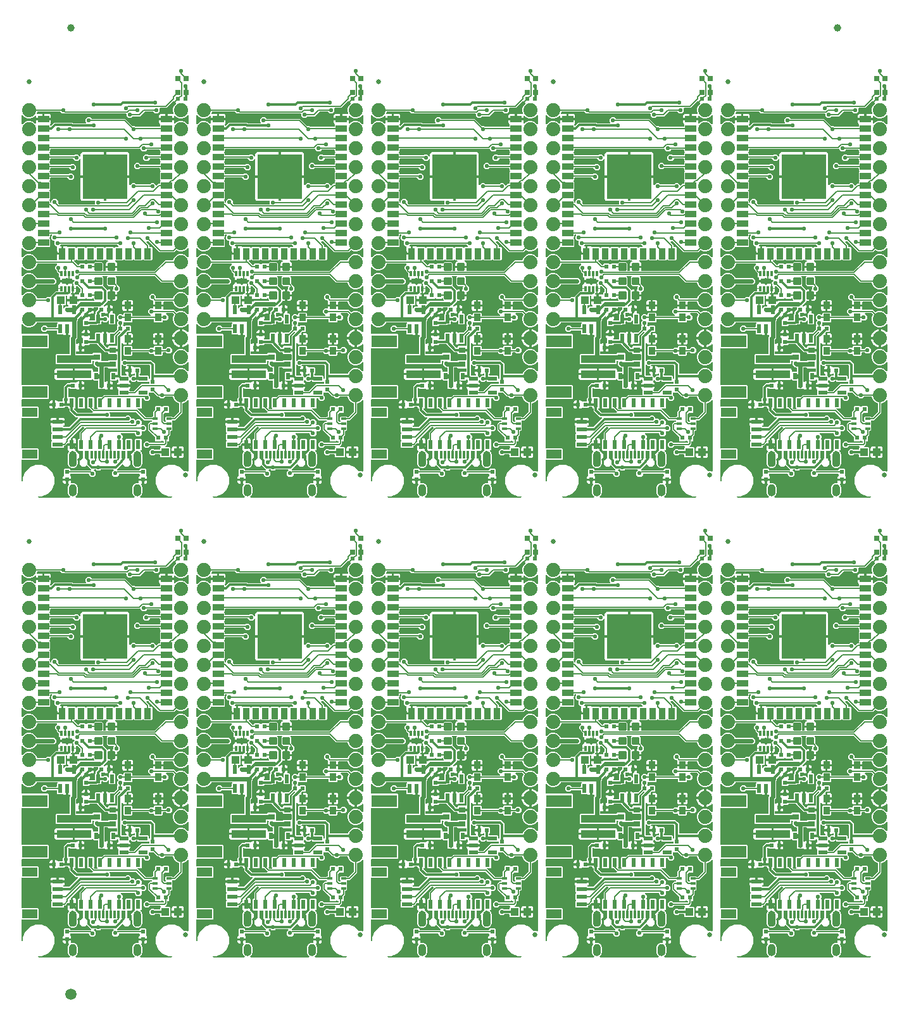
<source format=gtl>
G04 EAGLE Gerber RS-274X export*
G75*
%MOMM*%
%FSLAX34Y34*%
%LPD*%
%INTop Copper*%
%IPPOS*%
%AMOC8*
5,1,8,0,0,1.08239X$1,22.5*%
G01*
%ADD10R,0.600000X0.600000*%
%ADD11R,0.550000X1.200000*%
%ADD12C,0.300000*%
%ADD13R,1.100000X1.000000*%
%ADD14R,0.660000X0.300000*%
%ADD15R,2.000000X1.200000*%
%ADD16R,1.350000X0.600000*%
%ADD17C,0.635000*%
%ADD18R,0.900000X1.000000*%
%ADD19R,1.500000X0.900000*%
%ADD20R,0.900000X1.500000*%
%ADD21R,6.000000X6.000000*%
%ADD22R,0.900000X0.800000*%
%ADD23C,1.879600*%
%ADD24R,0.300000X1.000000*%
%ADD25R,0.600000X1.000000*%
%ADD26C,0.654000*%
%ADD27R,0.630000X0.830000*%
%ADD28R,0.600000X1.200000*%
%ADD29R,0.300000X0.700000*%
%ADD30R,1.380000X0.800000*%
%ADD31R,1.200000X0.550000*%
%ADD32R,0.700000X0.700000*%
%ADD33R,4.600000X1.000000*%
%ADD34R,3.400000X1.600000*%
%ADD35C,1.000000*%
%ADD36C,1.500000*%
%ADD37C,0.304800*%
%ADD38C,0.558800*%
%ADD39C,0.127000*%
%ADD40C,0.558800*%

G36*
X767895Y617486D02*
X767895Y617486D01*
X767966Y617488D01*
X768015Y617506D01*
X768067Y617514D01*
X768130Y617548D01*
X768197Y617573D01*
X768238Y617605D01*
X768284Y617630D01*
X768333Y617681D01*
X768389Y617726D01*
X768418Y617770D01*
X768453Y617808D01*
X768484Y617873D01*
X768522Y617933D01*
X768535Y617984D01*
X768557Y618031D01*
X768565Y618102D01*
X768582Y618172D01*
X768578Y618224D01*
X768584Y618275D01*
X768569Y618346D01*
X768563Y618417D01*
X768543Y618465D01*
X768532Y618516D01*
X768495Y618577D01*
X768467Y618643D01*
X768422Y618699D01*
X768406Y618727D01*
X768388Y618742D01*
X768362Y618774D01*
X768115Y619021D01*
X768114Y619022D01*
X768113Y619023D01*
X767982Y619128D01*
X767625Y619352D01*
X767621Y619364D01*
X767605Y619386D01*
X767594Y619412D01*
X767535Y619480D01*
X767530Y619488D01*
X767526Y619492D01*
X767474Y619561D01*
X767452Y619577D01*
X767434Y619598D01*
X767351Y619647D01*
X767282Y619695D01*
X767058Y620052D01*
X767057Y620053D01*
X767056Y620054D01*
X766951Y620185D01*
X766653Y620483D01*
X766652Y620496D01*
X766641Y620521D01*
X766636Y620549D01*
X766592Y620633D01*
X766553Y620721D01*
X766534Y620742D01*
X766521Y620766D01*
X766452Y620832D01*
X766395Y620895D01*
X766256Y621292D01*
X766255Y621293D01*
X766255Y621295D01*
X766182Y621446D01*
X765957Y621803D01*
X765959Y621815D01*
X765954Y621842D01*
X765956Y621870D01*
X765931Y621963D01*
X765913Y622057D01*
X765899Y622081D01*
X765892Y622108D01*
X765839Y622188D01*
X765797Y622261D01*
X765750Y622680D01*
X765750Y622681D01*
X765750Y622682D01*
X765712Y622846D01*
X765570Y623252D01*
X765572Y623271D01*
X765579Y623296D01*
X765578Y623327D01*
X765585Y623390D01*
X765585Y624099D01*
X765581Y624127D01*
X765580Y624184D01*
X765517Y624747D01*
X765539Y624787D01*
X765549Y624835D01*
X765567Y624881D01*
X765581Y625006D01*
X765585Y625029D01*
X765584Y625036D01*
X765585Y625047D01*
X765585Y629413D01*
X765577Y629461D01*
X765579Y629510D01*
X765558Y629581D01*
X765546Y629655D01*
X765523Y629699D01*
X765517Y629716D01*
X765580Y630276D01*
X765579Y630305D01*
X765585Y630361D01*
X765585Y631070D01*
X765571Y631155D01*
X765568Y631203D01*
X765712Y631614D01*
X765712Y631616D01*
X765713Y631617D01*
X765750Y631780D01*
X765797Y632199D01*
X765806Y632208D01*
X765819Y632233D01*
X765838Y632253D01*
X765876Y632341D01*
X765921Y632426D01*
X765925Y632453D01*
X765936Y632479D01*
X765944Y632574D01*
X765958Y632658D01*
X766182Y633014D01*
X766182Y633016D01*
X766183Y633017D01*
X766256Y633168D01*
X766395Y633566D01*
X766406Y633572D01*
X766424Y633593D01*
X766447Y633609D01*
X766503Y633686D01*
X766566Y633759D01*
X766576Y633785D01*
X766593Y633807D01*
X766622Y633898D01*
X766654Y633977D01*
X766951Y634275D01*
X766952Y634276D01*
X766953Y634277D01*
X767057Y634408D01*
X767255Y634723D01*
X767298Y634824D01*
X767344Y634923D01*
X767345Y634937D01*
X767351Y634950D01*
X767359Y635059D01*
X767371Y635167D01*
X767368Y635181D01*
X767369Y635195D01*
X767342Y635301D01*
X767319Y635408D01*
X767312Y635420D01*
X767308Y635433D01*
X767249Y635525D01*
X767193Y635619D01*
X767182Y635628D01*
X767174Y635640D01*
X767089Y635708D01*
X767006Y635779D01*
X766993Y635784D01*
X766982Y635793D01*
X766879Y635830D01*
X766778Y635871D01*
X766761Y635873D01*
X766751Y635876D01*
X766722Y635877D01*
X766611Y635889D01*
X766039Y635889D01*
X766039Y639931D01*
X770081Y639931D01*
X770081Y638096D01*
X769962Y637654D01*
X769962Y637653D01*
X769951Y637535D01*
X769938Y637409D01*
X769969Y637275D01*
X769993Y637170D01*
X769993Y637169D01*
X770059Y637061D01*
X770121Y636960D01*
X770122Y636960D01*
X770122Y636959D01*
X770220Y636877D01*
X770310Y636802D01*
X770311Y636802D01*
X770431Y636755D01*
X770539Y636713D01*
X770540Y636713D01*
X770540Y636712D01*
X770665Y636707D01*
X770785Y636701D01*
X770786Y636701D01*
X770949Y636739D01*
X771174Y636817D01*
X771186Y636813D01*
X771213Y636812D01*
X771240Y636804D01*
X771336Y636808D01*
X771431Y636804D01*
X771458Y636812D01*
X771486Y636813D01*
X771575Y636847D01*
X771656Y636871D01*
X772075Y636824D01*
X772076Y636824D01*
X772078Y636824D01*
X772245Y636824D01*
X772664Y636871D01*
X772675Y636864D01*
X772702Y636857D01*
X772726Y636844D01*
X772820Y636826D01*
X772913Y636802D01*
X772940Y636803D01*
X772967Y636798D01*
X773062Y636811D01*
X773147Y636817D01*
X773544Y636678D01*
X773546Y636678D01*
X773547Y636677D01*
X773710Y636640D01*
X774129Y636593D01*
X774138Y636584D01*
X774163Y636571D01*
X774183Y636552D01*
X774271Y636514D01*
X774356Y636469D01*
X774383Y636465D01*
X774409Y636454D01*
X774504Y636446D01*
X774588Y636432D01*
X774944Y636208D01*
X774946Y636208D01*
X774947Y636207D01*
X775098Y636134D01*
X775496Y635995D01*
X775502Y635984D01*
X775523Y635966D01*
X775539Y635943D01*
X775616Y635887D01*
X775689Y635824D01*
X775715Y635814D01*
X775737Y635797D01*
X775828Y635768D01*
X775907Y635736D01*
X776205Y635439D01*
X776206Y635438D01*
X776207Y635437D01*
X776338Y635332D01*
X776695Y635108D01*
X776699Y635096D01*
X776715Y635074D01*
X776726Y635048D01*
X776789Y634976D01*
X776846Y634899D01*
X776868Y634883D01*
X776886Y634862D01*
X776969Y634813D01*
X777039Y634765D01*
X777262Y634408D01*
X777263Y634407D01*
X777264Y634406D01*
X777369Y634275D01*
X777667Y633977D01*
X777668Y633964D01*
X777679Y633939D01*
X777684Y633911D01*
X777728Y633827D01*
X777767Y633739D01*
X777786Y633718D01*
X777799Y633694D01*
X777868Y633628D01*
X777925Y633565D01*
X778064Y633168D01*
X778065Y633167D01*
X778065Y633165D01*
X778138Y633014D01*
X778363Y632657D01*
X778361Y632645D01*
X778366Y632618D01*
X778364Y632590D01*
X778389Y632497D01*
X778407Y632403D01*
X778421Y632379D01*
X778428Y632352D01*
X778481Y632272D01*
X778523Y632199D01*
X778570Y631780D01*
X778570Y631779D01*
X778570Y631778D01*
X778608Y631614D01*
X778750Y631208D01*
X778748Y631189D01*
X778741Y631164D01*
X778742Y631133D01*
X778735Y631070D01*
X778735Y630361D01*
X778739Y630333D01*
X778740Y630276D01*
X778803Y629713D01*
X778781Y629673D01*
X778771Y629625D01*
X778753Y629579D01*
X778739Y629454D01*
X778735Y629431D01*
X778736Y629424D01*
X778735Y629413D01*
X778735Y625047D01*
X778743Y624999D01*
X778741Y624950D01*
X778762Y624879D01*
X778774Y624805D01*
X778797Y624761D01*
X778803Y624744D01*
X778740Y624184D01*
X778741Y624155D01*
X778735Y624099D01*
X778735Y623390D01*
X778749Y623305D01*
X778752Y623257D01*
X778608Y622846D01*
X778608Y622844D01*
X778607Y622843D01*
X778570Y622680D01*
X778523Y622261D01*
X778514Y622252D01*
X778501Y622227D01*
X778482Y622207D01*
X778444Y622119D01*
X778399Y622034D01*
X778395Y622007D01*
X778384Y621981D01*
X778376Y621886D01*
X778362Y621802D01*
X778138Y621446D01*
X778138Y621444D01*
X778137Y621443D01*
X778064Y621292D01*
X777925Y620894D01*
X777914Y620888D01*
X777896Y620867D01*
X777873Y620851D01*
X777817Y620774D01*
X777754Y620701D01*
X777744Y620675D01*
X777727Y620653D01*
X777698Y620562D01*
X777666Y620483D01*
X777369Y620185D01*
X777368Y620184D01*
X777367Y620183D01*
X777262Y620052D01*
X777038Y619695D01*
X777026Y619691D01*
X777004Y619675D01*
X776978Y619664D01*
X776906Y619601D01*
X776829Y619544D01*
X776813Y619522D01*
X776792Y619504D01*
X776751Y619435D01*
X776742Y619425D01*
X776734Y619408D01*
X776695Y619351D01*
X776338Y619128D01*
X776337Y619127D01*
X776336Y619126D01*
X776205Y619021D01*
X775958Y618774D01*
X775916Y618716D01*
X775867Y618664D01*
X775845Y618617D01*
X775814Y618575D01*
X775793Y618506D01*
X775763Y618441D01*
X775757Y618389D01*
X775742Y618339D01*
X775744Y618268D01*
X775736Y618197D01*
X775747Y618146D01*
X775748Y618094D01*
X775773Y618026D01*
X775788Y617956D01*
X775815Y617911D01*
X775833Y617863D01*
X775878Y617807D01*
X775914Y617745D01*
X775954Y617711D01*
X775986Y617671D01*
X776047Y617632D01*
X776101Y617585D01*
X776150Y617566D01*
X776193Y617538D01*
X776263Y617520D01*
X776329Y617493D01*
X776401Y617485D01*
X776432Y617477D01*
X776455Y617479D01*
X776496Y617475D01*
X854184Y617475D01*
X854255Y617486D01*
X854326Y617488D01*
X854375Y617506D01*
X854427Y617514D01*
X854490Y617548D01*
X854557Y617573D01*
X854598Y617605D01*
X854644Y617630D01*
X854693Y617681D01*
X854749Y617726D01*
X854778Y617770D01*
X854813Y617808D01*
X854844Y617873D01*
X854882Y617933D01*
X854895Y617984D01*
X854917Y618031D01*
X854925Y618102D01*
X854942Y618172D01*
X854938Y618224D01*
X854944Y618275D01*
X854929Y618346D01*
X854923Y618417D01*
X854903Y618465D01*
X854892Y618516D01*
X854855Y618577D01*
X854827Y618643D01*
X854782Y618699D01*
X854766Y618727D01*
X854748Y618742D01*
X854722Y618774D01*
X854475Y619021D01*
X854474Y619022D01*
X854473Y619023D01*
X854342Y619128D01*
X853985Y619352D01*
X853981Y619364D01*
X853965Y619386D01*
X853954Y619412D01*
X853895Y619480D01*
X853890Y619488D01*
X853886Y619492D01*
X853834Y619561D01*
X853812Y619577D01*
X853794Y619598D01*
X853711Y619647D01*
X853642Y619695D01*
X853418Y620052D01*
X853417Y620053D01*
X853416Y620054D01*
X853311Y620185D01*
X853013Y620483D01*
X853012Y620496D01*
X853001Y620521D01*
X852996Y620549D01*
X852952Y620633D01*
X852913Y620721D01*
X852894Y620742D01*
X852881Y620766D01*
X852812Y620832D01*
X852755Y620895D01*
X852616Y621292D01*
X852615Y621293D01*
X852615Y621295D01*
X852542Y621446D01*
X852317Y621803D01*
X852319Y621815D01*
X852314Y621842D01*
X852316Y621870D01*
X852291Y621963D01*
X852273Y622057D01*
X852259Y622081D01*
X852252Y622108D01*
X852199Y622188D01*
X852157Y622261D01*
X852110Y622680D01*
X852110Y622681D01*
X852110Y622682D01*
X852072Y622846D01*
X851930Y623252D01*
X851932Y623271D01*
X851939Y623296D01*
X851938Y623327D01*
X851945Y623390D01*
X851945Y624099D01*
X851941Y624127D01*
X851940Y624184D01*
X851877Y624747D01*
X851899Y624787D01*
X851909Y624835D01*
X851927Y624881D01*
X851941Y625006D01*
X851945Y625029D01*
X851944Y625036D01*
X851945Y625047D01*
X851945Y629413D01*
X851937Y629461D01*
X851939Y629510D01*
X851918Y629581D01*
X851906Y629655D01*
X851883Y629699D01*
X851877Y629716D01*
X851940Y630276D01*
X851939Y630305D01*
X851945Y630361D01*
X851945Y631070D01*
X851931Y631155D01*
X851928Y631203D01*
X852072Y631614D01*
X852072Y631616D01*
X852073Y631617D01*
X852110Y631780D01*
X852157Y632199D01*
X852166Y632208D01*
X852179Y632233D01*
X852198Y632253D01*
X852236Y632341D01*
X852281Y632426D01*
X852285Y632453D01*
X852296Y632479D01*
X852304Y632574D01*
X852318Y632658D01*
X852542Y633014D01*
X852542Y633016D01*
X852543Y633017D01*
X852616Y633168D01*
X852755Y633566D01*
X852766Y633572D01*
X852784Y633593D01*
X852807Y633609D01*
X852863Y633686D01*
X852926Y633759D01*
X852936Y633785D01*
X852953Y633807D01*
X852982Y633898D01*
X853014Y633977D01*
X853311Y634275D01*
X853312Y634276D01*
X853313Y634277D01*
X853418Y634408D01*
X853642Y634765D01*
X853654Y634769D01*
X853676Y634785D01*
X853702Y634796D01*
X853774Y634859D01*
X853851Y634916D01*
X853867Y634938D01*
X853888Y634956D01*
X853937Y635039D01*
X853985Y635109D01*
X854342Y635332D01*
X854343Y635333D01*
X854344Y635334D01*
X854475Y635439D01*
X854773Y635737D01*
X854786Y635738D01*
X854811Y635749D01*
X854839Y635754D01*
X854923Y635798D01*
X855011Y635837D01*
X855032Y635856D01*
X855056Y635869D01*
X855122Y635938D01*
X855185Y635995D01*
X855582Y636134D01*
X855583Y636135D01*
X855585Y636135D01*
X855736Y636208D01*
X856093Y636433D01*
X856105Y636431D01*
X856132Y636436D01*
X856160Y636434D01*
X856253Y636459D01*
X856347Y636477D01*
X856371Y636491D01*
X856398Y636498D01*
X856478Y636551D01*
X856551Y636593D01*
X856970Y636640D01*
X856971Y636640D01*
X856972Y636640D01*
X857136Y636678D01*
X857534Y636817D01*
X857546Y636813D01*
X857573Y636812D01*
X857600Y636804D01*
X857696Y636808D01*
X857791Y636804D01*
X857818Y636812D01*
X857846Y636813D01*
X857935Y636847D01*
X858016Y636871D01*
X858435Y636824D01*
X858436Y636824D01*
X858438Y636824D01*
X858605Y636824D01*
X859024Y636871D01*
X859035Y636864D01*
X859062Y636857D01*
X859086Y636844D01*
X859180Y636826D01*
X859273Y636802D01*
X859300Y636803D01*
X859327Y636798D01*
X859422Y636811D01*
X859507Y636817D01*
X859731Y636739D01*
X859732Y636738D01*
X859863Y636715D01*
X859973Y636696D01*
X859974Y636696D01*
X860105Y636716D01*
X860216Y636733D01*
X860217Y636733D01*
X860324Y636788D01*
X860435Y636845D01*
X860435Y636846D01*
X860436Y636846D01*
X860516Y636928D01*
X860607Y637022D01*
X860661Y637135D01*
X860713Y637243D01*
X860713Y637244D01*
X860727Y637358D01*
X860743Y637487D01*
X860743Y637488D01*
X860718Y637654D01*
X860599Y638096D01*
X860599Y639931D01*
X864641Y639931D01*
X864641Y635889D01*
X864069Y635889D01*
X863961Y635872D01*
X863853Y635858D01*
X863840Y635852D01*
X863826Y635850D01*
X863729Y635798D01*
X863631Y635751D01*
X863621Y635741D01*
X863609Y635734D01*
X863533Y635655D01*
X863456Y635579D01*
X863449Y635566D01*
X863440Y635556D01*
X863394Y635457D01*
X863344Y635359D01*
X863342Y635346D01*
X863336Y635333D01*
X863324Y635224D01*
X863308Y635116D01*
X863310Y635102D01*
X863309Y635089D01*
X863332Y634982D01*
X863352Y634874D01*
X863359Y634859D01*
X863361Y634848D01*
X863376Y634823D01*
X863425Y634723D01*
X863623Y634408D01*
X863623Y634407D01*
X863624Y634406D01*
X863729Y634275D01*
X864027Y633977D01*
X864028Y633964D01*
X864039Y633939D01*
X864044Y633911D01*
X864088Y633827D01*
X864127Y633739D01*
X864146Y633718D01*
X864159Y633694D01*
X864228Y633628D01*
X864285Y633565D01*
X864424Y633168D01*
X864425Y633167D01*
X864425Y633165D01*
X864498Y633014D01*
X864723Y632657D01*
X864721Y632645D01*
X864726Y632618D01*
X864724Y632590D01*
X864749Y632497D01*
X864767Y632403D01*
X864781Y632379D01*
X864788Y632352D01*
X864841Y632272D01*
X864883Y632199D01*
X864930Y631780D01*
X864930Y631779D01*
X864930Y631778D01*
X864968Y631614D01*
X865110Y631208D01*
X865108Y631189D01*
X865101Y631164D01*
X865102Y631133D01*
X865095Y631070D01*
X865095Y630361D01*
X865099Y630333D01*
X865100Y630276D01*
X865163Y629713D01*
X865141Y629673D01*
X865131Y629625D01*
X865113Y629579D01*
X865099Y629454D01*
X865095Y629431D01*
X865096Y629424D01*
X865095Y629413D01*
X865095Y625047D01*
X865103Y624999D01*
X865101Y624950D01*
X865122Y624879D01*
X865134Y624805D01*
X865157Y624761D01*
X865163Y624744D01*
X865100Y624184D01*
X865101Y624155D01*
X865095Y624099D01*
X865095Y623390D01*
X865109Y623305D01*
X865112Y623257D01*
X864968Y622846D01*
X864968Y622844D01*
X864967Y622843D01*
X864930Y622680D01*
X864883Y622261D01*
X864874Y622252D01*
X864861Y622227D01*
X864842Y622207D01*
X864804Y622119D01*
X864759Y622034D01*
X864755Y622007D01*
X864744Y621981D01*
X864736Y621886D01*
X864722Y621802D01*
X864498Y621446D01*
X864498Y621444D01*
X864497Y621443D01*
X864424Y621292D01*
X864285Y620894D01*
X864274Y620888D01*
X864256Y620867D01*
X864233Y620851D01*
X864177Y620774D01*
X864114Y620701D01*
X864104Y620675D01*
X864087Y620653D01*
X864058Y620562D01*
X864026Y620483D01*
X863729Y620185D01*
X863728Y620184D01*
X863727Y620183D01*
X863622Y620052D01*
X863398Y619695D01*
X863386Y619691D01*
X863364Y619675D01*
X863338Y619664D01*
X863266Y619601D01*
X863189Y619544D01*
X863173Y619522D01*
X863152Y619504D01*
X863111Y619435D01*
X863102Y619425D01*
X863094Y619408D01*
X863055Y619352D01*
X862698Y619128D01*
X862697Y619127D01*
X862696Y619126D01*
X862565Y619021D01*
X862318Y618774D01*
X862276Y618716D01*
X862227Y618664D01*
X862205Y618617D01*
X862174Y618575D01*
X862153Y618506D01*
X862123Y618441D01*
X862117Y618389D01*
X862102Y618339D01*
X862104Y618268D01*
X862096Y618197D01*
X862107Y618146D01*
X862108Y618094D01*
X862133Y618026D01*
X862148Y617956D01*
X862175Y617912D01*
X862193Y617863D01*
X862238Y617807D01*
X862274Y617745D01*
X862314Y617711D01*
X862346Y617671D01*
X862407Y617632D01*
X862461Y617585D01*
X862510Y617566D01*
X862553Y617538D01*
X862623Y617520D01*
X862689Y617493D01*
X862761Y617485D01*
X862792Y617477D01*
X862815Y617479D01*
X862856Y617475D01*
X904240Y617475D01*
X904241Y617475D01*
X904256Y617477D01*
X904280Y617476D01*
X904281Y617476D01*
X904381Y617498D01*
X904483Y617515D01*
X904501Y617524D01*
X904521Y617528D01*
X904610Y617581D01*
X904701Y617630D01*
X904715Y617644D01*
X904732Y617655D01*
X904799Y617733D01*
X904870Y617808D01*
X904879Y617826D01*
X904892Y617842D01*
X904930Y617937D01*
X904974Y618031D01*
X904976Y618051D01*
X904983Y618070D01*
X904989Y618173D01*
X905001Y618275D01*
X904997Y618295D01*
X904998Y618315D01*
X904971Y618415D01*
X904949Y618516D01*
X904938Y618533D01*
X904933Y618553D01*
X904875Y618638D01*
X904822Y618727D01*
X904807Y618740D01*
X904796Y618757D01*
X904714Y618820D01*
X904635Y618887D01*
X904617Y618894D01*
X904601Y618907D01*
X904503Y618940D01*
X904407Y618979D01*
X904383Y618982D01*
X904368Y618987D01*
X904304Y618990D01*
X904241Y618997D01*
X900046Y618997D01*
X892298Y622207D01*
X886367Y628138D01*
X883157Y635886D01*
X883157Y644274D01*
X886367Y652022D01*
X892298Y657953D01*
X900046Y661163D01*
X908434Y661163D01*
X916182Y657953D01*
X921513Y652623D01*
X921587Y652570D01*
X921656Y652510D01*
X921686Y652498D01*
X921713Y652479D01*
X921800Y652452D01*
X921884Y652418D01*
X921925Y652414D01*
X921948Y652407D01*
X921980Y652408D01*
X922051Y652400D01*
X925237Y652400D01*
X925546Y652091D01*
X925604Y652049D01*
X925656Y651999D01*
X925703Y651978D01*
X925745Y651947D01*
X925814Y651926D01*
X925879Y651896D01*
X925931Y651890D01*
X925981Y651875D01*
X926052Y651877D01*
X926123Y651869D01*
X926174Y651880D01*
X926226Y651881D01*
X926294Y651906D01*
X926364Y651921D01*
X926409Y651948D01*
X926457Y651966D01*
X926513Y652010D01*
X926575Y652047D01*
X926609Y652087D01*
X926649Y652119D01*
X926688Y652180D01*
X926735Y652234D01*
X926754Y652283D01*
X926782Y652326D01*
X926800Y652396D01*
X926827Y652462D01*
X926835Y652534D01*
X926843Y652565D01*
X926841Y652588D01*
X926845Y652629D01*
X926845Y747000D01*
X926834Y747071D01*
X926832Y747143D01*
X926814Y747192D01*
X926806Y747243D01*
X926772Y747306D01*
X926747Y747374D01*
X926715Y747414D01*
X926690Y747461D01*
X926638Y747510D01*
X926594Y747566D01*
X926550Y747594D01*
X926512Y747630D01*
X926447Y747660D01*
X926387Y747699D01*
X926336Y747712D01*
X926289Y747734D01*
X926218Y747741D01*
X926148Y747759D01*
X926096Y747755D01*
X926045Y747761D01*
X925974Y747745D01*
X925903Y747740D01*
X925855Y747719D01*
X925804Y747708D01*
X925743Y747672D01*
X925677Y747643D01*
X925621Y747599D01*
X925593Y747582D01*
X925578Y747564D01*
X925546Y747539D01*
X923127Y745120D01*
X919570Y743647D01*
X919470Y743585D01*
X919370Y743525D01*
X919366Y743520D01*
X919361Y743517D01*
X919286Y743427D01*
X919210Y743338D01*
X919208Y743332D01*
X919204Y743327D01*
X919162Y743219D01*
X919118Y743110D01*
X919117Y743102D01*
X919116Y743098D01*
X919115Y743080D01*
X919100Y742943D01*
X919100Y730625D01*
X909095Y720620D01*
X905852Y720620D01*
X905762Y720606D01*
X905671Y720598D01*
X905641Y720586D01*
X905609Y720581D01*
X905529Y720538D01*
X905445Y720502D01*
X905412Y720476D01*
X905392Y720465D01*
X905370Y720442D01*
X905314Y720397D01*
X904985Y720068D01*
X904973Y720052D01*
X904957Y720040D01*
X904901Y719952D01*
X904841Y719868D01*
X904835Y719849D01*
X904824Y719833D01*
X904799Y719732D01*
X904769Y719633D01*
X904769Y719614D01*
X904764Y719594D01*
X904772Y719491D01*
X904775Y719388D01*
X904782Y719369D01*
X904783Y719349D01*
X904824Y719254D01*
X904860Y719157D01*
X904872Y719141D01*
X904880Y719123D01*
X904985Y718992D01*
X905565Y718412D01*
X905565Y714148D01*
X904985Y713568D01*
X904973Y713552D01*
X904957Y713540D01*
X904901Y713452D01*
X904841Y713369D01*
X904835Y713350D01*
X904824Y713333D01*
X904799Y713232D01*
X904769Y713133D01*
X904769Y713114D01*
X904764Y713094D01*
X904772Y712991D01*
X904775Y712888D01*
X904782Y712869D01*
X904783Y712849D01*
X904824Y712754D01*
X904859Y712657D01*
X904872Y712641D01*
X904880Y712623D01*
X904985Y712492D01*
X905565Y711912D01*
X905565Y707648D01*
X904672Y706755D01*
X903661Y706755D01*
X903641Y706752D01*
X903622Y706754D01*
X903520Y706732D01*
X903418Y706716D01*
X903401Y706706D01*
X903381Y706702D01*
X903292Y706649D01*
X903201Y706600D01*
X903187Y706586D01*
X903170Y706576D01*
X903103Y706497D01*
X903031Y706422D01*
X903023Y706404D01*
X903010Y706389D01*
X902971Y706293D01*
X902928Y706199D01*
X902926Y706179D01*
X902918Y706161D01*
X902900Y705994D01*
X902900Y701265D01*
X901288Y699653D01*
X901235Y699579D01*
X901175Y699510D01*
X901163Y699480D01*
X901144Y699454D01*
X901117Y699367D01*
X901083Y699282D01*
X901079Y699241D01*
X901072Y699219D01*
X901073Y699186D01*
X901065Y699115D01*
X901065Y693598D01*
X900172Y692705D01*
X899541Y692705D01*
X899521Y692702D01*
X899502Y692704D01*
X899400Y692682D01*
X899298Y692666D01*
X899281Y692656D01*
X899261Y692652D01*
X899172Y692599D01*
X899081Y692550D01*
X899067Y692536D01*
X899050Y692526D01*
X898983Y692447D01*
X898911Y692372D01*
X898903Y692354D01*
X898890Y692339D01*
X898851Y692243D01*
X898808Y692149D01*
X898806Y692129D01*
X898798Y692111D01*
X898780Y691944D01*
X898780Y688715D01*
X897292Y687227D01*
X896069Y686004D01*
X896027Y685946D01*
X895977Y685894D01*
X895955Y685847D01*
X895925Y685805D01*
X895904Y685736D01*
X895874Y685671D01*
X895868Y685619D01*
X895853Y685569D01*
X895855Y685498D01*
X895847Y685427D01*
X895858Y685376D01*
X895859Y685324D01*
X895884Y685256D01*
X895899Y685186D01*
X895926Y685141D01*
X895943Y685093D01*
X895988Y685037D01*
X896025Y684975D01*
X896065Y684941D01*
X896097Y684901D01*
X896157Y684862D01*
X896212Y684815D01*
X896260Y684796D01*
X896304Y684768D01*
X896374Y684750D01*
X896440Y684723D01*
X896511Y684715D01*
X896543Y684707D01*
X896566Y684709D01*
X896607Y684705D01*
X901872Y684705D01*
X902765Y683812D01*
X902765Y672548D01*
X901872Y671655D01*
X889608Y671655D01*
X888715Y672548D01*
X888715Y674370D01*
X888712Y674390D01*
X888714Y674409D01*
X888692Y674511D01*
X888676Y674613D01*
X888666Y674630D01*
X888662Y674650D01*
X888609Y674739D01*
X888560Y674830D01*
X888546Y674844D01*
X888536Y674861D01*
X888457Y674928D01*
X888382Y675000D01*
X888364Y675008D01*
X888349Y675021D01*
X888253Y675060D01*
X888159Y675103D01*
X888139Y675105D01*
X888121Y675113D01*
X887954Y675131D01*
X882214Y675131D01*
X882124Y675117D01*
X882033Y675109D01*
X882003Y675097D01*
X881971Y675092D01*
X881891Y675049D01*
X881807Y675013D01*
X881775Y674987D01*
X881754Y674976D01*
X881732Y674953D01*
X881676Y674908D01*
X880629Y673861D01*
X877051Y673861D01*
X874521Y676391D01*
X874521Y679969D01*
X877051Y682499D01*
X880629Y682499D01*
X881676Y681452D01*
X881750Y681399D01*
X881819Y681339D01*
X881849Y681327D01*
X881876Y681308D01*
X881963Y681281D01*
X882047Y681247D01*
X882088Y681243D01*
X882111Y681236D01*
X882143Y681237D01*
X882214Y681229D01*
X887954Y681229D01*
X887974Y681232D01*
X887993Y681230D01*
X888095Y681252D01*
X888197Y681268D01*
X888214Y681278D01*
X888234Y681282D01*
X888323Y681335D01*
X888414Y681384D01*
X888428Y681398D01*
X888445Y681408D01*
X888512Y681487D01*
X888584Y681562D01*
X888592Y681580D01*
X888605Y681595D01*
X888644Y681691D01*
X888687Y681785D01*
X888689Y681805D01*
X888697Y681823D01*
X888715Y681990D01*
X888715Y683812D01*
X889784Y684881D01*
X889826Y684939D01*
X889876Y684991D01*
X889898Y685038D01*
X889928Y685080D01*
X889949Y685149D01*
X889979Y685214D01*
X889985Y685266D01*
X890000Y685316D01*
X889998Y685387D01*
X890006Y685458D01*
X889995Y685509D01*
X889994Y685561D01*
X889969Y685629D01*
X889954Y685699D01*
X889927Y685744D01*
X889910Y685792D01*
X889865Y685848D01*
X889828Y685910D01*
X889788Y685944D01*
X889756Y685984D01*
X889696Y686023D01*
X889641Y686070D01*
X889593Y686089D01*
X889549Y686117D01*
X889479Y686135D01*
X889413Y686162D01*
X889342Y686170D01*
X889310Y686178D01*
X889287Y686176D01*
X889246Y686180D01*
X875483Y686180D01*
X875393Y686166D01*
X875302Y686158D01*
X875272Y686146D01*
X875240Y686141D01*
X875160Y686098D01*
X875076Y686062D01*
X875044Y686036D01*
X875023Y686025D01*
X875001Y686002D01*
X874945Y685957D01*
X873009Y684021D01*
X869431Y684021D01*
X866901Y686551D01*
X866901Y690129D01*
X869431Y692659D01*
X873009Y692659D01*
X874945Y690723D01*
X875019Y690670D01*
X875088Y690610D01*
X875118Y690598D01*
X875145Y690579D01*
X875232Y690552D01*
X875316Y690518D01*
X875357Y690514D01*
X875380Y690507D01*
X875412Y690508D01*
X875483Y690500D01*
X893699Y690500D01*
X893719Y690503D01*
X893738Y690501D01*
X893840Y690523D01*
X893942Y690539D01*
X893959Y690549D01*
X893979Y690553D01*
X894068Y690606D01*
X894159Y690655D01*
X894173Y690669D01*
X894190Y690679D01*
X894257Y690758D01*
X894329Y690833D01*
X894337Y690851D01*
X894350Y690866D01*
X894389Y690962D01*
X894432Y691056D01*
X894434Y691076D01*
X894442Y691094D01*
X894460Y691261D01*
X894460Y691944D01*
X894457Y691964D01*
X894459Y691983D01*
X894437Y692085D01*
X894421Y692187D01*
X894411Y692204D01*
X894407Y692224D01*
X894354Y692313D01*
X894305Y692404D01*
X894291Y692418D01*
X894281Y692435D01*
X894202Y692502D01*
X894127Y692574D01*
X894109Y692582D01*
X894094Y692595D01*
X893998Y692634D01*
X893904Y692677D01*
X893884Y692679D01*
X893866Y692687D01*
X893699Y692705D01*
X892908Y692705D01*
X892078Y693535D01*
X892062Y693547D01*
X892050Y693563D01*
X891962Y693619D01*
X891879Y693679D01*
X891860Y693685D01*
X891843Y693696D01*
X891742Y693721D01*
X891643Y693751D01*
X891624Y693751D01*
X891604Y693756D01*
X891501Y693748D01*
X891398Y693745D01*
X891379Y693738D01*
X891359Y693737D01*
X891264Y693696D01*
X891167Y693661D01*
X891151Y693648D01*
X891133Y693640D01*
X891002Y693535D01*
X890172Y692705D01*
X882908Y692705D01*
X882015Y693598D01*
X882015Y698385D01*
X882001Y698475D01*
X881993Y698566D01*
X881981Y698596D01*
X881976Y698628D01*
X881933Y698709D01*
X881897Y698792D01*
X881871Y698825D01*
X881860Y698845D01*
X881837Y698867D01*
X881792Y698923D01*
X872870Y707845D01*
X872870Y715905D01*
X875405Y718440D01*
X877228Y718440D01*
X877318Y718454D01*
X877409Y718462D01*
X877439Y718474D01*
X877471Y718479D01*
X877551Y718522D01*
X877635Y718558D01*
X877668Y718584D01*
X877688Y718595D01*
X877710Y718618D01*
X877766Y718663D01*
X878095Y718992D01*
X878107Y719008D01*
X878123Y719020D01*
X878179Y719108D01*
X878239Y719192D01*
X878245Y719210D01*
X878256Y719227D01*
X878281Y719328D01*
X878311Y719427D01*
X878311Y719446D01*
X878316Y719466D01*
X878308Y719569D01*
X878305Y719672D01*
X878298Y719691D01*
X878297Y719711D01*
X878256Y719806D01*
X878220Y719903D01*
X878208Y719919D01*
X878200Y719937D01*
X878095Y720068D01*
X877766Y720397D01*
X877692Y720450D01*
X877623Y720510D01*
X877593Y720522D01*
X877567Y720541D01*
X877480Y720568D01*
X877395Y720602D01*
X877354Y720606D01*
X877332Y720613D01*
X877299Y720612D01*
X877228Y720620D01*
X867751Y720620D01*
X857075Y731296D01*
X857001Y731349D01*
X856932Y731409D01*
X856902Y731421D01*
X856876Y731440D01*
X856789Y731467D01*
X856704Y731501D01*
X856663Y731505D01*
X856640Y731512D01*
X856608Y731511D01*
X856537Y731519D01*
X822143Y731519D01*
X822072Y731508D01*
X822001Y731506D01*
X821952Y731488D01*
X821900Y731480D01*
X821837Y731446D01*
X821770Y731421D01*
X821729Y731389D01*
X821683Y731364D01*
X821634Y731312D01*
X821578Y731268D01*
X821550Y731224D01*
X821514Y731186D01*
X821483Y731121D01*
X821445Y731061D01*
X821432Y731010D01*
X821410Y730963D01*
X821402Y730892D01*
X821385Y730822D01*
X821389Y730770D01*
X821383Y730719D01*
X821398Y730648D01*
X821404Y730577D01*
X821424Y730529D01*
X821435Y730478D01*
X821472Y730417D01*
X821500Y730351D01*
X821545Y730295D01*
X821561Y730267D01*
X821579Y730252D01*
X821605Y730220D01*
X822199Y729626D01*
X822199Y726059D01*
X822202Y726039D01*
X822200Y726020D01*
X822222Y725918D01*
X822238Y725816D01*
X822248Y725799D01*
X822252Y725779D01*
X822305Y725690D01*
X822354Y725599D01*
X822368Y725585D01*
X822378Y725568D01*
X822457Y725501D01*
X822532Y725429D01*
X822550Y725421D01*
X822565Y725408D01*
X822661Y725369D01*
X822755Y725326D01*
X822775Y725324D01*
X822793Y725316D01*
X822960Y725298D01*
X842065Y725298D01*
X842155Y725312D01*
X842246Y725320D01*
X842276Y725332D01*
X842308Y725337D01*
X842388Y725380D01*
X842472Y725416D01*
X842504Y725442D01*
X842525Y725453D01*
X842547Y725476D01*
X842603Y725521D01*
X844031Y726949D01*
X847609Y726949D01*
X850139Y724419D01*
X850139Y723900D01*
X850142Y723880D01*
X850140Y723861D01*
X850162Y723759D01*
X850178Y723657D01*
X850188Y723640D01*
X850192Y723620D01*
X850245Y723531D01*
X850294Y723440D01*
X850308Y723426D01*
X850318Y723409D01*
X850397Y723342D01*
X850472Y723270D01*
X850490Y723262D01*
X850505Y723249D01*
X850601Y723210D01*
X850695Y723167D01*
X850715Y723165D01*
X850733Y723157D01*
X850900Y723139D01*
X853959Y723139D01*
X856077Y721021D01*
X856093Y721009D01*
X856105Y720994D01*
X856193Y720938D01*
X856276Y720877D01*
X856295Y720872D01*
X856312Y720861D01*
X856413Y720835D01*
X856512Y720805D01*
X856531Y720806D01*
X856551Y720801D01*
X856654Y720809D01*
X856757Y720811D01*
X856776Y720818D01*
X856796Y720820D01*
X856891Y720860D01*
X856988Y720896D01*
X857004Y720908D01*
X857022Y720916D01*
X857153Y721021D01*
X858001Y721869D01*
X861579Y721869D01*
X864109Y719339D01*
X864109Y715761D01*
X863896Y715548D01*
X863854Y715490D01*
X863805Y715438D01*
X863783Y715391D01*
X863752Y715349D01*
X863731Y715280D01*
X863701Y715215D01*
X863695Y715163D01*
X863680Y715113D01*
X863682Y715042D01*
X863674Y714971D01*
X863685Y714920D01*
X863686Y714868D01*
X863711Y714800D01*
X863726Y714730D01*
X863753Y714685D01*
X863771Y714637D01*
X863816Y714581D01*
X863852Y714519D01*
X863892Y714485D01*
X863924Y714445D01*
X863985Y714406D01*
X864039Y714359D01*
X864088Y714340D01*
X864131Y714312D01*
X864201Y714294D01*
X864267Y714267D01*
X864339Y714259D01*
X864370Y714251D01*
X864393Y714253D01*
X864434Y714249D01*
X867929Y714249D01*
X870459Y711719D01*
X870459Y708141D01*
X867929Y705611D01*
X864870Y705611D01*
X864850Y705608D01*
X864831Y705610D01*
X864729Y705588D01*
X864627Y705572D01*
X864610Y705562D01*
X864590Y705558D01*
X864501Y705505D01*
X864410Y705456D01*
X864396Y705442D01*
X864379Y705432D01*
X864312Y705353D01*
X864240Y705278D01*
X864232Y705260D01*
X864219Y705245D01*
X864180Y705149D01*
X864137Y705055D01*
X864135Y705035D01*
X864127Y705017D01*
X864109Y704850D01*
X864109Y701791D01*
X861579Y699261D01*
X858001Y699261D01*
X855471Y701791D01*
X855471Y702758D01*
X855470Y702768D01*
X855470Y702774D01*
X855469Y702782D01*
X855470Y702797D01*
X855448Y702899D01*
X855432Y703001D01*
X855422Y703018D01*
X855418Y703038D01*
X855365Y703127D01*
X855316Y703218D01*
X855302Y703232D01*
X855292Y703249D01*
X855213Y703316D01*
X855138Y703388D01*
X855120Y703396D01*
X855105Y703409D01*
X855009Y703448D01*
X854915Y703491D01*
X854895Y703493D01*
X854877Y703501D01*
X854710Y703519D01*
X837256Y703519D01*
X837185Y703508D01*
X837114Y703506D01*
X837065Y703488D01*
X837013Y703480D01*
X836950Y703446D01*
X836883Y703421D01*
X836842Y703389D01*
X836796Y703364D01*
X836747Y703312D01*
X836691Y703268D01*
X836662Y703224D01*
X836627Y703186D01*
X836596Y703121D01*
X836558Y703061D01*
X836545Y703010D01*
X836523Y702963D01*
X836515Y702892D01*
X836498Y702822D01*
X836502Y702770D01*
X836496Y702719D01*
X836511Y702648D01*
X836517Y702577D01*
X836537Y702529D01*
X836548Y702478D01*
X836585Y702417D01*
X836613Y702351D01*
X836658Y702295D01*
X836674Y702267D01*
X836692Y702252D01*
X836695Y702248D01*
X836698Y702244D01*
X836701Y702241D01*
X836718Y702220D01*
X838709Y700229D01*
X838709Y696651D01*
X838480Y696423D01*
X838469Y696406D01*
X838453Y696394D01*
X838421Y696345D01*
X838390Y696312D01*
X838371Y696270D01*
X838337Y696223D01*
X838331Y696204D01*
X838320Y696187D01*
X838306Y696131D01*
X838286Y696088D01*
X838281Y696042D01*
X838264Y695988D01*
X838265Y695968D01*
X838260Y695949D01*
X838264Y695891D01*
X838259Y695844D01*
X838269Y695798D01*
X838271Y695742D01*
X838278Y695723D01*
X838279Y695703D01*
X838301Y695652D01*
X838311Y695604D01*
X838337Y695561D01*
X838355Y695511D01*
X838368Y695495D01*
X838375Y695477D01*
X838422Y695419D01*
X838438Y695393D01*
X838455Y695378D01*
X838480Y695346D01*
X838915Y694912D01*
X838915Y682066D01*
X838918Y682046D01*
X838916Y682027D01*
X838938Y681925D01*
X838954Y681823D01*
X838964Y681806D01*
X838968Y681786D01*
X839021Y681697D01*
X839070Y681606D01*
X839084Y681592D01*
X839094Y681575D01*
X839173Y681508D01*
X839248Y681436D01*
X839266Y681428D01*
X839281Y681415D01*
X839377Y681376D01*
X839471Y681333D01*
X839491Y681331D01*
X839509Y681323D01*
X839676Y681305D01*
X841804Y681305D01*
X841824Y681308D01*
X841843Y681306D01*
X841945Y681328D01*
X842047Y681344D01*
X842064Y681354D01*
X842084Y681358D01*
X842173Y681411D01*
X842264Y681460D01*
X842278Y681474D01*
X842295Y681484D01*
X842362Y681563D01*
X842434Y681638D01*
X842442Y681656D01*
X842455Y681671D01*
X842494Y681767D01*
X842537Y681861D01*
X842539Y681881D01*
X842547Y681899D01*
X842565Y682066D01*
X842565Y694912D01*
X843458Y695805D01*
X850722Y695805D01*
X851615Y694912D01*
X851615Y682562D01*
X851626Y682495D01*
X851627Y682427D01*
X851645Y682374D01*
X851654Y682319D01*
X851686Y682259D01*
X851709Y682195D01*
X851743Y682151D01*
X851770Y682102D01*
X851819Y682055D01*
X851860Y682002D01*
X851924Y681955D01*
X851948Y681932D01*
X851967Y681923D01*
X851995Y681902D01*
X852150Y681813D01*
X852623Y681340D01*
X852958Y680761D01*
X853149Y680047D01*
X853153Y680038D01*
X853154Y680028D01*
X853203Y679926D01*
X853250Y679823D01*
X853257Y679815D01*
X853261Y679806D01*
X853341Y679725D01*
X853417Y679643D01*
X853426Y679638D01*
X853433Y679630D01*
X853534Y679579D01*
X853634Y679525D01*
X853644Y679523D01*
X853653Y679519D01*
X853764Y679502D01*
X853876Y679483D01*
X853886Y679484D01*
X853896Y679483D01*
X854007Y679503D01*
X854119Y679520D01*
X854128Y679524D01*
X854138Y679526D01*
X854289Y679599D01*
X854342Y679632D01*
X854343Y679633D01*
X854344Y679634D01*
X854475Y679739D01*
X854773Y680037D01*
X854786Y680038D01*
X854811Y680049D01*
X854839Y680054D01*
X854923Y680098D01*
X855011Y680137D01*
X855032Y680156D01*
X855056Y680169D01*
X855122Y680238D01*
X855193Y680303D01*
X855199Y680312D01*
X855225Y680322D01*
X855270Y680357D01*
X855319Y680384D01*
X855365Y680434D01*
X855417Y680476D01*
X855448Y680523D01*
X855486Y680565D01*
X855514Y680626D01*
X855550Y680683D01*
X855564Y680737D01*
X855587Y680789D01*
X855594Y680856D01*
X855610Y680921D01*
X855606Y680978D01*
X855612Y681034D01*
X855597Y681099D01*
X855591Y681166D01*
X855569Y681218D01*
X855556Y681274D01*
X855521Y681331D01*
X855495Y681393D01*
X855445Y681455D01*
X855428Y681483D01*
X855412Y681496D01*
X855390Y681524D01*
X855265Y681648D01*
X855265Y694912D01*
X856158Y695805D01*
X863422Y695805D01*
X864315Y694912D01*
X864315Y681648D01*
X863396Y680729D01*
X863311Y680716D01*
X863281Y680700D01*
X863248Y680691D01*
X863173Y680642D01*
X863093Y680600D01*
X863070Y680576D01*
X863042Y680558D01*
X862986Y680487D01*
X862924Y680422D01*
X862910Y680391D01*
X862889Y680365D01*
X862858Y680280D01*
X862820Y680199D01*
X862817Y680165D01*
X862805Y680134D01*
X862803Y680044D01*
X862793Y679955D01*
X862800Y679921D01*
X862800Y679888D01*
X862826Y679802D01*
X862846Y679714D01*
X862863Y679685D01*
X862873Y679653D01*
X862926Y679580D01*
X862972Y679503D01*
X862997Y679481D01*
X863017Y679454D01*
X863048Y679429D01*
X863059Y679396D01*
X863075Y679374D01*
X863086Y679348D01*
X863149Y679276D01*
X863206Y679199D01*
X863228Y679183D01*
X863246Y679162D01*
X863329Y679113D01*
X863399Y679065D01*
X863622Y678708D01*
X863623Y678707D01*
X863624Y678706D01*
X863666Y678653D01*
X863671Y678645D01*
X863676Y678641D01*
X863729Y678575D01*
X864027Y678277D01*
X864028Y678264D01*
X864039Y678239D01*
X864044Y678211D01*
X864088Y678127D01*
X864127Y678039D01*
X864146Y678018D01*
X864159Y677994D01*
X864228Y677928D01*
X864285Y677865D01*
X864424Y677468D01*
X864425Y677467D01*
X864425Y677465D01*
X864498Y677314D01*
X864723Y676957D01*
X864721Y676945D01*
X864726Y676918D01*
X864724Y676890D01*
X864749Y676797D01*
X864767Y676703D01*
X864781Y676679D01*
X864788Y676652D01*
X864841Y676572D01*
X864883Y676499D01*
X864930Y676080D01*
X864930Y676079D01*
X864930Y676078D01*
X864968Y675914D01*
X865110Y675508D01*
X865108Y675489D01*
X865101Y675464D01*
X865102Y675433D01*
X865095Y675370D01*
X865095Y674661D01*
X865099Y674633D01*
X865100Y674576D01*
X865163Y674013D01*
X865141Y673973D01*
X865131Y673925D01*
X865113Y673879D01*
X865099Y673754D01*
X865095Y673731D01*
X865096Y673724D01*
X865095Y673713D01*
X865095Y664347D01*
X865103Y664299D01*
X865101Y664250D01*
X865122Y664179D01*
X865134Y664105D01*
X865157Y664061D01*
X865163Y664044D01*
X865100Y663484D01*
X865101Y663455D01*
X865095Y663399D01*
X865095Y662690D01*
X865109Y662605D01*
X865112Y662557D01*
X864968Y662146D01*
X864968Y662144D01*
X864967Y662143D01*
X864930Y661980D01*
X864883Y661561D01*
X864874Y661552D01*
X864861Y661527D01*
X864842Y661507D01*
X864804Y661419D01*
X864759Y661334D01*
X864755Y661307D01*
X864744Y661281D01*
X864736Y661186D01*
X864722Y661102D01*
X864498Y660746D01*
X864498Y660744D01*
X864497Y660743D01*
X864424Y660592D01*
X864285Y660194D01*
X864274Y660188D01*
X864256Y660167D01*
X864233Y660151D01*
X864177Y660074D01*
X864114Y660001D01*
X864104Y659975D01*
X864087Y659953D01*
X864058Y659862D01*
X864026Y659783D01*
X863729Y659485D01*
X863728Y659484D01*
X863727Y659483D01*
X863622Y659352D01*
X863398Y658995D01*
X863386Y658991D01*
X863364Y658975D01*
X863338Y658964D01*
X863266Y658901D01*
X863189Y658844D01*
X863173Y658822D01*
X863152Y658804D01*
X863103Y658721D01*
X863055Y658651D01*
X862698Y658428D01*
X862697Y658427D01*
X862696Y658426D01*
X862565Y658321D01*
X862267Y658023D01*
X862254Y658022D01*
X862229Y658011D01*
X862201Y658006D01*
X862117Y657962D01*
X862029Y657923D01*
X862008Y657904D01*
X861984Y657891D01*
X861918Y657822D01*
X861855Y657765D01*
X861458Y657626D01*
X861457Y657625D01*
X861455Y657625D01*
X861304Y657552D01*
X860947Y657327D01*
X860935Y657329D01*
X860908Y657324D01*
X860880Y657326D01*
X860787Y657301D01*
X860693Y657283D01*
X860669Y657269D01*
X860642Y657262D01*
X860562Y657209D01*
X860489Y657167D01*
X860070Y657120D01*
X860069Y657120D01*
X860068Y657120D01*
X859904Y657082D01*
X859506Y656943D01*
X859494Y656947D01*
X859467Y656948D01*
X859440Y656956D01*
X859344Y656952D01*
X859249Y656956D01*
X859222Y656948D01*
X859194Y656947D01*
X859104Y656913D01*
X859024Y656889D01*
X858605Y656936D01*
X858604Y656936D01*
X858603Y656936D01*
X858435Y656936D01*
X858016Y656889D01*
X858005Y656896D01*
X857978Y656903D01*
X857954Y656916D01*
X857860Y656934D01*
X857767Y656958D01*
X857740Y656957D01*
X857713Y656962D01*
X857618Y656949D01*
X857533Y656943D01*
X857136Y657082D01*
X857134Y657082D01*
X857133Y657083D01*
X856970Y657120D01*
X856551Y657167D01*
X856542Y657176D01*
X856517Y657189D01*
X856497Y657208D01*
X856409Y657246D01*
X856324Y657291D01*
X856297Y657295D01*
X856271Y657306D01*
X856176Y657314D01*
X856092Y657328D01*
X855736Y657552D01*
X855734Y657552D01*
X855733Y657553D01*
X855582Y657626D01*
X855184Y657765D01*
X855178Y657776D01*
X855157Y657794D01*
X855141Y657817D01*
X855064Y657873D01*
X854991Y657936D01*
X854965Y657946D01*
X854943Y657963D01*
X854852Y657992D01*
X854773Y658024D01*
X854475Y658321D01*
X854474Y658322D01*
X854473Y658323D01*
X854342Y658428D01*
X853985Y658652D01*
X853981Y658664D01*
X853965Y658686D01*
X853954Y658712D01*
X853891Y658784D01*
X853834Y658861D01*
X853812Y658877D01*
X853794Y658898D01*
X853711Y658947D01*
X853642Y658995D01*
X853418Y659352D01*
X853417Y659353D01*
X853416Y659354D01*
X853311Y659485D01*
X853013Y659783D01*
X853012Y659796D01*
X853001Y659821D01*
X852996Y659849D01*
X852952Y659933D01*
X852913Y660021D01*
X852894Y660042D01*
X852881Y660066D01*
X852812Y660132D01*
X852755Y660195D01*
X852616Y660592D01*
X852615Y660593D01*
X852615Y660595D01*
X852542Y660746D01*
X852317Y661103D01*
X852319Y661115D01*
X852314Y661142D01*
X852316Y661170D01*
X852291Y661263D01*
X852273Y661357D01*
X852259Y661381D01*
X852252Y661408D01*
X852199Y661488D01*
X852157Y661561D01*
X852110Y661980D01*
X852110Y661981D01*
X852110Y661982D01*
X852072Y662146D01*
X851930Y662552D01*
X851932Y662571D01*
X851939Y662596D01*
X851938Y662627D01*
X851945Y662690D01*
X851945Y663399D01*
X851941Y663427D01*
X851940Y663484D01*
X851877Y664047D01*
X851899Y664087D01*
X851909Y664135D01*
X851927Y664181D01*
X851941Y664306D01*
X851945Y664329D01*
X851944Y664336D01*
X851945Y664347D01*
X851945Y666521D01*
X851926Y666637D01*
X851908Y666756D01*
X851906Y666759D01*
X851906Y666763D01*
X851850Y666868D01*
X851795Y666974D01*
X851792Y666977D01*
X851790Y666981D01*
X851704Y667063D01*
X851619Y667146D01*
X851615Y667147D01*
X851612Y667150D01*
X851504Y667200D01*
X851397Y667252D01*
X851393Y667252D01*
X851389Y667254D01*
X851271Y667267D01*
X851153Y667281D01*
X851148Y667281D01*
X851145Y667281D01*
X851131Y667278D01*
X850987Y667256D01*
X850924Y667239D01*
X849680Y667239D01*
X849610Y667228D01*
X849538Y667226D01*
X849489Y667208D01*
X849437Y667200D01*
X849374Y667166D01*
X849307Y667141D01*
X849266Y667109D01*
X849220Y667084D01*
X849171Y667033D01*
X849115Y666988D01*
X849087Y666944D01*
X849051Y666906D01*
X849021Y666841D01*
X848982Y666781D01*
X848969Y666730D01*
X848947Y666683D01*
X848939Y666612D01*
X848922Y666542D01*
X848926Y666490D01*
X848920Y666439D01*
X848935Y666368D01*
X848941Y666297D01*
X848961Y666249D01*
X848972Y666198D01*
X849009Y666137D01*
X849037Y666071D01*
X849082Y666015D01*
X849098Y665987D01*
X849116Y665972D01*
X849142Y665940D01*
X849269Y665813D01*
X849269Y661647D01*
X846323Y658701D01*
X842157Y658701D01*
X839284Y661574D01*
X839268Y661586D01*
X839255Y661602D01*
X839168Y661658D01*
X839084Y661718D01*
X839065Y661724D01*
X839048Y661735D01*
X838948Y661760D01*
X838849Y661790D01*
X838829Y661790D01*
X838810Y661795D01*
X838707Y661787D01*
X838603Y661784D01*
X838584Y661777D01*
X838565Y661776D01*
X838470Y661735D01*
X838372Y661700D01*
X838357Y661687D01*
X838338Y661679D01*
X838207Y661574D01*
X831522Y654889D01*
X831480Y654831D01*
X831431Y654779D01*
X831409Y654732D01*
X831379Y654690D01*
X831358Y654621D01*
X831327Y654556D01*
X831322Y654504D01*
X831306Y654454D01*
X831308Y654383D01*
X831300Y654312D01*
X831311Y654261D01*
X831313Y654209D01*
X831337Y654141D01*
X831352Y654071D01*
X831379Y654026D01*
X831397Y653978D01*
X831442Y653922D01*
X831479Y653860D01*
X831518Y653826D01*
X831551Y653786D01*
X831611Y653747D01*
X831666Y653700D01*
X831714Y653681D01*
X831758Y653653D01*
X831827Y653635D01*
X831894Y653608D01*
X831965Y653600D01*
X831996Y653592D01*
X832019Y653594D01*
X832060Y653590D01*
X860854Y653590D01*
X860874Y653593D01*
X860893Y653591D01*
X860995Y653613D01*
X861097Y653629D01*
X861114Y653639D01*
X861134Y653643D01*
X861223Y653696D01*
X861314Y653745D01*
X861328Y653759D01*
X861345Y653769D01*
X861412Y653848D01*
X861484Y653923D01*
X861492Y653941D01*
X861505Y653956D01*
X861544Y654052D01*
X861587Y654146D01*
X861589Y654166D01*
X861597Y654184D01*
X861615Y654351D01*
X861615Y655062D01*
X862508Y655955D01*
X869772Y655955D01*
X870665Y655062D01*
X870665Y647798D01*
X870533Y647666D01*
X870485Y647600D01*
X870477Y647592D01*
X870473Y647584D01*
X870464Y647571D01*
X870393Y647474D01*
X870391Y647470D01*
X870389Y647467D01*
X870354Y647353D01*
X870318Y647240D01*
X870318Y647235D01*
X870317Y647232D01*
X870320Y647113D01*
X870322Y646994D01*
X870323Y646990D01*
X870323Y646986D01*
X870364Y646875D01*
X870403Y646762D01*
X870406Y646759D01*
X870407Y646755D01*
X870482Y646662D01*
X870555Y646568D01*
X870559Y646565D01*
X870561Y646563D01*
X870573Y646555D01*
X870690Y646469D01*
X870700Y646463D01*
X871173Y645990D01*
X871508Y645411D01*
X871681Y644764D01*
X871681Y642929D01*
X866878Y642929D01*
X866859Y642926D01*
X866839Y642928D01*
X866737Y642906D01*
X866635Y642890D01*
X866618Y642880D01*
X866598Y642876D01*
X866509Y642823D01*
X866418Y642774D01*
X866404Y642760D01*
X866387Y642750D01*
X866320Y642671D01*
X866249Y642596D01*
X866240Y642578D01*
X866227Y642563D01*
X866189Y642467D01*
X866145Y642373D01*
X866143Y642353D01*
X866136Y642335D01*
X866123Y642411D01*
X866114Y642428D01*
X866110Y642448D01*
X866057Y642537D01*
X866008Y642628D01*
X865994Y642642D01*
X865984Y642659D01*
X865905Y642726D01*
X865830Y642798D01*
X865812Y642806D01*
X865797Y642819D01*
X865700Y642858D01*
X865607Y642901D01*
X865587Y642903D01*
X865569Y642911D01*
X865402Y642929D01*
X860599Y642929D01*
X860599Y644764D01*
X860772Y645411D01*
X861107Y645990D01*
X861580Y646463D01*
X861590Y646469D01*
X861681Y646544D01*
X861775Y646618D01*
X861777Y646622D01*
X861780Y646625D01*
X861843Y646724D01*
X861908Y646825D01*
X861909Y646829D01*
X861911Y646833D01*
X861939Y646948D01*
X861968Y647064D01*
X861967Y647068D01*
X861968Y647072D01*
X861958Y647191D01*
X861949Y647309D01*
X861947Y647313D01*
X861947Y647317D01*
X861899Y647425D01*
X861852Y647535D01*
X861849Y647539D01*
X861848Y647542D01*
X861839Y647552D01*
X861747Y647666D01*
X861615Y647798D01*
X861615Y648509D01*
X861612Y648529D01*
X861614Y648548D01*
X861592Y648650D01*
X861576Y648752D01*
X861566Y648769D01*
X861562Y648789D01*
X861509Y648878D01*
X861460Y648969D01*
X861446Y648983D01*
X861436Y649000D01*
X861357Y649067D01*
X861282Y649139D01*
X861264Y649147D01*
X861249Y649160D01*
X861153Y649199D01*
X861059Y649242D01*
X861039Y649244D01*
X861021Y649252D01*
X860854Y649270D01*
X834390Y649270D01*
X834370Y649267D01*
X834351Y649269D01*
X834249Y649247D01*
X834147Y649231D01*
X834130Y649221D01*
X834110Y649217D01*
X834021Y649164D01*
X833930Y649115D01*
X833916Y649101D01*
X833899Y649091D01*
X833832Y649012D01*
X833760Y648937D01*
X833752Y648919D01*
X833739Y648904D01*
X833700Y648808D01*
X833657Y648714D01*
X833655Y648694D01*
X833647Y648676D01*
X833629Y648509D01*
X833629Y647943D01*
X831099Y645413D01*
X827521Y645413D01*
X824991Y647943D01*
X824991Y651521D01*
X826982Y653512D01*
X827024Y653570D01*
X827073Y653622D01*
X827095Y653669D01*
X827126Y653711D01*
X827147Y653780D01*
X827177Y653845D01*
X827183Y653897D01*
X827198Y653947D01*
X827196Y654018D01*
X827204Y654089D01*
X827193Y654140D01*
X827192Y654192D01*
X827167Y654260D01*
X827152Y654330D01*
X827125Y654375D01*
X827107Y654423D01*
X827062Y654479D01*
X827026Y654541D01*
X826986Y654575D01*
X826954Y654615D01*
X826893Y654654D01*
X826839Y654701D01*
X826790Y654720D01*
X826747Y654748D01*
X826677Y654766D01*
X826611Y654793D01*
X826539Y654801D01*
X826508Y654809D01*
X826485Y654807D01*
X826444Y654811D01*
X809824Y654811D01*
X809734Y654797D01*
X809643Y654789D01*
X809613Y654777D01*
X809581Y654772D01*
X809501Y654729D01*
X809417Y654693D01*
X809385Y654667D01*
X809364Y654656D01*
X809342Y654633D01*
X809286Y654588D01*
X808239Y653541D01*
X804661Y653541D01*
X803614Y654588D01*
X803540Y654641D01*
X803471Y654701D01*
X803441Y654713D01*
X803414Y654732D01*
X803327Y654759D01*
X803243Y654793D01*
X803202Y654797D01*
X803179Y654804D01*
X803147Y654803D01*
X803076Y654811D01*
X801050Y654811D01*
X800979Y654800D01*
X800908Y654798D01*
X800859Y654780D01*
X800807Y654772D01*
X800744Y654738D01*
X800677Y654713D01*
X800636Y654681D01*
X800590Y654656D01*
X800541Y654604D01*
X800485Y654560D01*
X800456Y654516D01*
X800421Y654478D01*
X800390Y654413D01*
X800352Y654353D01*
X800339Y654302D01*
X800317Y654255D01*
X800309Y654184D01*
X800292Y654114D01*
X800296Y654062D01*
X800290Y654011D01*
X800305Y653940D01*
X800311Y653869D01*
X800331Y653821D01*
X800342Y653770D01*
X800379Y653709D01*
X800407Y653643D01*
X800452Y653587D01*
X800468Y653559D01*
X800486Y653544D01*
X800512Y653512D01*
X802572Y651452D01*
X802572Y647874D01*
X800042Y645344D01*
X796464Y645344D01*
X793934Y647874D01*
X793934Y648509D01*
X793931Y648529D01*
X793933Y648548D01*
X793911Y648650D01*
X793895Y648752D01*
X793885Y648769D01*
X793881Y648789D01*
X793828Y648878D01*
X793779Y648969D01*
X793765Y648983D01*
X793755Y649000D01*
X793676Y649067D01*
X793601Y649139D01*
X793583Y649147D01*
X793568Y649160D01*
X793472Y649199D01*
X793378Y649242D01*
X793358Y649244D01*
X793340Y649252D01*
X793173Y649270D01*
X769826Y649270D01*
X769806Y649267D01*
X769787Y649269D01*
X769685Y649247D01*
X769583Y649231D01*
X769566Y649221D01*
X769546Y649217D01*
X769457Y649164D01*
X769366Y649115D01*
X769352Y649101D01*
X769335Y649091D01*
X769268Y649012D01*
X769196Y648937D01*
X769188Y648919D01*
X769175Y648904D01*
X769136Y648808D01*
X769093Y648714D01*
X769091Y648694D01*
X769083Y648676D01*
X769065Y648509D01*
X769065Y647798D01*
X768933Y647666D01*
X768885Y647600D01*
X768877Y647592D01*
X768873Y647584D01*
X768864Y647571D01*
X768793Y647474D01*
X768791Y647470D01*
X768789Y647467D01*
X768754Y647353D01*
X768718Y647240D01*
X768718Y647235D01*
X768717Y647232D01*
X768720Y647113D01*
X768722Y646994D01*
X768723Y646990D01*
X768723Y646986D01*
X768764Y646875D01*
X768803Y646762D01*
X768806Y646759D01*
X768807Y646755D01*
X768882Y646662D01*
X768955Y646568D01*
X768959Y646565D01*
X768961Y646563D01*
X768973Y646555D01*
X769090Y646469D01*
X769100Y646463D01*
X769573Y645990D01*
X769908Y645411D01*
X770081Y644764D01*
X770081Y642929D01*
X765278Y642929D01*
X765259Y642926D01*
X765239Y642928D01*
X765137Y642906D01*
X765035Y642890D01*
X765018Y642880D01*
X764998Y642876D01*
X764909Y642823D01*
X764818Y642774D01*
X764804Y642760D01*
X764787Y642750D01*
X764720Y642671D01*
X764649Y642596D01*
X764640Y642578D01*
X764627Y642563D01*
X764589Y642467D01*
X764545Y642373D01*
X764543Y642353D01*
X764536Y642335D01*
X764523Y642411D01*
X764514Y642428D01*
X764510Y642448D01*
X764457Y642537D01*
X764408Y642628D01*
X764394Y642642D01*
X764384Y642659D01*
X764305Y642726D01*
X764230Y642798D01*
X764212Y642806D01*
X764197Y642819D01*
X764100Y642858D01*
X764007Y642901D01*
X763987Y642903D01*
X763969Y642911D01*
X763802Y642929D01*
X758999Y642929D01*
X758999Y644764D01*
X759172Y645411D01*
X759507Y645990D01*
X759980Y646463D01*
X759990Y646469D01*
X760081Y646544D01*
X760175Y646618D01*
X760177Y646622D01*
X760180Y646625D01*
X760243Y646724D01*
X760308Y646825D01*
X760309Y646829D01*
X760311Y646833D01*
X760339Y646948D01*
X760368Y647064D01*
X760367Y647068D01*
X760368Y647072D01*
X760358Y647191D01*
X760349Y647309D01*
X760347Y647313D01*
X760347Y647317D01*
X760299Y647425D01*
X760252Y647535D01*
X760249Y647539D01*
X760248Y647542D01*
X760239Y647552D01*
X760147Y647666D01*
X760015Y647798D01*
X760015Y655062D01*
X760908Y655955D01*
X768172Y655955D01*
X769065Y655062D01*
X769065Y654351D01*
X769068Y654331D01*
X769066Y654312D01*
X769088Y654210D01*
X769104Y654108D01*
X769114Y654091D01*
X769118Y654071D01*
X769171Y653982D01*
X769220Y653891D01*
X769234Y653877D01*
X769244Y653860D01*
X769323Y653793D01*
X769398Y653721D01*
X769416Y653713D01*
X769431Y653700D01*
X769527Y653661D01*
X769621Y653618D01*
X769641Y653616D01*
X769659Y653608D01*
X769826Y653590D01*
X795757Y653590D01*
X795847Y653604D01*
X795938Y653612D01*
X795968Y653624D01*
X796000Y653629D01*
X796080Y653672D01*
X796164Y653708D01*
X796196Y653734D01*
X796217Y653745D01*
X796239Y653768D01*
X796295Y653813D01*
X796497Y654014D01*
X796508Y654031D01*
X796524Y654043D01*
X796580Y654130D01*
X796640Y654214D01*
X796646Y654233D01*
X796657Y654250D01*
X796682Y654350D01*
X796713Y654449D01*
X796712Y654469D01*
X796717Y654488D01*
X796709Y654591D01*
X796706Y654695D01*
X796699Y654714D01*
X796698Y654734D01*
X796657Y654829D01*
X796622Y654926D01*
X796609Y654942D01*
X796602Y654960D01*
X796497Y655091D01*
X794768Y656820D01*
X791243Y660345D01*
X791227Y660356D01*
X791214Y660372D01*
X791127Y660428D01*
X791043Y660488D01*
X791024Y660494D01*
X791007Y660505D01*
X790907Y660530D01*
X790808Y660561D01*
X790788Y660560D01*
X790769Y660565D01*
X790666Y660557D01*
X790562Y660554D01*
X790543Y660547D01*
X790524Y660546D01*
X790429Y660505D01*
X790331Y660470D01*
X790316Y660457D01*
X790297Y660450D01*
X790166Y660345D01*
X788523Y658701D01*
X784357Y658701D01*
X781411Y661647D01*
X781411Y665813D01*
X781538Y665940D01*
X781580Y665998D01*
X781629Y666050D01*
X781651Y666097D01*
X781682Y666139D01*
X781703Y666208D01*
X781733Y666273D01*
X781739Y666325D01*
X781754Y666375D01*
X781752Y666446D01*
X781760Y666517D01*
X781749Y666568D01*
X781748Y666620D01*
X781723Y666688D01*
X781708Y666758D01*
X781681Y666803D01*
X781663Y666851D01*
X781618Y666907D01*
X781582Y666969D01*
X781542Y667003D01*
X781509Y667043D01*
X781449Y667082D01*
X781395Y667129D01*
X781346Y667148D01*
X781303Y667176D01*
X781233Y667194D01*
X781166Y667221D01*
X781095Y667229D01*
X781064Y667237D01*
X781041Y667235D01*
X781000Y667239D01*
X779756Y667239D01*
X779693Y667256D01*
X779574Y667268D01*
X779457Y667281D01*
X779452Y667280D01*
X779448Y667280D01*
X779333Y667254D01*
X779216Y667229D01*
X779213Y667226D01*
X779209Y667226D01*
X779107Y667164D01*
X779005Y667102D01*
X779002Y667099D01*
X778999Y667097D01*
X778922Y667006D01*
X778845Y666916D01*
X778844Y666912D01*
X778841Y666909D01*
X778798Y666798D01*
X778753Y666687D01*
X778753Y666682D01*
X778751Y666679D01*
X778751Y666666D01*
X778735Y666521D01*
X778735Y664347D01*
X778743Y664299D01*
X778741Y664250D01*
X778762Y664179D01*
X778774Y664105D01*
X778797Y664061D01*
X778803Y664044D01*
X778740Y663484D01*
X778741Y663455D01*
X778735Y663399D01*
X778735Y662690D01*
X778749Y662605D01*
X778752Y662557D01*
X778608Y662146D01*
X778608Y662144D01*
X778607Y662143D01*
X778570Y661980D01*
X778523Y661561D01*
X778514Y661552D01*
X778501Y661527D01*
X778482Y661507D01*
X778444Y661419D01*
X778399Y661334D01*
X778395Y661307D01*
X778384Y661281D01*
X778376Y661186D01*
X778362Y661102D01*
X778138Y660746D01*
X778138Y660744D01*
X778137Y660743D01*
X778064Y660592D01*
X777925Y660194D01*
X777914Y660188D01*
X777896Y660167D01*
X777873Y660151D01*
X777817Y660074D01*
X777754Y660001D01*
X777744Y659975D01*
X777727Y659953D01*
X777698Y659862D01*
X777666Y659783D01*
X777369Y659485D01*
X777368Y659484D01*
X777367Y659483D01*
X777262Y659352D01*
X777038Y658995D01*
X777026Y658991D01*
X777004Y658975D01*
X776978Y658964D01*
X776906Y658901D01*
X776829Y658844D01*
X776813Y658822D01*
X776792Y658804D01*
X776743Y658721D01*
X776695Y658651D01*
X776338Y658428D01*
X776337Y658427D01*
X776336Y658426D01*
X776205Y658321D01*
X775907Y658023D01*
X775894Y658022D01*
X775869Y658011D01*
X775841Y658006D01*
X775757Y657962D01*
X775669Y657923D01*
X775648Y657904D01*
X775624Y657891D01*
X775558Y657822D01*
X775495Y657765D01*
X775098Y657626D01*
X775097Y657625D01*
X775095Y657625D01*
X774944Y657552D01*
X774587Y657327D01*
X774575Y657329D01*
X774548Y657324D01*
X774520Y657326D01*
X774427Y657301D01*
X774333Y657283D01*
X774309Y657269D01*
X774282Y657262D01*
X774202Y657209D01*
X774129Y657167D01*
X773710Y657120D01*
X773709Y657120D01*
X773708Y657120D01*
X773544Y657082D01*
X773146Y656943D01*
X773134Y656947D01*
X773107Y656948D01*
X773080Y656956D01*
X772984Y656952D01*
X772889Y656956D01*
X772862Y656948D01*
X772834Y656947D01*
X772745Y656913D01*
X772664Y656889D01*
X772245Y656936D01*
X772244Y656936D01*
X772242Y656936D01*
X772075Y656936D01*
X771656Y656889D01*
X771645Y656896D01*
X771618Y656903D01*
X771594Y656916D01*
X771500Y656934D01*
X771407Y656958D01*
X771380Y656957D01*
X771353Y656962D01*
X771258Y656949D01*
X771173Y656943D01*
X770776Y657082D01*
X770774Y657082D01*
X770773Y657083D01*
X770610Y657120D01*
X770191Y657167D01*
X770182Y657176D01*
X770157Y657189D01*
X770137Y657208D01*
X770049Y657246D01*
X769964Y657291D01*
X769937Y657295D01*
X769911Y657306D01*
X769816Y657314D01*
X769732Y657328D01*
X769376Y657552D01*
X769374Y657552D01*
X769373Y657553D01*
X769222Y657626D01*
X768824Y657765D01*
X768818Y657776D01*
X768797Y657794D01*
X768781Y657817D01*
X768704Y657873D01*
X768631Y657936D01*
X768605Y657946D01*
X768583Y657963D01*
X768492Y657992D01*
X768413Y658024D01*
X768115Y658321D01*
X768114Y658322D01*
X768113Y658323D01*
X767982Y658428D01*
X767625Y658652D01*
X767621Y658664D01*
X767605Y658686D01*
X767594Y658712D01*
X767531Y658784D01*
X767474Y658861D01*
X767452Y658877D01*
X767434Y658898D01*
X767351Y658947D01*
X767281Y658995D01*
X767058Y659352D01*
X767057Y659353D01*
X767056Y659354D01*
X766951Y659485D01*
X766653Y659783D01*
X766652Y659796D01*
X766641Y659821D01*
X766636Y659849D01*
X766592Y659933D01*
X766553Y660021D01*
X766534Y660042D01*
X766521Y660066D01*
X766452Y660132D01*
X766395Y660195D01*
X766256Y660592D01*
X766255Y660593D01*
X766255Y660595D01*
X766182Y660746D01*
X765957Y661103D01*
X765959Y661115D01*
X765954Y661142D01*
X765956Y661170D01*
X765931Y661263D01*
X765913Y661357D01*
X765899Y661381D01*
X765892Y661408D01*
X765839Y661488D01*
X765797Y661561D01*
X765750Y661980D01*
X765750Y661981D01*
X765750Y661982D01*
X765712Y662146D01*
X765570Y662552D01*
X765572Y662571D01*
X765579Y662596D01*
X765578Y662627D01*
X765585Y662690D01*
X765585Y663399D01*
X765581Y663427D01*
X765580Y663484D01*
X765517Y664047D01*
X765539Y664087D01*
X765549Y664135D01*
X765567Y664181D01*
X765581Y664306D01*
X765585Y664329D01*
X765584Y664336D01*
X765585Y664347D01*
X765585Y673713D01*
X765577Y673761D01*
X765579Y673810D01*
X765558Y673881D01*
X765546Y673955D01*
X765523Y673999D01*
X765517Y674016D01*
X765580Y674576D01*
X765579Y674605D01*
X765585Y674661D01*
X765585Y675370D01*
X765571Y675455D01*
X765568Y675503D01*
X765712Y675914D01*
X765712Y675916D01*
X765713Y675917D01*
X765750Y676080D01*
X765797Y676499D01*
X765806Y676508D01*
X765819Y676533D01*
X765838Y676553D01*
X765876Y676641D01*
X765921Y676726D01*
X765925Y676753D01*
X765936Y676779D01*
X765944Y676874D01*
X765958Y676958D01*
X766182Y677314D01*
X766182Y677316D01*
X766183Y677317D01*
X766256Y677468D01*
X766395Y677866D01*
X766406Y677872D01*
X766424Y677893D01*
X766447Y677909D01*
X766503Y677986D01*
X766566Y678059D01*
X766576Y678085D01*
X766593Y678107D01*
X766622Y678198D01*
X766654Y678277D01*
X766951Y678575D01*
X766952Y678576D01*
X766953Y678577D01*
X767058Y678708D01*
X767153Y678860D01*
X767166Y678891D01*
X767186Y678919D01*
X767214Y679004D01*
X767248Y679087D01*
X767251Y679121D01*
X767261Y679153D01*
X767260Y679243D01*
X767267Y679332D01*
X767258Y679365D01*
X767258Y679399D01*
X767228Y679484D01*
X767206Y679570D01*
X767187Y679599D01*
X767176Y679631D01*
X767121Y679701D01*
X767072Y679777D01*
X767045Y679798D01*
X767024Y679825D01*
X766889Y679924D01*
X766330Y680247D01*
X765857Y680720D01*
X765522Y681299D01*
X765349Y681946D01*
X765349Y686781D01*
X770152Y686781D01*
X770171Y686784D01*
X770191Y686782D01*
X770293Y686804D01*
X770395Y686820D01*
X770412Y686830D01*
X770432Y686834D01*
X770521Y686887D01*
X770612Y686936D01*
X770626Y686950D01*
X770643Y686960D01*
X770710Y687039D01*
X770781Y687114D01*
X770790Y687132D01*
X770803Y687147D01*
X770841Y687243D01*
X770885Y687337D01*
X770887Y687357D01*
X770894Y687375D01*
X770907Y687299D01*
X770916Y687282D01*
X770920Y687262D01*
X770973Y687173D01*
X771022Y687082D01*
X771036Y687068D01*
X771046Y687051D01*
X771125Y686984D01*
X771200Y686912D01*
X771218Y686904D01*
X771233Y686891D01*
X771330Y686852D01*
X771423Y686809D01*
X771443Y686807D01*
X771461Y686799D01*
X771628Y686781D01*
X776431Y686781D01*
X776431Y681946D01*
X776258Y681299D01*
X775959Y680782D01*
X775944Y680741D01*
X775920Y680704D01*
X775900Y680627D01*
X775872Y680552D01*
X775871Y680508D01*
X775860Y680466D01*
X775866Y680386D01*
X775863Y680307D01*
X775876Y680264D01*
X775879Y680221D01*
X775910Y680147D01*
X775933Y680071D01*
X775958Y680035D01*
X775975Y679994D01*
X776066Y679881D01*
X776074Y679869D01*
X776077Y679867D01*
X776080Y679863D01*
X776205Y679739D01*
X776206Y679738D01*
X776207Y679737D01*
X776338Y679633D01*
X776391Y679599D01*
X776400Y679595D01*
X776408Y679589D01*
X776513Y679548D01*
X776617Y679504D01*
X776628Y679503D01*
X776637Y679499D01*
X776750Y679494D01*
X776863Y679486D01*
X776873Y679488D01*
X776883Y679488D01*
X776992Y679519D01*
X777101Y679546D01*
X777110Y679552D01*
X777119Y679555D01*
X777213Y679619D01*
X777307Y679680D01*
X777314Y679688D01*
X777322Y679694D01*
X777391Y679785D01*
X777460Y679873D01*
X777464Y679882D01*
X777470Y679891D01*
X777531Y680047D01*
X777722Y680761D01*
X778057Y681340D01*
X778530Y681813D01*
X778685Y681902D01*
X778737Y681945D01*
X778795Y681980D01*
X778832Y682023D01*
X778875Y682058D01*
X778911Y682115D01*
X778955Y682167D01*
X778976Y682219D01*
X779006Y682267D01*
X779022Y682332D01*
X779047Y682395D01*
X779056Y682474D01*
X779063Y682506D01*
X779061Y682526D01*
X779065Y682562D01*
X779065Y694912D01*
X779958Y695805D01*
X780669Y695805D01*
X780689Y695808D01*
X780708Y695806D01*
X780810Y695828D01*
X780912Y695844D01*
X780929Y695854D01*
X780949Y695858D01*
X781038Y695911D01*
X781129Y695960D01*
X781143Y695974D01*
X781160Y695984D01*
X781227Y696063D01*
X781299Y696138D01*
X781307Y696156D01*
X781320Y696171D01*
X781359Y696267D01*
X781402Y696361D01*
X781404Y696381D01*
X781412Y696399D01*
X781430Y696566D01*
X781430Y704475D01*
X782918Y705963D01*
X787236Y710281D01*
X787278Y710339D01*
X787328Y710391D01*
X787350Y710438D01*
X787380Y710480D01*
X787401Y710549D01*
X787431Y710614D01*
X787437Y710666D01*
X787452Y710716D01*
X787450Y710787D01*
X787458Y710858D01*
X787447Y710909D01*
X787446Y710961D01*
X787421Y711029D01*
X787406Y711099D01*
X787379Y711144D01*
X787362Y711192D01*
X787317Y711248D01*
X787280Y711310D01*
X787240Y711344D01*
X787208Y711384D01*
X787148Y711423D01*
X787093Y711470D01*
X787045Y711489D01*
X787001Y711517D01*
X786931Y711535D01*
X786865Y711562D01*
X786794Y711570D01*
X786762Y711578D01*
X786739Y711576D01*
X786698Y711580D01*
X784800Y711580D01*
X784710Y711566D01*
X784619Y711558D01*
X784589Y711546D01*
X784557Y711541D01*
X784476Y711498D01*
X784393Y711462D01*
X784360Y711436D01*
X784340Y711425D01*
X784318Y711402D01*
X784262Y711357D01*
X769614Y696709D01*
X769561Y696635D01*
X769501Y696566D01*
X769489Y696536D01*
X769470Y696510D01*
X769443Y696423D01*
X769409Y696338D01*
X769405Y696297D01*
X769398Y696275D01*
X769399Y696242D01*
X769391Y696171D01*
X769391Y689779D01*
X765539Y689779D01*
X765449Y689765D01*
X765358Y689757D01*
X765328Y689745D01*
X765296Y689740D01*
X765215Y689697D01*
X765132Y689661D01*
X765099Y689635D01*
X765079Y689624D01*
X765057Y689601D01*
X765001Y689556D01*
X761865Y686420D01*
X760876Y686420D01*
X760856Y686417D01*
X760837Y686419D01*
X760735Y686397D01*
X760633Y686381D01*
X760616Y686371D01*
X760596Y686367D01*
X760507Y686314D01*
X760416Y686265D01*
X760402Y686251D01*
X760385Y686241D01*
X760318Y686162D01*
X760246Y686087D01*
X760238Y686069D01*
X760225Y686054D01*
X760186Y685957D01*
X760143Y685864D01*
X760141Y685844D01*
X760133Y685826D01*
X760115Y685659D01*
X760115Y684948D01*
X759222Y684055D01*
X744458Y684055D01*
X743565Y684948D01*
X743565Y692212D01*
X744395Y693042D01*
X744407Y693058D01*
X744423Y693070D01*
X744479Y693158D01*
X744539Y693241D01*
X744545Y693260D01*
X744556Y693277D01*
X744581Y693378D01*
X744611Y693477D01*
X744611Y693496D01*
X744616Y693516D01*
X744608Y693619D01*
X744605Y693722D01*
X744598Y693741D01*
X744597Y693761D01*
X744556Y693856D01*
X744521Y693953D01*
X744508Y693969D01*
X744500Y693987D01*
X744424Y694083D01*
X744419Y694091D01*
X744414Y694095D01*
X744395Y694118D01*
X743565Y694948D01*
X743565Y702212D01*
X744395Y703042D01*
X744407Y703058D01*
X744423Y703070D01*
X744479Y703158D01*
X744539Y703241D01*
X744545Y703260D01*
X744556Y703277D01*
X744581Y703378D01*
X744611Y703477D01*
X744611Y703496D01*
X744616Y703516D01*
X744608Y703619D01*
X744605Y703722D01*
X744598Y703741D01*
X744597Y703761D01*
X744556Y703856D01*
X744521Y703953D01*
X744508Y703969D01*
X744500Y703987D01*
X744395Y704118D01*
X743565Y704948D01*
X743565Y712212D01*
X743697Y712344D01*
X743766Y712439D01*
X743837Y712536D01*
X743839Y712540D01*
X743841Y712543D01*
X743876Y712657D01*
X743912Y712770D01*
X743912Y712775D01*
X743913Y712778D01*
X743910Y712897D01*
X743908Y713016D01*
X743907Y713020D01*
X743907Y713024D01*
X743866Y713135D01*
X743827Y713248D01*
X743824Y713251D01*
X743823Y713255D01*
X743748Y713348D01*
X743675Y713442D01*
X743671Y713445D01*
X743669Y713447D01*
X743657Y713455D01*
X743540Y713541D01*
X743530Y713547D01*
X743057Y714020D01*
X742722Y714599D01*
X742549Y715246D01*
X742549Y717081D01*
X751102Y717081D01*
X751121Y717084D01*
X751141Y717082D01*
X751243Y717104D01*
X751345Y717120D01*
X751362Y717130D01*
X751382Y717134D01*
X751471Y717187D01*
X751562Y717236D01*
X751576Y717250D01*
X751593Y717260D01*
X751660Y717339D01*
X751731Y717414D01*
X751740Y717432D01*
X751753Y717447D01*
X751791Y717543D01*
X751835Y717637D01*
X751837Y717657D01*
X751844Y717675D01*
X751857Y717599D01*
X751866Y717582D01*
X751870Y717562D01*
X751923Y717473D01*
X751972Y717382D01*
X751986Y717368D01*
X751996Y717351D01*
X752075Y717284D01*
X752150Y717212D01*
X752168Y717204D01*
X752183Y717191D01*
X752280Y717152D01*
X752373Y717109D01*
X752393Y717107D01*
X752411Y717099D01*
X752578Y717081D01*
X761131Y717081D01*
X761131Y715246D01*
X760958Y714599D01*
X760623Y714020D01*
X760150Y713547D01*
X760140Y713541D01*
X760049Y713466D01*
X759955Y713392D01*
X759953Y713388D01*
X759950Y713385D01*
X759887Y713286D01*
X759822Y713185D01*
X759821Y713181D01*
X759819Y713177D01*
X759791Y713059D01*
X759762Y712946D01*
X759763Y712942D01*
X759762Y712938D01*
X759772Y712818D01*
X759781Y712701D01*
X759783Y712697D01*
X759783Y712693D01*
X759831Y712585D01*
X759878Y712475D01*
X759881Y712471D01*
X759882Y712468D01*
X759891Y712458D01*
X759983Y712344D01*
X760150Y712177D01*
X760154Y712147D01*
X760164Y712130D01*
X760168Y712110D01*
X760221Y712021D01*
X760270Y711930D01*
X760284Y711916D01*
X760294Y711899D01*
X760373Y711832D01*
X760448Y711760D01*
X760466Y711752D01*
X760481Y711739D01*
X760577Y711700D01*
X760671Y711657D01*
X760691Y711655D01*
X760709Y711647D01*
X760876Y711629D01*
X766922Y711629D01*
X767013Y711643D01*
X767103Y711651D01*
X767133Y711663D01*
X767165Y711668D01*
X767246Y711711D01*
X767330Y711747D01*
X767362Y711773D01*
X767383Y711784D01*
X767405Y711807D01*
X767461Y711852D01*
X778898Y723289D01*
X779098Y723489D01*
X779140Y723547D01*
X779189Y723599D01*
X779211Y723646D01*
X779241Y723688D01*
X779262Y723757D01*
X779293Y723822D01*
X779298Y723874D01*
X779314Y723923D01*
X779312Y723995D01*
X779320Y724066D01*
X779309Y724117D01*
X779307Y724169D01*
X779283Y724237D01*
X779267Y724307D01*
X779241Y724352D01*
X779223Y724400D01*
X779178Y724456D01*
X779141Y724518D01*
X779102Y724552D01*
X779069Y724592D01*
X779009Y724631D01*
X778954Y724678D01*
X778906Y724697D01*
X778862Y724725D01*
X778793Y724743D01*
X778726Y724770D01*
X778655Y724778D01*
X778624Y724786D01*
X778600Y724784D01*
X778560Y724788D01*
X775850Y724788D01*
X767841Y732797D01*
X767841Y735994D01*
X767838Y736014D01*
X767840Y736033D01*
X767818Y736135D01*
X767802Y736237D01*
X767792Y736254D01*
X767788Y736274D01*
X767735Y736363D01*
X767686Y736454D01*
X767672Y736468D01*
X767662Y736485D01*
X767583Y736552D01*
X767508Y736624D01*
X767490Y736632D01*
X767475Y736645D01*
X767379Y736684D01*
X767288Y736726D01*
X766365Y737648D01*
X766365Y737870D01*
X766362Y737890D01*
X766364Y737909D01*
X766342Y738011D01*
X766326Y738113D01*
X766316Y738130D01*
X766312Y738150D01*
X766259Y738239D01*
X766210Y738330D01*
X766196Y738344D01*
X766186Y738361D01*
X766107Y738428D01*
X766032Y738500D01*
X766014Y738508D01*
X765999Y738521D01*
X765903Y738560D01*
X765809Y738603D01*
X765789Y738605D01*
X765771Y738613D01*
X765604Y738631D01*
X762126Y738631D01*
X762106Y738628D01*
X762087Y738630D01*
X761985Y738608D01*
X761883Y738592D01*
X761866Y738582D01*
X761846Y738578D01*
X761757Y738525D01*
X761666Y738476D01*
X761652Y738462D01*
X761635Y738452D01*
X761568Y738373D01*
X761496Y738298D01*
X761488Y738280D01*
X761475Y738265D01*
X761436Y738169D01*
X761394Y738078D01*
X760472Y737155D01*
X753208Y737155D01*
X753076Y737287D01*
X752981Y737356D01*
X752884Y737427D01*
X752880Y737429D01*
X752877Y737431D01*
X752763Y737466D01*
X752650Y737502D01*
X752645Y737502D01*
X752642Y737503D01*
X752523Y737500D01*
X752404Y737498D01*
X752400Y737497D01*
X752396Y737497D01*
X752285Y737456D01*
X752172Y737417D01*
X752169Y737414D01*
X752165Y737413D01*
X752072Y737338D01*
X751978Y737265D01*
X751975Y737261D01*
X751973Y737259D01*
X751965Y737247D01*
X751879Y737130D01*
X751873Y737120D01*
X751400Y736647D01*
X750821Y736312D01*
X750174Y736139D01*
X748339Y736139D01*
X748339Y740942D01*
X748336Y740961D01*
X748338Y740981D01*
X748316Y741083D01*
X748300Y741185D01*
X748290Y741202D01*
X748286Y741222D01*
X748233Y741311D01*
X748184Y741402D01*
X748170Y741416D01*
X748160Y741433D01*
X748081Y741500D01*
X748006Y741571D01*
X747988Y741580D01*
X747973Y741593D01*
X747877Y741631D01*
X747783Y741675D01*
X747763Y741677D01*
X747745Y741684D01*
X747821Y741697D01*
X747838Y741706D01*
X747858Y741710D01*
X747947Y741763D01*
X748038Y741812D01*
X748052Y741826D01*
X748069Y741836D01*
X748136Y741915D01*
X748208Y741990D01*
X748216Y742008D01*
X748229Y742023D01*
X748268Y742120D01*
X748311Y742213D01*
X748313Y742233D01*
X748321Y742251D01*
X748339Y742418D01*
X748339Y747221D01*
X750174Y747221D01*
X750821Y747048D01*
X751400Y746713D01*
X751873Y746240D01*
X751879Y746230D01*
X751954Y746139D01*
X752028Y746045D01*
X752032Y746043D01*
X752035Y746040D01*
X752134Y745977D01*
X752235Y745912D01*
X752239Y745911D01*
X752243Y745909D01*
X752358Y745881D01*
X752474Y745852D01*
X752478Y745853D01*
X752482Y745852D01*
X752601Y745862D01*
X752719Y745871D01*
X752723Y745873D01*
X752727Y745873D01*
X752835Y745921D01*
X752945Y745968D01*
X752949Y745971D01*
X752952Y745972D01*
X752962Y745981D01*
X753076Y746073D01*
X753208Y746205D01*
X758190Y746205D01*
X758210Y746208D01*
X758229Y746206D01*
X758331Y746228D01*
X758433Y746244D01*
X758450Y746254D01*
X758470Y746258D01*
X758559Y746311D01*
X758650Y746360D01*
X758664Y746374D01*
X758681Y746384D01*
X758748Y746463D01*
X758820Y746538D01*
X758828Y746556D01*
X758841Y746571D01*
X758880Y746667D01*
X758923Y746761D01*
X758925Y746781D01*
X758933Y746799D01*
X758951Y746966D01*
X758951Y749819D01*
X759998Y750866D01*
X760051Y750940D01*
X760111Y751009D01*
X760123Y751039D01*
X760142Y751066D01*
X760169Y751153D01*
X760203Y751237D01*
X760207Y751278D01*
X760214Y751301D01*
X760213Y751333D01*
X760221Y751404D01*
X760221Y765803D01*
X764547Y770129D01*
X766954Y770129D01*
X766974Y770132D01*
X766993Y770130D01*
X767095Y770152D01*
X767197Y770168D01*
X767214Y770178D01*
X767234Y770182D01*
X767323Y770235D01*
X767414Y770284D01*
X767428Y770298D01*
X767445Y770308D01*
X767512Y770387D01*
X767584Y770462D01*
X767592Y770480D01*
X767605Y770495D01*
X767644Y770591D01*
X767686Y770682D01*
X768608Y771605D01*
X775872Y771605D01*
X776004Y771473D01*
X776099Y771404D01*
X776196Y771333D01*
X776200Y771331D01*
X776203Y771329D01*
X776317Y771294D01*
X776430Y771258D01*
X776435Y771258D01*
X776438Y771257D01*
X776557Y771260D01*
X776676Y771262D01*
X776680Y771263D01*
X776684Y771263D01*
X776795Y771304D01*
X776908Y771343D01*
X776911Y771346D01*
X776915Y771347D01*
X777008Y771422D01*
X777102Y771495D01*
X777105Y771499D01*
X777107Y771501D01*
X777115Y771513D01*
X777201Y771630D01*
X777207Y771640D01*
X777680Y772113D01*
X778259Y772448D01*
X778906Y772621D01*
X780741Y772621D01*
X780741Y767818D01*
X780744Y767799D01*
X780742Y767779D01*
X780764Y767677D01*
X780780Y767575D01*
X780790Y767558D01*
X780794Y767538D01*
X780847Y767449D01*
X780896Y767358D01*
X780910Y767344D01*
X780920Y767327D01*
X780999Y767260D01*
X781074Y767189D01*
X781092Y767180D01*
X781107Y767167D01*
X781203Y767129D01*
X781297Y767085D01*
X781317Y767083D01*
X781335Y767076D01*
X781259Y767063D01*
X781242Y767054D01*
X781222Y767050D01*
X781133Y766997D01*
X781042Y766948D01*
X781028Y766934D01*
X781011Y766924D01*
X780944Y766845D01*
X780872Y766770D01*
X780864Y766752D01*
X780851Y766737D01*
X780812Y766640D01*
X780769Y766547D01*
X780767Y766527D01*
X780759Y766509D01*
X780741Y766342D01*
X780741Y761539D01*
X778906Y761539D01*
X778259Y761712D01*
X777680Y762047D01*
X777207Y762520D01*
X777201Y762530D01*
X777156Y762586D01*
X777145Y762603D01*
X777132Y762614D01*
X777127Y762621D01*
X777052Y762715D01*
X777048Y762717D01*
X777045Y762720D01*
X776946Y762783D01*
X776845Y762848D01*
X776841Y762849D01*
X776837Y762851D01*
X776722Y762879D01*
X776606Y762908D01*
X776602Y762907D01*
X776598Y762908D01*
X776479Y762898D01*
X776361Y762889D01*
X776357Y762887D01*
X776353Y762887D01*
X776245Y762839D01*
X776135Y762792D01*
X776131Y762789D01*
X776128Y762788D01*
X776118Y762779D01*
X776004Y762687D01*
X775872Y762555D01*
X768608Y762555D01*
X767641Y763523D01*
X767625Y763535D01*
X767612Y763550D01*
X767525Y763606D01*
X767441Y763666D01*
X767422Y763672D01*
X767405Y763683D01*
X767305Y763708D01*
X767206Y763739D01*
X767186Y763738D01*
X767166Y763743D01*
X767063Y763735D01*
X766960Y763732D01*
X766941Y763725D01*
X766921Y763724D01*
X766827Y763683D01*
X766729Y763648D01*
X766713Y763635D01*
X766695Y763627D01*
X766594Y763547D01*
X766589Y763544D01*
X766586Y763540D01*
X766564Y763522D01*
X766541Y763500D01*
X766538Y763494D01*
X766537Y763494D01*
X766536Y763492D01*
X766488Y763426D01*
X766429Y763357D01*
X766417Y763326D01*
X766398Y763300D01*
X766371Y763213D01*
X766337Y763129D01*
X766333Y763087D01*
X766326Y763065D01*
X766327Y763033D01*
X766319Y762962D01*
X766319Y752566D01*
X766322Y752546D01*
X766320Y752527D01*
X766342Y752425D01*
X766358Y752323D01*
X766368Y752306D01*
X766372Y752286D01*
X766425Y752197D01*
X766474Y752106D01*
X766488Y752092D01*
X766498Y752075D01*
X766577Y752008D01*
X766652Y751936D01*
X766670Y751928D01*
X766685Y751915D01*
X766781Y751876D01*
X766875Y751833D01*
X766895Y751831D01*
X766913Y751823D01*
X767080Y751805D01*
X774522Y751805D01*
X775415Y750912D01*
X775415Y737648D01*
X774487Y736720D01*
X774457Y736716D01*
X774440Y736706D01*
X774420Y736702D01*
X774331Y736649D01*
X774240Y736600D01*
X774226Y736586D01*
X774209Y736576D01*
X774142Y736497D01*
X774070Y736422D01*
X774062Y736404D01*
X774049Y736389D01*
X774010Y736293D01*
X773967Y736199D01*
X773965Y736179D01*
X773957Y736161D01*
X773939Y735994D01*
X773939Y735638D01*
X773953Y735548D01*
X773961Y735457D01*
X773973Y735427D01*
X773978Y735395D01*
X774021Y735315D01*
X774057Y735231D01*
X774083Y735199D01*
X774094Y735178D01*
X774117Y735156D01*
X774162Y735100D01*
X778153Y731109D01*
X778227Y731056D01*
X778296Y730996D01*
X778326Y730984D01*
X778353Y730965D01*
X778440Y730938D01*
X778524Y730904D01*
X778565Y730900D01*
X778588Y730893D01*
X778620Y730894D01*
X778691Y730886D01*
X798382Y730886D01*
X798453Y730897D01*
X798525Y730899D01*
X798574Y730917D01*
X798625Y730925D01*
X798688Y730959D01*
X798756Y730984D01*
X798796Y731016D01*
X798842Y731041D01*
X798892Y731093D01*
X798948Y731137D01*
X798976Y731181D01*
X799012Y731219D01*
X799042Y731284D01*
X799081Y731344D01*
X799093Y731395D01*
X799115Y731442D01*
X799123Y731513D01*
X799141Y731583D01*
X799137Y731635D01*
X799142Y731686D01*
X799127Y731757D01*
X799122Y731828D01*
X799101Y731876D01*
X799090Y731927D01*
X799053Y731988D01*
X799025Y732054D01*
X798980Y732110D01*
X798964Y732138D01*
X798951Y732149D01*
X798949Y732153D01*
X798941Y732160D01*
X798920Y732185D01*
X794573Y736532D01*
X794499Y736585D01*
X794430Y736645D01*
X794400Y736657D01*
X794374Y736676D01*
X794286Y736703D01*
X794202Y736737D01*
X794161Y736741D01*
X794139Y736748D01*
X794106Y736747D01*
X794035Y736755D01*
X792658Y736755D01*
X791765Y737648D01*
X791765Y750912D01*
X792658Y751805D01*
X799922Y751805D01*
X800815Y750912D01*
X800815Y737648D01*
X800729Y737562D01*
X800717Y737546D01*
X800701Y737534D01*
X800645Y737447D01*
X800585Y737363D01*
X800579Y737343D01*
X800568Y737327D01*
X800543Y737227D01*
X800513Y737128D01*
X800513Y737108D01*
X800508Y737088D01*
X800516Y736985D01*
X800519Y736882D01*
X800526Y736863D01*
X800527Y736843D01*
X800568Y736748D01*
X800603Y736651D01*
X800616Y736635D01*
X800624Y736617D01*
X800729Y736486D01*
X801153Y736062D01*
X801227Y736008D01*
X801296Y735949D01*
X801326Y735937D01*
X801352Y735918D01*
X801439Y735891D01*
X801524Y735857D01*
X801565Y735853D01*
X801587Y735846D01*
X801620Y735847D01*
X801691Y735839D01*
X804437Y735839D01*
X804508Y735850D01*
X804580Y735852D01*
X804629Y735870D01*
X804680Y735878D01*
X804743Y735912D01*
X804811Y735937D01*
X804851Y735969D01*
X804897Y735994D01*
X804947Y736046D01*
X805003Y736090D01*
X805031Y736134D01*
X805067Y736172D01*
X805097Y736237D01*
X805136Y736297D01*
X805148Y736348D01*
X805170Y736395D01*
X805178Y736466D01*
X805196Y736536D01*
X805192Y736588D01*
X805197Y736639D01*
X805182Y736710D01*
X805177Y736781D01*
X805156Y736829D01*
X805145Y736880D01*
X805108Y736941D01*
X805080Y737007D01*
X805035Y737063D01*
X805019Y737091D01*
X805001Y737106D01*
X804975Y737138D01*
X804465Y737648D01*
X804465Y750912D01*
X805358Y751805D01*
X810665Y751805D01*
X810755Y751819D01*
X810846Y751827D01*
X810876Y751839D01*
X810908Y751844D01*
X810988Y751887D01*
X811072Y751923D01*
X811105Y751949D01*
X811125Y751960D01*
X811147Y751983D01*
X811203Y752028D01*
X813520Y754345D01*
X832153Y754345D01*
X832173Y754348D01*
X832192Y754346D01*
X832294Y754368D01*
X832396Y754384D01*
X832413Y754394D01*
X832433Y754398D01*
X832522Y754451D01*
X832613Y754500D01*
X832627Y754514D01*
X832644Y754524D01*
X832711Y754603D01*
X832783Y754678D01*
X832791Y754696D01*
X832804Y754711D01*
X832843Y754807D01*
X832886Y754901D01*
X832888Y754921D01*
X832896Y754939D01*
X832914Y755106D01*
X832914Y760962D01*
X833046Y761094D01*
X833115Y761189D01*
X833186Y761286D01*
X833188Y761290D01*
X833190Y761293D01*
X833225Y761407D01*
X833261Y761520D01*
X833261Y761525D01*
X833262Y761528D01*
X833259Y761645D01*
X833257Y761766D01*
X833256Y761770D01*
X833256Y761774D01*
X833215Y761885D01*
X833176Y761998D01*
X833173Y762001D01*
X833172Y762005D01*
X833098Y762097D01*
X833024Y762192D01*
X833020Y762195D01*
X833018Y762197D01*
X833006Y762205D01*
X832889Y762291D01*
X832879Y762297D01*
X832406Y762770D01*
X832071Y763349D01*
X831898Y763996D01*
X831898Y765706D01*
X839826Y765706D01*
X839845Y765709D01*
X839865Y765707D01*
X839967Y765729D01*
X840069Y765745D01*
X840086Y765755D01*
X840106Y765759D01*
X840195Y765812D01*
X840286Y765861D01*
X840300Y765875D01*
X840317Y765885D01*
X840384Y765964D01*
X840438Y766021D01*
X840446Y766007D01*
X840460Y765993D01*
X840470Y765976D01*
X840549Y765909D01*
X840624Y765837D01*
X840642Y765829D01*
X840657Y765816D01*
X840754Y765777D01*
X840847Y765734D01*
X840867Y765732D01*
X840885Y765724D01*
X841052Y765706D01*
X848980Y765706D01*
X848980Y763996D01*
X848807Y763349D01*
X848472Y762770D01*
X847999Y762297D01*
X847989Y762291D01*
X847898Y762216D01*
X847804Y762142D01*
X847802Y762138D01*
X847799Y762135D01*
X847736Y762036D01*
X847671Y761935D01*
X847670Y761931D01*
X847668Y761927D01*
X847640Y761811D01*
X847611Y761696D01*
X847612Y761692D01*
X847611Y761688D01*
X847621Y761569D01*
X847630Y761451D01*
X847632Y761447D01*
X847632Y761443D01*
X847680Y761335D01*
X847727Y761225D01*
X847730Y761221D01*
X847731Y761218D01*
X847740Y761208D01*
X847832Y761094D01*
X847964Y760962D01*
X847964Y760501D01*
X847967Y760481D01*
X847965Y760462D01*
X847987Y760360D01*
X848003Y760258D01*
X848013Y760241D01*
X848017Y760221D01*
X848070Y760132D01*
X848119Y760041D01*
X848133Y760027D01*
X848143Y760010D01*
X848222Y759943D01*
X848297Y759871D01*
X848315Y759863D01*
X848330Y759850D01*
X848426Y759811D01*
X848520Y759768D01*
X848540Y759766D01*
X848558Y759758D01*
X848725Y759740D01*
X853787Y759740D01*
X853877Y759754D01*
X853968Y759762D01*
X853998Y759774D01*
X854030Y759779D01*
X854110Y759822D01*
X854194Y759858D01*
X854226Y759884D01*
X854247Y759895D01*
X854269Y759918D01*
X854325Y759963D01*
X863602Y769240D01*
X873554Y769240D01*
X873574Y769243D01*
X873593Y769241D01*
X873695Y769263D01*
X873797Y769279D01*
X873814Y769289D01*
X873834Y769293D01*
X873923Y769346D01*
X874014Y769395D01*
X874028Y769409D01*
X874045Y769419D01*
X874112Y769498D01*
X874184Y769573D01*
X874192Y769591D01*
X874205Y769606D01*
X874244Y769702D01*
X874287Y769796D01*
X874289Y769816D01*
X874297Y769834D01*
X874315Y770001D01*
X874315Y771710D01*
X874304Y771781D01*
X874302Y771853D01*
X874284Y771902D01*
X874276Y771953D01*
X874242Y772016D01*
X874217Y772084D01*
X874185Y772124D01*
X874160Y772170D01*
X874108Y772220D01*
X874064Y772276D01*
X874020Y772304D01*
X873982Y772340D01*
X873917Y772370D01*
X873857Y772409D01*
X873806Y772421D01*
X873759Y772443D01*
X873688Y772451D01*
X873618Y772469D01*
X873566Y772465D01*
X873515Y772470D01*
X873444Y772455D01*
X873373Y772450D01*
X873325Y772429D01*
X873274Y772418D01*
X873213Y772381D01*
X873147Y772353D01*
X873091Y772308D01*
X873085Y772305D01*
X859809Y772305D01*
X858806Y773308D01*
X858732Y773361D01*
X858663Y773421D01*
X858633Y773433D01*
X858607Y773452D01*
X858520Y773479D01*
X858435Y773513D01*
X858394Y773517D01*
X858372Y773524D01*
X858339Y773523D01*
X858268Y773531D01*
X857424Y773531D01*
X857334Y773517D01*
X857243Y773509D01*
X857213Y773497D01*
X857181Y773492D01*
X857101Y773449D01*
X857017Y773413D01*
X856985Y773387D01*
X856964Y773376D01*
X856942Y773353D01*
X856886Y773308D01*
X855229Y771651D01*
X851651Y771651D01*
X849263Y774039D01*
X849205Y774081D01*
X849153Y774130D01*
X849106Y774152D01*
X849064Y774183D01*
X848995Y774204D01*
X848930Y774234D01*
X848878Y774240D01*
X848828Y774255D01*
X848757Y774253D01*
X848686Y774261D01*
X848635Y774250D01*
X848583Y774249D01*
X848515Y774224D01*
X848445Y774209D01*
X848400Y774182D01*
X848352Y774164D01*
X848296Y774119D01*
X848234Y774083D01*
X848200Y774043D01*
X848160Y774011D01*
X848121Y773950D01*
X848074Y773896D01*
X848055Y773847D01*
X848027Y773804D01*
X848009Y773734D01*
X847982Y773668D01*
X847974Y773596D01*
X847966Y773565D01*
X847968Y773542D01*
X847964Y773501D01*
X847964Y773198D01*
X847832Y773066D01*
X847763Y772971D01*
X847692Y772874D01*
X847690Y772870D01*
X847688Y772867D01*
X847653Y772753D01*
X847617Y772640D01*
X847617Y772635D01*
X847616Y772632D01*
X847619Y772513D01*
X847621Y772394D01*
X847622Y772390D01*
X847622Y772386D01*
X847663Y772275D01*
X847702Y772162D01*
X847705Y772159D01*
X847706Y772155D01*
X847781Y772062D01*
X847854Y771968D01*
X847858Y771965D01*
X847860Y771963D01*
X847872Y771955D01*
X847989Y771869D01*
X847999Y771863D01*
X848472Y771390D01*
X848807Y770811D01*
X848980Y770164D01*
X848980Y768454D01*
X841052Y768454D01*
X841033Y768451D01*
X841013Y768453D01*
X840911Y768431D01*
X840809Y768415D01*
X840792Y768405D01*
X840772Y768401D01*
X840683Y768348D01*
X840592Y768299D01*
X840578Y768285D01*
X840561Y768275D01*
X840494Y768196D01*
X840440Y768139D01*
X840432Y768153D01*
X840418Y768167D01*
X840408Y768184D01*
X840329Y768251D01*
X840254Y768323D01*
X840236Y768331D01*
X840221Y768344D01*
X840124Y768383D01*
X840031Y768426D01*
X840011Y768428D01*
X839993Y768436D01*
X839826Y768454D01*
X831898Y768454D01*
X831898Y770164D01*
X832071Y770811D01*
X832406Y771390D01*
X832879Y771863D01*
X832889Y771869D01*
X832980Y771944D01*
X833074Y772018D01*
X833076Y772022D01*
X833079Y772025D01*
X833142Y772124D01*
X833207Y772225D01*
X833208Y772229D01*
X833210Y772233D01*
X833238Y772348D01*
X833267Y772464D01*
X833266Y772468D01*
X833267Y772472D01*
X833257Y772589D01*
X833248Y772709D01*
X833246Y772713D01*
X833246Y772717D01*
X833198Y772825D01*
X833151Y772935D01*
X833148Y772939D01*
X833147Y772942D01*
X833138Y772952D01*
X833046Y773066D01*
X832914Y773198D01*
X832914Y774560D01*
X832903Y774631D01*
X832901Y774703D01*
X832883Y774752D01*
X832875Y774803D01*
X832841Y774866D01*
X832816Y774934D01*
X832784Y774974D01*
X832759Y775020D01*
X832707Y775070D01*
X832663Y775126D01*
X832619Y775154D01*
X832581Y775190D01*
X832516Y775220D01*
X832456Y775259D01*
X832405Y775271D01*
X832358Y775293D01*
X832287Y775301D01*
X832217Y775319D01*
X832165Y775315D01*
X832114Y775320D01*
X832043Y775305D01*
X831972Y775300D01*
X831924Y775279D01*
X831873Y775268D01*
X831812Y775231D01*
X831746Y775203D01*
X831690Y775158D01*
X831662Y775142D01*
X831647Y775124D01*
X831615Y775098D01*
X830622Y774105D01*
X823916Y774105D01*
X823893Y774101D01*
X823869Y774104D01*
X823772Y774082D01*
X823674Y774066D01*
X823652Y774054D01*
X823629Y774049D01*
X823544Y773997D01*
X823456Y773950D01*
X823440Y773933D01*
X823419Y773920D01*
X823355Y773844D01*
X823328Y773815D01*
X823303Y773845D01*
X823287Y773873D01*
X823269Y773888D01*
X823243Y773920D01*
X822165Y774998D01*
X822165Y784562D01*
X823058Y785455D01*
X830580Y785455D01*
X830600Y785458D01*
X830619Y785456D01*
X830721Y785478D01*
X830823Y785494D01*
X830840Y785504D01*
X830860Y785508D01*
X830949Y785561D01*
X831040Y785610D01*
X831054Y785624D01*
X831071Y785634D01*
X831138Y785713D01*
X831210Y785788D01*
X831218Y785806D01*
X831231Y785821D01*
X831270Y785917D01*
X831313Y786011D01*
X831315Y786031D01*
X831323Y786049D01*
X831341Y786216D01*
X831341Y789394D01*
X831338Y789414D01*
X831340Y789433D01*
X831318Y789535D01*
X831302Y789637D01*
X831292Y789654D01*
X831288Y789674D01*
X831235Y789763D01*
X831186Y789854D01*
X831172Y789868D01*
X831162Y789885D01*
X831083Y789952D01*
X831008Y790024D01*
X830990Y790032D01*
X830975Y790045D01*
X830879Y790084D01*
X830785Y790127D01*
X830765Y790129D01*
X830747Y790137D01*
X830580Y790155D01*
X820208Y790155D01*
X819225Y791138D01*
X819151Y791191D01*
X819082Y791251D01*
X819052Y791263D01*
X819026Y791282D01*
X818939Y791309D01*
X818854Y791343D01*
X818813Y791347D01*
X818791Y791354D01*
X818758Y791353D01*
X818687Y791361D01*
X815305Y791361D01*
X815285Y791358D01*
X815266Y791360D01*
X815164Y791338D01*
X815062Y791322D01*
X815045Y791312D01*
X815025Y791308D01*
X814936Y791255D01*
X814845Y791206D01*
X814831Y791192D01*
X814814Y791182D01*
X814747Y791103D01*
X814675Y791028D01*
X814667Y791010D01*
X814654Y790995D01*
X814615Y790899D01*
X814572Y790805D01*
X814570Y790785D01*
X814562Y790767D01*
X814544Y790600D01*
X814544Y772715D01*
X814555Y772643D01*
X814557Y772571D01*
X814575Y772523D01*
X814583Y772472D01*
X814617Y772408D01*
X814642Y772340D01*
X814675Y772300D01*
X814699Y772255D01*
X814751Y772205D01*
X814797Y772148D01*
X814840Y772120D01*
X814877Y772085D01*
X814943Y772055D01*
X815004Y772016D01*
X815053Y772003D01*
X815100Y771982D01*
X815172Y771974D01*
X815242Y771956D01*
X815293Y771960D01*
X815344Y771954D01*
X815415Y771970D01*
X815488Y771976D01*
X815532Y771994D01*
X815540Y771996D01*
X815545Y771998D01*
X815585Y772007D01*
X815640Y772040D01*
X815693Y772063D01*
X815698Y772066D01*
X815714Y772072D01*
X815724Y772081D01*
X816359Y772448D01*
X817006Y772621D01*
X818841Y772621D01*
X818841Y767818D01*
X818844Y767799D01*
X818842Y767779D01*
X818864Y767677D01*
X818880Y767575D01*
X818890Y767558D01*
X818894Y767538D01*
X818947Y767449D01*
X818996Y767358D01*
X819010Y767344D01*
X819020Y767327D01*
X819099Y767260D01*
X819174Y767189D01*
X819192Y767180D01*
X819207Y767167D01*
X819303Y767129D01*
X819397Y767085D01*
X819417Y767083D01*
X819435Y767076D01*
X819359Y767063D01*
X819342Y767054D01*
X819322Y767050D01*
X819233Y766997D01*
X819142Y766948D01*
X819128Y766934D01*
X819111Y766924D01*
X819044Y766845D01*
X818972Y766770D01*
X818964Y766752D01*
X818951Y766737D01*
X818912Y766640D01*
X818869Y766547D01*
X818867Y766527D01*
X818859Y766509D01*
X818841Y766342D01*
X818841Y761539D01*
X817006Y761539D01*
X816359Y761712D01*
X815780Y762047D01*
X815307Y762520D01*
X815301Y762530D01*
X815256Y762586D01*
X815245Y762603D01*
X815232Y762614D01*
X815227Y762621D01*
X815152Y762715D01*
X815148Y762717D01*
X815145Y762720D01*
X815046Y762783D01*
X814945Y762848D01*
X814941Y762849D01*
X814937Y762851D01*
X814822Y762879D01*
X814706Y762908D01*
X814702Y762907D01*
X814698Y762908D01*
X814579Y762898D01*
X814461Y762889D01*
X814457Y762887D01*
X814453Y762887D01*
X814345Y762839D01*
X814235Y762792D01*
X814231Y762789D01*
X814228Y762788D01*
X814218Y762779D01*
X814104Y762687D01*
X813972Y762555D01*
X806708Y762555D01*
X805815Y763448D01*
X805815Y770763D01*
X805827Y770779D01*
X805854Y770866D01*
X805888Y770951D01*
X805892Y770992D01*
X805899Y771014D01*
X805898Y771046D01*
X805906Y771118D01*
X805906Y773344D01*
X805903Y773364D01*
X805905Y773383D01*
X805883Y773485D01*
X805867Y773587D01*
X805857Y773604D01*
X805853Y773624D01*
X805800Y773713D01*
X805751Y773804D01*
X805737Y773818D01*
X805727Y773835D01*
X805648Y773902D01*
X805573Y773974D01*
X805555Y773982D01*
X805540Y773995D01*
X805444Y774034D01*
X805350Y774077D01*
X805330Y774079D01*
X805312Y774087D01*
X805145Y774105D01*
X800058Y774105D01*
X799044Y775119D01*
X799043Y775123D01*
X799024Y775144D01*
X799010Y775169D01*
X798941Y775234D01*
X798877Y775305D01*
X798853Y775319D01*
X798832Y775338D01*
X798746Y775378D01*
X798662Y775425D01*
X798635Y775430D01*
X798609Y775442D01*
X798514Y775452D01*
X798421Y775470D01*
X798393Y775466D01*
X798365Y775469D01*
X798271Y775449D01*
X798177Y775435D01*
X798145Y775421D01*
X798124Y775417D01*
X798096Y775400D01*
X798023Y775368D01*
X797581Y775112D01*
X796934Y774939D01*
X775123Y774939D01*
X775123Y781718D01*
X775120Y781738D01*
X775122Y781757D01*
X775100Y781859D01*
X775083Y781961D01*
X775074Y781978D01*
X775070Y781998D01*
X775017Y782087D01*
X774968Y782178D01*
X774954Y782192D01*
X774944Y782209D01*
X774865Y782276D01*
X774790Y782347D01*
X774772Y782356D01*
X774757Y782369D01*
X774661Y782408D01*
X774567Y782451D01*
X774547Y782453D01*
X774529Y782461D01*
X774362Y782479D01*
X773599Y782479D01*
X773599Y782481D01*
X774362Y782481D01*
X774382Y782484D01*
X774401Y782482D01*
X774503Y782504D01*
X774605Y782521D01*
X774622Y782530D01*
X774642Y782534D01*
X774731Y782587D01*
X774822Y782636D01*
X774836Y782650D01*
X774853Y782660D01*
X774920Y782739D01*
X774991Y782814D01*
X775000Y782832D01*
X775013Y782847D01*
X775052Y782943D01*
X775095Y783037D01*
X775097Y783057D01*
X775105Y783075D01*
X775123Y783242D01*
X775123Y790021D01*
X796934Y790021D01*
X797581Y789848D01*
X798160Y789513D01*
X798633Y789040D01*
X798968Y788461D01*
X799141Y787814D01*
X799141Y786216D01*
X799144Y786196D01*
X799142Y786177D01*
X799164Y786075D01*
X799180Y785973D01*
X799190Y785956D01*
X799194Y785936D01*
X799247Y785847D01*
X799296Y785756D01*
X799310Y785742D01*
X799320Y785725D01*
X799399Y785658D01*
X799474Y785586D01*
X799492Y785578D01*
X799507Y785565D01*
X799603Y785526D01*
X799697Y785483D01*
X799717Y785481D01*
X799735Y785473D01*
X799902Y785455D01*
X805145Y785455D01*
X805165Y785458D01*
X805184Y785456D01*
X805286Y785478D01*
X805388Y785494D01*
X805405Y785504D01*
X805425Y785508D01*
X805514Y785561D01*
X805605Y785610D01*
X805619Y785624D01*
X805636Y785634D01*
X805703Y785713D01*
X805775Y785788D01*
X805783Y785806D01*
X805796Y785821D01*
X805835Y785917D01*
X805878Y786011D01*
X805880Y786031D01*
X805888Y786049D01*
X805906Y786216D01*
X805906Y790600D01*
X805903Y790620D01*
X805905Y790639D01*
X805883Y790741D01*
X805867Y790843D01*
X805857Y790860D01*
X805853Y790880D01*
X805800Y790969D01*
X805751Y791060D01*
X805737Y791074D01*
X805727Y791091D01*
X805648Y791158D01*
X805573Y791230D01*
X805555Y791238D01*
X805540Y791251D01*
X805444Y791290D01*
X805350Y791333D01*
X805330Y791335D01*
X805312Y791343D01*
X805145Y791361D01*
X803620Y791361D01*
X800868Y794114D01*
X800867Y794114D01*
X800480Y794501D01*
X800480Y798079D01*
X800757Y798356D01*
X800799Y798414D01*
X800848Y798466D01*
X800870Y798513D01*
X800901Y798555D01*
X800922Y798624D01*
X800952Y798689D01*
X800958Y798741D01*
X800973Y798791D01*
X800971Y798862D01*
X800979Y798933D01*
X800968Y798984D01*
X800967Y799036D01*
X800942Y799104D01*
X800927Y799174D01*
X800900Y799219D01*
X800882Y799267D01*
X800837Y799323D01*
X800801Y799385D01*
X800761Y799419D01*
X800729Y799459D01*
X800668Y799498D01*
X800614Y799545D01*
X800565Y799564D01*
X800522Y799592D01*
X800452Y799610D01*
X800386Y799637D01*
X800314Y799645D01*
X800283Y799653D01*
X800260Y799651D01*
X800219Y799655D01*
X798902Y799655D01*
X798847Y799661D01*
X798796Y799651D01*
X798745Y799649D01*
X798677Y799625D01*
X798606Y799609D01*
X798562Y799583D01*
X798514Y799565D01*
X798457Y799520D01*
X798395Y799483D01*
X798362Y799444D01*
X798322Y799412D01*
X798282Y799351D01*
X798235Y799296D01*
X798216Y799249D01*
X798188Y799205D01*
X798170Y799135D01*
X798143Y799068D01*
X798135Y798998D01*
X798128Y798967D01*
X798129Y798943D01*
X798125Y798901D01*
X798125Y796848D01*
X797232Y795955D01*
X749968Y795955D01*
X749075Y796848D01*
X749075Y808112D01*
X749968Y809005D01*
X767160Y809005D01*
X767180Y809008D01*
X767199Y809006D01*
X767301Y809028D01*
X767403Y809044D01*
X767420Y809054D01*
X767440Y809058D01*
X767529Y809111D01*
X767620Y809160D01*
X767634Y809174D01*
X767651Y809184D01*
X767718Y809263D01*
X767790Y809338D01*
X767798Y809356D01*
X767811Y809371D01*
X767850Y809467D01*
X767893Y809561D01*
X767895Y809581D01*
X767903Y809599D01*
X767921Y809766D01*
X767921Y813727D01*
X767907Y813817D01*
X767899Y813908D01*
X767887Y813938D01*
X767882Y813970D01*
X767839Y814051D01*
X767803Y814134D01*
X767777Y814167D01*
X767766Y814187D01*
X767743Y814209D01*
X767715Y814244D01*
X767715Y821518D01*
X767751Y821569D01*
X767811Y821638D01*
X767823Y821668D01*
X767842Y821694D01*
X767869Y821781D01*
X767903Y821866D01*
X767907Y821907D01*
X767914Y821929D01*
X767913Y821962D01*
X767921Y822033D01*
X767921Y832449D01*
X768739Y833266D01*
X768767Y833305D01*
X768802Y833338D01*
X768838Y833404D01*
X768882Y833466D01*
X768896Y833512D01*
X768919Y833554D01*
X768932Y833629D01*
X768954Y833701D01*
X768953Y833749D01*
X768962Y833796D01*
X768950Y833871D01*
X768948Y833947D01*
X768932Y833992D01*
X768924Y834039D01*
X768890Y834107D01*
X768864Y834178D01*
X768834Y834215D01*
X768812Y834258D01*
X768757Y834311D01*
X768710Y834370D01*
X768670Y834396D01*
X768635Y834429D01*
X768567Y834462D01*
X768503Y834503D01*
X768457Y834515D01*
X768413Y834535D01*
X768338Y834545D01*
X768265Y834563D01*
X768217Y834559D01*
X768169Y834565D01*
X768042Y834546D01*
X768019Y834544D01*
X768013Y834541D01*
X768003Y834540D01*
X767624Y834438D01*
X765914Y834438D01*
X765914Y842366D01*
X765911Y842385D01*
X765913Y842405D01*
X765891Y842507D01*
X765875Y842609D01*
X765865Y842626D01*
X765861Y842646D01*
X765808Y842735D01*
X765759Y842826D01*
X765745Y842840D01*
X765735Y842857D01*
X765656Y842924D01*
X765581Y842995D01*
X765563Y843004D01*
X765548Y843017D01*
X765452Y843055D01*
X765358Y843099D01*
X765338Y843101D01*
X765320Y843109D01*
X765153Y843127D01*
X763927Y843127D01*
X763907Y843124D01*
X763887Y843126D01*
X763786Y843104D01*
X763684Y843087D01*
X763667Y843078D01*
X763647Y843074D01*
X763558Y843021D01*
X763467Y842972D01*
X763453Y842958D01*
X763436Y842948D01*
X763369Y842869D01*
X763297Y842794D01*
X763289Y842776D01*
X763276Y842761D01*
X763237Y842664D01*
X763194Y842571D01*
X763192Y842551D01*
X763184Y842533D01*
X763166Y842366D01*
X763166Y834438D01*
X761456Y834438D01*
X760809Y834611D01*
X760230Y834946D01*
X759757Y835419D01*
X759751Y835429D01*
X759677Y835520D01*
X759602Y835614D01*
X759598Y835616D01*
X759595Y835619D01*
X759496Y835682D01*
X759395Y835747D01*
X759391Y835748D01*
X759387Y835750D01*
X759272Y835778D01*
X759156Y835807D01*
X759152Y835806D01*
X759148Y835807D01*
X759029Y835797D01*
X758911Y835788D01*
X758907Y835786D01*
X758903Y835786D01*
X758795Y835738D01*
X758685Y835691D01*
X758681Y835688D01*
X758678Y835687D01*
X758668Y835678D01*
X758554Y835586D01*
X758422Y835454D01*
X751658Y835454D01*
X750765Y836347D01*
X750765Y840058D01*
X750762Y840078D01*
X750764Y840097D01*
X750742Y840199D01*
X750726Y840301D01*
X750716Y840318D01*
X750712Y840338D01*
X750659Y840427D01*
X750610Y840518D01*
X750596Y840532D01*
X750586Y840549D01*
X750507Y840616D01*
X750432Y840688D01*
X750414Y840696D01*
X750399Y840709D01*
X750303Y840748D01*
X750209Y840791D01*
X750189Y840793D01*
X750171Y840801D01*
X750004Y840819D01*
X738022Y840819D01*
X737932Y840805D01*
X737841Y840797D01*
X737811Y840785D01*
X737779Y840780D01*
X737699Y840737D01*
X737615Y840701D01*
X737583Y840675D01*
X737562Y840664D01*
X737540Y840641D01*
X737484Y840596D01*
X735849Y838961D01*
X732271Y838961D01*
X729741Y841491D01*
X729741Y845069D01*
X732271Y847599D01*
X735849Y847599D01*
X738086Y845362D01*
X738160Y845309D01*
X738229Y845249D01*
X738259Y845237D01*
X738286Y845218D01*
X738373Y845191D01*
X738457Y845157D01*
X738498Y845153D01*
X738521Y845146D01*
X738553Y845147D01*
X738624Y845139D01*
X750004Y845139D01*
X750024Y845142D01*
X750043Y845140D01*
X750145Y845162D01*
X750247Y845178D01*
X750264Y845188D01*
X750284Y845192D01*
X750373Y845245D01*
X750464Y845294D01*
X750478Y845308D01*
X750495Y845318D01*
X750562Y845397D01*
X750634Y845472D01*
X750642Y845490D01*
X750655Y845505D01*
X750694Y845601D01*
X750737Y845695D01*
X750739Y845715D01*
X750747Y845733D01*
X750765Y845900D01*
X750765Y849611D01*
X751516Y850362D01*
X751558Y850420D01*
X751608Y850472D01*
X751630Y850519D01*
X751660Y850561D01*
X751681Y850630D01*
X751711Y850695D01*
X751717Y850747D01*
X751732Y850797D01*
X751730Y850868D01*
X751738Y850939D01*
X751727Y850990D01*
X751726Y851042D01*
X751701Y851110D01*
X751686Y851180D01*
X751659Y851225D01*
X751642Y851273D01*
X751597Y851329D01*
X751560Y851391D01*
X751520Y851425D01*
X751488Y851465D01*
X751428Y851504D01*
X751373Y851551D01*
X751325Y851570D01*
X751281Y851598D01*
X751211Y851616D01*
X751145Y851643D01*
X751074Y851651D01*
X751042Y851659D01*
X751019Y851657D01*
X750978Y851661D01*
X724282Y851661D01*
X724168Y851642D01*
X724052Y851625D01*
X724046Y851623D01*
X724040Y851622D01*
X723937Y851567D01*
X723832Y851514D01*
X723828Y851509D01*
X723822Y851506D01*
X723742Y851422D01*
X723660Y851338D01*
X723656Y851332D01*
X723653Y851328D01*
X723645Y851311D01*
X723579Y851191D01*
X723000Y849793D01*
X719927Y846720D01*
X715913Y845057D01*
X711567Y845057D01*
X707553Y846720D01*
X705134Y849139D01*
X705076Y849181D01*
X705024Y849230D01*
X704977Y849252D01*
X704935Y849282D01*
X704866Y849303D01*
X704801Y849334D01*
X704749Y849339D01*
X704699Y849355D01*
X704628Y849353D01*
X704557Y849361D01*
X704506Y849350D01*
X704454Y849348D01*
X704386Y849324D01*
X704316Y849308D01*
X704271Y849282D01*
X704223Y849264D01*
X704167Y849219D01*
X704105Y849182D01*
X704071Y849143D01*
X704031Y849110D01*
X703992Y849050D01*
X703945Y848995D01*
X703926Y848947D01*
X703898Y848903D01*
X703880Y848834D01*
X703853Y848767D01*
X703845Y848696D01*
X703837Y848665D01*
X703839Y848641D01*
X703835Y848600D01*
X703835Y836766D01*
X703838Y836746D01*
X703836Y836727D01*
X703858Y836625D01*
X703874Y836523D01*
X703884Y836506D01*
X703888Y836486D01*
X703941Y836397D01*
X703990Y836306D01*
X704004Y836292D01*
X704014Y836275D01*
X704093Y836208D01*
X704168Y836136D01*
X704186Y836128D01*
X704201Y836115D01*
X704297Y836076D01*
X704391Y836033D01*
X704411Y836031D01*
X704429Y836023D01*
X704596Y836005D01*
X739232Y836005D01*
X740125Y835112D01*
X740125Y817848D01*
X739232Y816955D01*
X704596Y816955D01*
X704576Y816952D01*
X704557Y816954D01*
X704455Y816932D01*
X704353Y816916D01*
X704336Y816906D01*
X704316Y816902D01*
X704227Y816849D01*
X704136Y816800D01*
X704122Y816786D01*
X704105Y816776D01*
X704038Y816697D01*
X703966Y816622D01*
X703958Y816604D01*
X703945Y816589D01*
X703906Y816493D01*
X703863Y816399D01*
X703861Y816379D01*
X703853Y816361D01*
X703835Y816194D01*
X703835Y768766D01*
X703838Y768746D01*
X703836Y768727D01*
X703858Y768625D01*
X703874Y768523D01*
X703884Y768506D01*
X703888Y768486D01*
X703941Y768397D01*
X703990Y768306D01*
X704004Y768292D01*
X704014Y768275D01*
X704093Y768208D01*
X704168Y768136D01*
X704186Y768128D01*
X704201Y768115D01*
X704297Y768076D01*
X704391Y768033D01*
X704411Y768031D01*
X704429Y768023D01*
X704596Y768005D01*
X739232Y768005D01*
X740125Y767112D01*
X740125Y749848D01*
X739232Y748955D01*
X704596Y748955D01*
X704576Y748952D01*
X704557Y748954D01*
X704455Y748932D01*
X704353Y748916D01*
X704336Y748906D01*
X704316Y748902D01*
X704227Y748849D01*
X704136Y748800D01*
X704122Y748786D01*
X704105Y748776D01*
X704038Y748697D01*
X703966Y748622D01*
X703958Y748604D01*
X703945Y748589D01*
X703906Y748493D01*
X703863Y748399D01*
X703861Y748379D01*
X703853Y748361D01*
X703835Y748194D01*
X703835Y739866D01*
X703838Y739846D01*
X703836Y739827D01*
X703858Y739725D01*
X703874Y739623D01*
X703884Y739606D01*
X703888Y739586D01*
X703941Y739497D01*
X703990Y739406D01*
X704004Y739392D01*
X704014Y739375D01*
X704093Y739308D01*
X704168Y739236D01*
X704186Y739228D01*
X704201Y739215D01*
X704297Y739176D01*
X704391Y739133D01*
X704411Y739131D01*
X704429Y739123D01*
X704596Y739105D01*
X725722Y739105D01*
X726615Y738212D01*
X726615Y724948D01*
X725722Y724055D01*
X704596Y724055D01*
X704576Y724052D01*
X704557Y724054D01*
X704455Y724032D01*
X704353Y724016D01*
X704336Y724006D01*
X704316Y724002D01*
X704227Y723949D01*
X704136Y723900D01*
X704122Y723886D01*
X704105Y723876D01*
X704038Y723797D01*
X703966Y723722D01*
X703958Y723704D01*
X703945Y723689D01*
X703906Y723593D01*
X703863Y723499D01*
X703861Y723479D01*
X703853Y723461D01*
X703835Y723294D01*
X703835Y683866D01*
X703838Y683846D01*
X703836Y683827D01*
X703858Y683725D01*
X703874Y683623D01*
X703884Y683606D01*
X703888Y683586D01*
X703941Y683497D01*
X703990Y683406D01*
X704004Y683392D01*
X704014Y683375D01*
X704093Y683308D01*
X704168Y683236D01*
X704186Y683228D01*
X704201Y683215D01*
X704297Y683176D01*
X704391Y683133D01*
X704411Y683131D01*
X704429Y683123D01*
X704596Y683105D01*
X725722Y683105D01*
X726615Y682212D01*
X726615Y668948D01*
X725722Y668055D01*
X704596Y668055D01*
X704576Y668052D01*
X704557Y668054D01*
X704455Y668032D01*
X704353Y668016D01*
X704336Y668006D01*
X704316Y668002D01*
X704227Y667949D01*
X704136Y667900D01*
X704122Y667886D01*
X704105Y667876D01*
X704038Y667797D01*
X703966Y667722D01*
X703958Y667704D01*
X703945Y667689D01*
X703906Y667593D01*
X703863Y667499D01*
X703861Y667479D01*
X703853Y667461D01*
X703835Y667294D01*
X703835Y640080D01*
X703835Y640079D01*
X703837Y640066D01*
X703836Y640044D01*
X703836Y640043D01*
X703858Y639940D01*
X703875Y639837D01*
X703883Y639820D01*
X703887Y639803D01*
X703941Y639712D01*
X703990Y639619D01*
X704003Y639607D01*
X704012Y639591D01*
X704092Y639522D01*
X704168Y639450D01*
X704185Y639442D01*
X704198Y639430D01*
X704296Y639390D01*
X704391Y639346D01*
X704409Y639344D01*
X704426Y639337D01*
X704531Y639331D01*
X704635Y639319D01*
X704653Y639323D01*
X704672Y639322D01*
X704773Y639349D01*
X704876Y639371D01*
X704892Y639381D01*
X704909Y639385D01*
X704997Y639444D01*
X705087Y639498D01*
X705099Y639511D01*
X705114Y639522D01*
X705179Y639605D01*
X705247Y639684D01*
X705254Y639701D01*
X705265Y639716D01*
X705299Y639815D01*
X705339Y639913D01*
X705341Y639935D01*
X705346Y639948D01*
X705350Y640013D01*
X705357Y640079D01*
X705357Y644274D01*
X708567Y652022D01*
X714498Y657953D01*
X722246Y661163D01*
X730634Y661163D01*
X738382Y657953D01*
X744313Y652022D01*
X747523Y644274D01*
X747523Y635886D01*
X744313Y628138D01*
X738382Y622207D01*
X730634Y618997D01*
X726439Y618997D01*
X726337Y618980D01*
X726233Y618969D01*
X726216Y618961D01*
X726197Y618958D01*
X726104Y618909D01*
X726010Y618865D01*
X725996Y618851D01*
X725979Y618842D01*
X725907Y618767D01*
X725832Y618695D01*
X725823Y618678D01*
X725810Y618664D01*
X725766Y618569D01*
X725717Y618477D01*
X725714Y618458D01*
X725706Y618441D01*
X725695Y618338D01*
X725678Y618235D01*
X725681Y618216D01*
X725679Y618197D01*
X725701Y618095D01*
X725718Y617992D01*
X725727Y617975D01*
X725731Y617956D01*
X725785Y617867D01*
X725834Y617775D01*
X725848Y617762D01*
X725858Y617745D01*
X725937Y617677D01*
X726012Y617606D01*
X726030Y617598D01*
X726044Y617585D01*
X726141Y617546D01*
X726236Y617502D01*
X726259Y617499D01*
X726273Y617493D01*
X726337Y617486D01*
X726401Y617476D01*
X726402Y617476D01*
X726416Y617477D01*
X726439Y617475D01*
X726440Y617475D01*
X767824Y617475D01*
X767895Y617486D01*
G37*
G36*
X66855Y2806D02*
X66855Y2806D01*
X66926Y2808D01*
X66975Y2826D01*
X67027Y2834D01*
X67090Y2868D01*
X67157Y2893D01*
X67198Y2925D01*
X67244Y2950D01*
X67293Y3001D01*
X67349Y3046D01*
X67378Y3090D01*
X67413Y3128D01*
X67444Y3193D01*
X67482Y3253D01*
X67495Y3304D01*
X67517Y3351D01*
X67525Y3422D01*
X67542Y3492D01*
X67538Y3544D01*
X67544Y3595D01*
X67529Y3666D01*
X67523Y3737D01*
X67503Y3785D01*
X67492Y3836D01*
X67455Y3897D01*
X67427Y3963D01*
X67382Y4019D01*
X67366Y4047D01*
X67348Y4062D01*
X67322Y4094D01*
X67075Y4341D01*
X67074Y4342D01*
X67073Y4343D01*
X66942Y4448D01*
X66585Y4672D01*
X66581Y4684D01*
X66565Y4706D01*
X66554Y4732D01*
X66495Y4800D01*
X66490Y4808D01*
X66486Y4812D01*
X66434Y4881D01*
X66412Y4897D01*
X66394Y4918D01*
X66311Y4967D01*
X66242Y5015D01*
X66018Y5372D01*
X66017Y5373D01*
X66016Y5374D01*
X65911Y5505D01*
X65613Y5803D01*
X65612Y5816D01*
X65601Y5841D01*
X65596Y5869D01*
X65552Y5953D01*
X65513Y6041D01*
X65494Y6062D01*
X65481Y6086D01*
X65412Y6152D01*
X65355Y6215D01*
X65216Y6612D01*
X65215Y6613D01*
X65215Y6615D01*
X65142Y6766D01*
X64917Y7123D01*
X64919Y7135D01*
X64914Y7162D01*
X64916Y7190D01*
X64891Y7283D01*
X64873Y7377D01*
X64859Y7401D01*
X64852Y7428D01*
X64799Y7508D01*
X64757Y7581D01*
X64710Y8000D01*
X64710Y8001D01*
X64710Y8002D01*
X64672Y8166D01*
X64530Y8572D01*
X64532Y8591D01*
X64539Y8616D01*
X64538Y8647D01*
X64545Y8710D01*
X64545Y9419D01*
X64541Y9447D01*
X64540Y9504D01*
X64477Y10067D01*
X64499Y10107D01*
X64509Y10155D01*
X64527Y10201D01*
X64541Y10326D01*
X64545Y10349D01*
X64544Y10356D01*
X64545Y10367D01*
X64545Y14733D01*
X64537Y14781D01*
X64539Y14830D01*
X64518Y14901D01*
X64506Y14975D01*
X64483Y15019D01*
X64477Y15036D01*
X64540Y15596D01*
X64539Y15625D01*
X64545Y15681D01*
X64545Y16390D01*
X64531Y16475D01*
X64528Y16523D01*
X64672Y16934D01*
X64672Y16936D01*
X64673Y16937D01*
X64710Y17100D01*
X64757Y17519D01*
X64766Y17528D01*
X64779Y17553D01*
X64798Y17573D01*
X64836Y17661D01*
X64881Y17746D01*
X64885Y17773D01*
X64896Y17799D01*
X64904Y17894D01*
X64918Y17978D01*
X65142Y18334D01*
X65142Y18336D01*
X65143Y18337D01*
X65216Y18488D01*
X65355Y18886D01*
X65366Y18892D01*
X65384Y18913D01*
X65407Y18929D01*
X65463Y19006D01*
X65526Y19079D01*
X65536Y19105D01*
X65553Y19127D01*
X65582Y19218D01*
X65614Y19297D01*
X65911Y19595D01*
X65912Y19596D01*
X65913Y19597D01*
X66017Y19728D01*
X66215Y20043D01*
X66258Y20144D01*
X66304Y20243D01*
X66305Y20257D01*
X66311Y20270D01*
X66319Y20379D01*
X66331Y20487D01*
X66328Y20501D01*
X66329Y20515D01*
X66302Y20621D01*
X66279Y20728D01*
X66272Y20740D01*
X66268Y20753D01*
X66209Y20845D01*
X66153Y20939D01*
X66142Y20948D01*
X66134Y20960D01*
X66049Y21028D01*
X65966Y21099D01*
X65953Y21104D01*
X65942Y21113D01*
X65839Y21150D01*
X65738Y21191D01*
X65721Y21193D01*
X65711Y21196D01*
X65682Y21197D01*
X65571Y21209D01*
X64999Y21209D01*
X64999Y25251D01*
X69041Y25251D01*
X69041Y23416D01*
X68922Y22974D01*
X68922Y22973D01*
X68911Y22855D01*
X68898Y22729D01*
X68929Y22595D01*
X68953Y22490D01*
X68953Y22489D01*
X69019Y22381D01*
X69081Y22280D01*
X69082Y22280D01*
X69082Y22279D01*
X69180Y22197D01*
X69270Y22122D01*
X69271Y22122D01*
X69391Y22075D01*
X69499Y22033D01*
X69500Y22033D01*
X69500Y22032D01*
X69625Y22027D01*
X69745Y22021D01*
X69746Y22021D01*
X69909Y22059D01*
X70134Y22137D01*
X70146Y22133D01*
X70173Y22132D01*
X70200Y22124D01*
X70296Y22128D01*
X70391Y22124D01*
X70418Y22132D01*
X70446Y22133D01*
X70535Y22167D01*
X70616Y22191D01*
X71035Y22144D01*
X71036Y22144D01*
X71038Y22144D01*
X71205Y22144D01*
X71624Y22191D01*
X71635Y22184D01*
X71662Y22177D01*
X71686Y22164D01*
X71780Y22146D01*
X71873Y22122D01*
X71900Y22123D01*
X71927Y22118D01*
X72022Y22131D01*
X72107Y22137D01*
X72504Y21998D01*
X72506Y21998D01*
X72507Y21997D01*
X72670Y21960D01*
X73089Y21913D01*
X73098Y21904D01*
X73123Y21891D01*
X73143Y21872D01*
X73231Y21834D01*
X73316Y21789D01*
X73343Y21785D01*
X73369Y21774D01*
X73464Y21766D01*
X73548Y21752D01*
X73904Y21528D01*
X73906Y21528D01*
X73907Y21527D01*
X74058Y21454D01*
X74456Y21315D01*
X74462Y21304D01*
X74483Y21286D01*
X74499Y21263D01*
X74576Y21207D01*
X74649Y21144D01*
X74675Y21134D01*
X74697Y21117D01*
X74788Y21088D01*
X74867Y21056D01*
X75165Y20759D01*
X75166Y20758D01*
X75167Y20757D01*
X75298Y20652D01*
X75655Y20428D01*
X75659Y20416D01*
X75675Y20394D01*
X75686Y20368D01*
X75749Y20296D01*
X75806Y20219D01*
X75828Y20203D01*
X75846Y20182D01*
X75929Y20133D01*
X75999Y20085D01*
X76222Y19728D01*
X76223Y19727D01*
X76224Y19726D01*
X76329Y19595D01*
X76627Y19297D01*
X76628Y19284D01*
X76639Y19259D01*
X76644Y19231D01*
X76688Y19147D01*
X76727Y19059D01*
X76746Y19038D01*
X76759Y19014D01*
X76828Y18948D01*
X76885Y18885D01*
X77024Y18488D01*
X77025Y18487D01*
X77025Y18485D01*
X77098Y18334D01*
X77323Y17977D01*
X77321Y17965D01*
X77326Y17938D01*
X77324Y17910D01*
X77349Y17817D01*
X77367Y17723D01*
X77381Y17699D01*
X77388Y17672D01*
X77441Y17592D01*
X77483Y17519D01*
X77530Y17100D01*
X77530Y17099D01*
X77530Y17098D01*
X77568Y16934D01*
X77710Y16528D01*
X77708Y16509D01*
X77701Y16484D01*
X77702Y16453D01*
X77695Y16390D01*
X77695Y15681D01*
X77699Y15653D01*
X77700Y15596D01*
X77763Y15033D01*
X77741Y14993D01*
X77731Y14945D01*
X77713Y14899D01*
X77699Y14774D01*
X77695Y14751D01*
X77696Y14744D01*
X77695Y14733D01*
X77695Y10367D01*
X77703Y10319D01*
X77701Y10270D01*
X77722Y10199D01*
X77734Y10125D01*
X77757Y10081D01*
X77763Y10064D01*
X77700Y9504D01*
X77701Y9475D01*
X77695Y9419D01*
X77695Y8710D01*
X77709Y8625D01*
X77712Y8577D01*
X77568Y8166D01*
X77568Y8164D01*
X77567Y8163D01*
X77530Y8000D01*
X77483Y7581D01*
X77474Y7572D01*
X77461Y7547D01*
X77442Y7527D01*
X77404Y7439D01*
X77359Y7354D01*
X77355Y7327D01*
X77344Y7301D01*
X77336Y7206D01*
X77322Y7122D01*
X77098Y6766D01*
X77098Y6764D01*
X77097Y6763D01*
X77024Y6612D01*
X76885Y6214D01*
X76874Y6208D01*
X76856Y6187D01*
X76833Y6171D01*
X76777Y6094D01*
X76714Y6021D01*
X76704Y5995D01*
X76687Y5973D01*
X76658Y5882D01*
X76626Y5803D01*
X76329Y5505D01*
X76328Y5504D01*
X76327Y5503D01*
X76222Y5372D01*
X75998Y5015D01*
X75986Y5011D01*
X75964Y4995D01*
X75938Y4984D01*
X75866Y4921D01*
X75789Y4864D01*
X75773Y4842D01*
X75752Y4824D01*
X75711Y4755D01*
X75702Y4745D01*
X75694Y4728D01*
X75655Y4671D01*
X75298Y4448D01*
X75297Y4447D01*
X75296Y4446D01*
X75165Y4341D01*
X74918Y4094D01*
X74876Y4036D01*
X74827Y3984D01*
X74805Y3937D01*
X74774Y3895D01*
X74753Y3826D01*
X74723Y3761D01*
X74717Y3709D01*
X74702Y3659D01*
X74704Y3588D01*
X74696Y3517D01*
X74707Y3466D01*
X74708Y3414D01*
X74733Y3346D01*
X74748Y3276D01*
X74775Y3231D01*
X74793Y3183D01*
X74838Y3127D01*
X74874Y3065D01*
X74914Y3031D01*
X74946Y2991D01*
X75007Y2952D01*
X75061Y2905D01*
X75110Y2886D01*
X75153Y2858D01*
X75223Y2840D01*
X75289Y2813D01*
X75361Y2805D01*
X75392Y2797D01*
X75415Y2799D01*
X75456Y2795D01*
X153144Y2795D01*
X153215Y2806D01*
X153286Y2808D01*
X153335Y2826D01*
X153387Y2834D01*
X153450Y2868D01*
X153517Y2893D01*
X153558Y2925D01*
X153604Y2950D01*
X153653Y3001D01*
X153709Y3046D01*
X153738Y3090D01*
X153773Y3128D01*
X153804Y3193D01*
X153842Y3253D01*
X153855Y3304D01*
X153877Y3351D01*
X153885Y3422D01*
X153902Y3492D01*
X153898Y3544D01*
X153904Y3595D01*
X153889Y3666D01*
X153883Y3737D01*
X153863Y3785D01*
X153852Y3836D01*
X153815Y3897D01*
X153787Y3963D01*
X153742Y4019D01*
X153726Y4047D01*
X153708Y4062D01*
X153682Y4094D01*
X153435Y4341D01*
X153434Y4342D01*
X153433Y4343D01*
X153302Y4448D01*
X152945Y4672D01*
X152941Y4684D01*
X152925Y4706D01*
X152914Y4732D01*
X152855Y4800D01*
X152850Y4808D01*
X152846Y4812D01*
X152794Y4881D01*
X152772Y4897D01*
X152754Y4918D01*
X152671Y4967D01*
X152602Y5015D01*
X152378Y5372D01*
X152377Y5373D01*
X152376Y5374D01*
X152271Y5505D01*
X151973Y5803D01*
X151972Y5816D01*
X151961Y5841D01*
X151956Y5869D01*
X151912Y5953D01*
X151873Y6041D01*
X151854Y6062D01*
X151841Y6086D01*
X151772Y6152D01*
X151715Y6215D01*
X151576Y6612D01*
X151575Y6613D01*
X151575Y6615D01*
X151502Y6766D01*
X151277Y7123D01*
X151279Y7135D01*
X151274Y7162D01*
X151276Y7190D01*
X151251Y7283D01*
X151233Y7377D01*
X151219Y7401D01*
X151212Y7428D01*
X151159Y7508D01*
X151117Y7581D01*
X151070Y8000D01*
X151070Y8001D01*
X151070Y8002D01*
X151032Y8166D01*
X150890Y8572D01*
X150892Y8591D01*
X150899Y8616D01*
X150898Y8647D01*
X150905Y8710D01*
X150905Y9419D01*
X150901Y9447D01*
X150900Y9504D01*
X150837Y10067D01*
X150859Y10107D01*
X150869Y10155D01*
X150887Y10201D01*
X150901Y10326D01*
X150905Y10349D01*
X150904Y10356D01*
X150905Y10367D01*
X150905Y14733D01*
X150897Y14781D01*
X150899Y14830D01*
X150878Y14901D01*
X150866Y14975D01*
X150843Y15019D01*
X150837Y15036D01*
X150900Y15596D01*
X150899Y15625D01*
X150905Y15681D01*
X150905Y16390D01*
X150891Y16475D01*
X150888Y16523D01*
X151032Y16934D01*
X151032Y16936D01*
X151033Y16937D01*
X151070Y17100D01*
X151117Y17519D01*
X151126Y17528D01*
X151139Y17553D01*
X151158Y17573D01*
X151196Y17661D01*
X151241Y17746D01*
X151245Y17773D01*
X151256Y17799D01*
X151264Y17894D01*
X151278Y17978D01*
X151502Y18334D01*
X151502Y18336D01*
X151503Y18337D01*
X151576Y18488D01*
X151715Y18886D01*
X151726Y18892D01*
X151744Y18913D01*
X151767Y18929D01*
X151823Y19006D01*
X151886Y19079D01*
X151896Y19105D01*
X151913Y19127D01*
X151942Y19218D01*
X151974Y19297D01*
X152271Y19595D01*
X152272Y19596D01*
X152273Y19597D01*
X152378Y19728D01*
X152602Y20085D01*
X152614Y20089D01*
X152636Y20105D01*
X152662Y20116D01*
X152734Y20179D01*
X152811Y20236D01*
X152827Y20258D01*
X152848Y20276D01*
X152897Y20359D01*
X152945Y20428D01*
X153302Y20652D01*
X153303Y20653D01*
X153304Y20654D01*
X153435Y20759D01*
X153733Y21057D01*
X153746Y21058D01*
X153771Y21069D01*
X153799Y21074D01*
X153883Y21118D01*
X153971Y21157D01*
X153992Y21176D01*
X154016Y21189D01*
X154082Y21258D01*
X154145Y21315D01*
X154542Y21454D01*
X154543Y21455D01*
X154545Y21455D01*
X154696Y21528D01*
X155053Y21753D01*
X155065Y21751D01*
X155092Y21756D01*
X155120Y21754D01*
X155213Y21779D01*
X155307Y21797D01*
X155331Y21811D01*
X155358Y21818D01*
X155438Y21871D01*
X155511Y21913D01*
X155930Y21960D01*
X155931Y21960D01*
X155932Y21960D01*
X156096Y21998D01*
X156494Y22137D01*
X156506Y22133D01*
X156533Y22132D01*
X156560Y22124D01*
X156656Y22128D01*
X156751Y22124D01*
X156778Y22132D01*
X156806Y22133D01*
X156895Y22167D01*
X156976Y22191D01*
X157395Y22144D01*
X157396Y22144D01*
X157398Y22144D01*
X157565Y22144D01*
X157984Y22191D01*
X157995Y22184D01*
X158022Y22177D01*
X158046Y22164D01*
X158140Y22146D01*
X158233Y22122D01*
X158260Y22123D01*
X158287Y22118D01*
X158382Y22131D01*
X158467Y22137D01*
X158691Y22059D01*
X158692Y22058D01*
X158823Y22035D01*
X158933Y22016D01*
X158934Y22016D01*
X159065Y22036D01*
X159176Y22053D01*
X159177Y22053D01*
X159277Y22104D01*
X159395Y22165D01*
X159395Y22166D01*
X159396Y22166D01*
X159476Y22248D01*
X159567Y22342D01*
X159621Y22455D01*
X159673Y22563D01*
X159673Y22564D01*
X159687Y22678D01*
X159703Y22807D01*
X159703Y22808D01*
X159678Y22974D01*
X159559Y23416D01*
X159559Y25251D01*
X163601Y25251D01*
X163601Y21209D01*
X163029Y21209D01*
X162921Y21192D01*
X162813Y21178D01*
X162800Y21172D01*
X162786Y21170D01*
X162689Y21118D01*
X162591Y21071D01*
X162581Y21061D01*
X162569Y21054D01*
X162493Y20975D01*
X162416Y20899D01*
X162409Y20886D01*
X162400Y20876D01*
X162354Y20777D01*
X162304Y20679D01*
X162302Y20666D01*
X162296Y20653D01*
X162284Y20544D01*
X162268Y20436D01*
X162270Y20422D01*
X162269Y20409D01*
X162292Y20302D01*
X162312Y20194D01*
X162319Y20179D01*
X162321Y20168D01*
X162336Y20143D01*
X162385Y20043D01*
X162583Y19728D01*
X162583Y19727D01*
X162584Y19726D01*
X162689Y19595D01*
X162987Y19297D01*
X162988Y19284D01*
X162999Y19259D01*
X163004Y19231D01*
X163048Y19147D01*
X163087Y19059D01*
X163106Y19038D01*
X163119Y19014D01*
X163188Y18948D01*
X163245Y18885D01*
X163384Y18488D01*
X163385Y18487D01*
X163385Y18485D01*
X163458Y18334D01*
X163683Y17977D01*
X163681Y17965D01*
X163686Y17938D01*
X163684Y17910D01*
X163709Y17817D01*
X163727Y17723D01*
X163741Y17699D01*
X163748Y17672D01*
X163801Y17592D01*
X163843Y17519D01*
X163890Y17100D01*
X163890Y17099D01*
X163890Y17098D01*
X163928Y16934D01*
X164070Y16528D01*
X164068Y16509D01*
X164061Y16484D01*
X164062Y16453D01*
X164055Y16390D01*
X164055Y15681D01*
X164059Y15653D01*
X164060Y15596D01*
X164123Y15033D01*
X164101Y14993D01*
X164091Y14945D01*
X164073Y14899D01*
X164059Y14774D01*
X164055Y14751D01*
X164056Y14744D01*
X164055Y14733D01*
X164055Y10367D01*
X164063Y10319D01*
X164061Y10270D01*
X164082Y10199D01*
X164094Y10125D01*
X164117Y10081D01*
X164123Y10064D01*
X164060Y9504D01*
X164061Y9475D01*
X164055Y9419D01*
X164055Y8710D01*
X164069Y8625D01*
X164072Y8577D01*
X163928Y8166D01*
X163928Y8164D01*
X163927Y8163D01*
X163890Y8000D01*
X163843Y7581D01*
X163834Y7572D01*
X163821Y7547D01*
X163802Y7527D01*
X163764Y7439D01*
X163719Y7354D01*
X163715Y7327D01*
X163704Y7301D01*
X163696Y7206D01*
X163682Y7122D01*
X163458Y6766D01*
X163458Y6764D01*
X163457Y6763D01*
X163384Y6612D01*
X163245Y6214D01*
X163234Y6208D01*
X163216Y6187D01*
X163193Y6171D01*
X163137Y6094D01*
X163074Y6021D01*
X163064Y5995D01*
X163047Y5973D01*
X163018Y5882D01*
X162986Y5803D01*
X162689Y5505D01*
X162688Y5504D01*
X162687Y5503D01*
X162582Y5372D01*
X162358Y5015D01*
X162346Y5011D01*
X162324Y4995D01*
X162298Y4984D01*
X162226Y4921D01*
X162149Y4864D01*
X162133Y4842D01*
X162112Y4824D01*
X162071Y4755D01*
X162062Y4745D01*
X162054Y4728D01*
X162015Y4671D01*
X161658Y4448D01*
X161657Y4447D01*
X161656Y4446D01*
X161525Y4341D01*
X161278Y4094D01*
X161236Y4036D01*
X161187Y3984D01*
X161165Y3937D01*
X161134Y3895D01*
X161113Y3826D01*
X161083Y3761D01*
X161077Y3709D01*
X161062Y3659D01*
X161064Y3588D01*
X161056Y3517D01*
X161067Y3466D01*
X161068Y3414D01*
X161093Y3346D01*
X161108Y3276D01*
X161135Y3231D01*
X161153Y3183D01*
X161198Y3127D01*
X161234Y3065D01*
X161274Y3031D01*
X161306Y2991D01*
X161367Y2952D01*
X161421Y2905D01*
X161470Y2886D01*
X161513Y2858D01*
X161583Y2840D01*
X161649Y2813D01*
X161721Y2805D01*
X161752Y2797D01*
X161775Y2799D01*
X161816Y2795D01*
X203200Y2795D01*
X203201Y2795D01*
X203215Y2797D01*
X203238Y2796D01*
X203239Y2796D01*
X203341Y2818D01*
X203443Y2835D01*
X203460Y2843D01*
X203479Y2848D01*
X203569Y2901D01*
X203661Y2950D01*
X203674Y2963D01*
X203690Y2973D01*
X203758Y3052D01*
X203830Y3128D01*
X203838Y3145D01*
X203851Y3160D01*
X203890Y3256D01*
X203934Y3351D01*
X203936Y3370D01*
X203943Y3388D01*
X203949Y3492D01*
X203961Y3595D01*
X203957Y3614D01*
X203958Y3633D01*
X203931Y3734D01*
X203909Y3836D01*
X203899Y3852D01*
X203894Y3871D01*
X203836Y3957D01*
X203782Y4047D01*
X203768Y4059D01*
X203757Y4075D01*
X203675Y4139D01*
X203596Y4207D01*
X203578Y4214D01*
X203563Y4226D01*
X203464Y4260D01*
X203367Y4299D01*
X203344Y4301D01*
X203330Y4306D01*
X203265Y4310D01*
X203201Y4317D01*
X199006Y4317D01*
X191258Y7527D01*
X185327Y13458D01*
X182117Y21206D01*
X182117Y29594D01*
X185327Y37342D01*
X191258Y43273D01*
X199006Y46483D01*
X207394Y46483D01*
X215142Y43273D01*
X220473Y37943D01*
X220547Y37890D01*
X220616Y37830D01*
X220646Y37818D01*
X220673Y37799D01*
X220760Y37772D01*
X220844Y37738D01*
X220885Y37734D01*
X220908Y37727D01*
X220940Y37728D01*
X221011Y37720D01*
X224197Y37720D01*
X224506Y37411D01*
X224564Y37369D01*
X224616Y37319D01*
X224663Y37298D01*
X224705Y37267D01*
X224774Y37246D01*
X224839Y37216D01*
X224891Y37210D01*
X224941Y37195D01*
X225012Y37197D01*
X225083Y37189D01*
X225134Y37200D01*
X225186Y37201D01*
X225254Y37226D01*
X225324Y37241D01*
X225369Y37268D01*
X225417Y37286D01*
X225473Y37330D01*
X225535Y37367D01*
X225569Y37407D01*
X225609Y37439D01*
X225648Y37500D01*
X225695Y37554D01*
X225714Y37603D01*
X225742Y37646D01*
X225760Y37716D01*
X225787Y37782D01*
X225795Y37854D01*
X225803Y37885D01*
X225801Y37908D01*
X225805Y37949D01*
X225805Y132320D01*
X225794Y132391D01*
X225792Y132463D01*
X225774Y132512D01*
X225766Y132563D01*
X225732Y132626D01*
X225707Y132694D01*
X225675Y132734D01*
X225650Y132781D01*
X225598Y132830D01*
X225554Y132886D01*
X225510Y132914D01*
X225472Y132950D01*
X225407Y132980D01*
X225347Y133019D01*
X225296Y133032D01*
X225249Y133054D01*
X225178Y133061D01*
X225108Y133079D01*
X225056Y133075D01*
X225005Y133081D01*
X224934Y133065D01*
X224863Y133060D01*
X224815Y133039D01*
X224764Y133028D01*
X224703Y132992D01*
X224637Y132963D01*
X224581Y132919D01*
X224553Y132902D01*
X224538Y132884D01*
X224506Y132859D01*
X222087Y130440D01*
X218530Y128967D01*
X218430Y128905D01*
X218330Y128845D01*
X218326Y128840D01*
X218321Y128837D01*
X218246Y128747D01*
X218170Y128658D01*
X218168Y128652D01*
X218164Y128647D01*
X218122Y128539D01*
X218078Y128430D01*
X218077Y128422D01*
X218076Y128418D01*
X218075Y128400D01*
X218060Y128263D01*
X218060Y115945D01*
X208055Y105940D01*
X204812Y105940D01*
X204722Y105926D01*
X204631Y105918D01*
X204601Y105906D01*
X204569Y105901D01*
X204488Y105858D01*
X204405Y105822D01*
X204372Y105796D01*
X204352Y105785D01*
X204330Y105762D01*
X204274Y105717D01*
X203945Y105388D01*
X203933Y105372D01*
X203917Y105360D01*
X203861Y105272D01*
X203801Y105189D01*
X203795Y105170D01*
X203784Y105153D01*
X203759Y105052D01*
X203729Y104953D01*
X203729Y104934D01*
X203724Y104914D01*
X203732Y104811D01*
X203735Y104708D01*
X203742Y104689D01*
X203743Y104669D01*
X203784Y104574D01*
X203819Y104477D01*
X203832Y104461D01*
X203840Y104443D01*
X203945Y104312D01*
X204525Y103732D01*
X204525Y99468D01*
X203945Y98888D01*
X203933Y98872D01*
X203917Y98860D01*
X203861Y98772D01*
X203801Y98689D01*
X203795Y98670D01*
X203784Y98653D01*
X203759Y98552D01*
X203729Y98453D01*
X203729Y98434D01*
X203724Y98414D01*
X203732Y98311D01*
X203735Y98208D01*
X203742Y98189D01*
X203743Y98169D01*
X203784Y98074D01*
X203819Y97977D01*
X203832Y97961D01*
X203840Y97943D01*
X203945Y97812D01*
X204525Y97232D01*
X204525Y92968D01*
X203632Y92075D01*
X202621Y92075D01*
X202601Y92072D01*
X202582Y92074D01*
X202480Y92052D01*
X202378Y92036D01*
X202361Y92026D01*
X202341Y92022D01*
X202252Y91969D01*
X202161Y91920D01*
X202147Y91906D01*
X202130Y91896D01*
X202063Y91817D01*
X201991Y91742D01*
X201983Y91724D01*
X201970Y91709D01*
X201931Y91613D01*
X201888Y91519D01*
X201886Y91499D01*
X201878Y91481D01*
X201860Y91314D01*
X201860Y86585D01*
X200248Y84973D01*
X200194Y84899D01*
X200135Y84830D01*
X200123Y84800D01*
X200104Y84774D01*
X200077Y84687D01*
X200043Y84602D01*
X200039Y84561D01*
X200032Y84539D01*
X200033Y84506D01*
X200025Y84435D01*
X200025Y78918D01*
X199132Y78025D01*
X198501Y78025D01*
X198481Y78022D01*
X198462Y78024D01*
X198360Y78002D01*
X198258Y77986D01*
X198241Y77976D01*
X198221Y77972D01*
X198132Y77919D01*
X198041Y77870D01*
X198027Y77856D01*
X198010Y77846D01*
X197943Y77767D01*
X197871Y77692D01*
X197863Y77674D01*
X197850Y77659D01*
X197811Y77563D01*
X197768Y77469D01*
X197766Y77449D01*
X197758Y77431D01*
X197740Y77264D01*
X197740Y74035D01*
X196252Y72547D01*
X195029Y71324D01*
X194987Y71266D01*
X194937Y71214D01*
X194915Y71167D01*
X194885Y71125D01*
X194864Y71056D01*
X194834Y70991D01*
X194828Y70939D01*
X194813Y70889D01*
X194815Y70818D01*
X194807Y70747D01*
X194818Y70696D01*
X194819Y70644D01*
X194844Y70576D01*
X194859Y70506D01*
X194886Y70461D01*
X194903Y70413D01*
X194948Y70357D01*
X194985Y70295D01*
X195025Y70261D01*
X195057Y70221D01*
X195117Y70182D01*
X195172Y70135D01*
X195220Y70116D01*
X195264Y70088D01*
X195334Y70070D01*
X195400Y70043D01*
X195471Y70035D01*
X195503Y70027D01*
X195526Y70029D01*
X195567Y70025D01*
X200832Y70025D01*
X201725Y69132D01*
X201725Y57868D01*
X200832Y56975D01*
X188568Y56975D01*
X187675Y57868D01*
X187675Y59690D01*
X187672Y59710D01*
X187674Y59729D01*
X187652Y59831D01*
X187636Y59933D01*
X187626Y59950D01*
X187622Y59970D01*
X187569Y60059D01*
X187520Y60150D01*
X187506Y60164D01*
X187496Y60181D01*
X187417Y60248D01*
X187342Y60320D01*
X187324Y60328D01*
X187309Y60341D01*
X187213Y60380D01*
X187119Y60423D01*
X187099Y60425D01*
X187081Y60433D01*
X186914Y60451D01*
X181174Y60451D01*
X181084Y60437D01*
X180993Y60429D01*
X180963Y60417D01*
X180931Y60412D01*
X180851Y60369D01*
X180767Y60333D01*
X180735Y60307D01*
X180714Y60296D01*
X180692Y60273D01*
X180636Y60228D01*
X179589Y59181D01*
X176011Y59181D01*
X173481Y61711D01*
X173481Y65289D01*
X176011Y67819D01*
X179589Y67819D01*
X180636Y66772D01*
X180710Y66719D01*
X180779Y66659D01*
X180809Y66647D01*
X180836Y66628D01*
X180923Y66601D01*
X181007Y66567D01*
X181048Y66563D01*
X181071Y66556D01*
X181103Y66557D01*
X181174Y66549D01*
X186914Y66549D01*
X186934Y66552D01*
X186953Y66550D01*
X187055Y66572D01*
X187157Y66588D01*
X187174Y66598D01*
X187194Y66602D01*
X187283Y66655D01*
X187374Y66704D01*
X187388Y66718D01*
X187405Y66728D01*
X187472Y66807D01*
X187544Y66882D01*
X187552Y66900D01*
X187565Y66915D01*
X187604Y67011D01*
X187647Y67105D01*
X187649Y67125D01*
X187657Y67143D01*
X187675Y67310D01*
X187675Y69132D01*
X188744Y70201D01*
X188786Y70259D01*
X188836Y70311D01*
X188858Y70358D01*
X188888Y70400D01*
X188909Y70469D01*
X188939Y70534D01*
X188945Y70586D01*
X188960Y70636D01*
X188958Y70707D01*
X188966Y70778D01*
X188955Y70829D01*
X188954Y70881D01*
X188929Y70949D01*
X188914Y71019D01*
X188887Y71064D01*
X188870Y71112D01*
X188825Y71168D01*
X188788Y71230D01*
X188748Y71264D01*
X188716Y71304D01*
X188656Y71343D01*
X188601Y71390D01*
X188553Y71409D01*
X188509Y71437D01*
X188439Y71455D01*
X188373Y71482D01*
X188302Y71490D01*
X188270Y71498D01*
X188247Y71496D01*
X188206Y71500D01*
X174443Y71500D01*
X174353Y71486D01*
X174262Y71478D01*
X174232Y71466D01*
X174200Y71461D01*
X174120Y71418D01*
X174036Y71382D01*
X174004Y71356D01*
X173983Y71345D01*
X173961Y71322D01*
X173905Y71277D01*
X171969Y69341D01*
X168391Y69341D01*
X165861Y71871D01*
X165861Y75449D01*
X168391Y77979D01*
X171969Y77979D01*
X173905Y76043D01*
X173979Y75990D01*
X174048Y75930D01*
X174078Y75918D01*
X174105Y75899D01*
X174192Y75872D01*
X174276Y75838D01*
X174317Y75834D01*
X174340Y75827D01*
X174372Y75828D01*
X174443Y75820D01*
X192659Y75820D01*
X192679Y75823D01*
X192698Y75821D01*
X192800Y75843D01*
X192902Y75859D01*
X192919Y75869D01*
X192939Y75873D01*
X193028Y75926D01*
X193119Y75975D01*
X193133Y75989D01*
X193150Y75999D01*
X193217Y76078D01*
X193289Y76153D01*
X193297Y76171D01*
X193310Y76186D01*
X193349Y76282D01*
X193392Y76376D01*
X193394Y76396D01*
X193402Y76414D01*
X193420Y76581D01*
X193420Y77264D01*
X193417Y77284D01*
X193419Y77303D01*
X193397Y77405D01*
X193381Y77507D01*
X193371Y77524D01*
X193367Y77544D01*
X193314Y77633D01*
X193265Y77724D01*
X193251Y77738D01*
X193241Y77755D01*
X193162Y77822D01*
X193087Y77894D01*
X193069Y77902D01*
X193054Y77915D01*
X192958Y77954D01*
X192864Y77997D01*
X192844Y77999D01*
X192826Y78007D01*
X192659Y78025D01*
X191868Y78025D01*
X191038Y78855D01*
X191022Y78867D01*
X191010Y78883D01*
X190922Y78939D01*
X190839Y78999D01*
X190820Y79005D01*
X190803Y79016D01*
X190702Y79041D01*
X190603Y79071D01*
X190584Y79071D01*
X190564Y79076D01*
X190461Y79068D01*
X190358Y79065D01*
X190339Y79058D01*
X190319Y79057D01*
X190224Y79016D01*
X190127Y78981D01*
X190111Y78968D01*
X190093Y78960D01*
X189962Y78855D01*
X189132Y78025D01*
X181868Y78025D01*
X180975Y78918D01*
X180975Y83705D01*
X180961Y83795D01*
X180953Y83886D01*
X180941Y83916D01*
X180936Y83948D01*
X180893Y84029D01*
X180857Y84112D01*
X180831Y84145D01*
X180820Y84165D01*
X180797Y84187D01*
X180752Y84243D01*
X173318Y91677D01*
X171830Y93165D01*
X171830Y101225D01*
X174365Y103760D01*
X176188Y103760D01*
X176278Y103774D01*
X176369Y103782D01*
X176399Y103794D01*
X176431Y103799D01*
X176512Y103842D01*
X176595Y103878D01*
X176628Y103904D01*
X176648Y103915D01*
X176670Y103938D01*
X176726Y103983D01*
X177055Y104312D01*
X177067Y104328D01*
X177083Y104340D01*
X177139Y104428D01*
X177199Y104511D01*
X177205Y104530D01*
X177216Y104547D01*
X177241Y104648D01*
X177271Y104747D01*
X177271Y104766D01*
X177276Y104786D01*
X177268Y104889D01*
X177265Y104992D01*
X177258Y105011D01*
X177257Y105031D01*
X177216Y105126D01*
X177181Y105223D01*
X177168Y105239D01*
X177160Y105257D01*
X177055Y105388D01*
X176726Y105717D01*
X176652Y105770D01*
X176583Y105830D01*
X176553Y105842D01*
X176527Y105861D01*
X176440Y105888D01*
X176355Y105922D01*
X176314Y105926D01*
X176292Y105933D01*
X176259Y105932D01*
X176188Y105940D01*
X166711Y105940D01*
X156035Y116616D01*
X155961Y116669D01*
X155892Y116729D01*
X155862Y116741D01*
X155836Y116760D01*
X155749Y116787D01*
X155664Y116821D01*
X155623Y116825D01*
X155600Y116832D01*
X155568Y116831D01*
X155497Y116839D01*
X121103Y116839D01*
X121032Y116828D01*
X120961Y116826D01*
X120912Y116808D01*
X120860Y116800D01*
X120797Y116766D01*
X120730Y116741D01*
X120689Y116709D01*
X120643Y116684D01*
X120594Y116632D01*
X120538Y116588D01*
X120510Y116544D01*
X120474Y116506D01*
X120443Y116441D01*
X120405Y116381D01*
X120392Y116330D01*
X120370Y116283D01*
X120362Y116212D01*
X120345Y116142D01*
X120349Y116090D01*
X120343Y116039D01*
X120358Y115968D01*
X120364Y115897D01*
X120384Y115849D01*
X120395Y115798D01*
X120432Y115737D01*
X120460Y115671D01*
X120505Y115615D01*
X120521Y115587D01*
X120539Y115572D01*
X120565Y115540D01*
X121159Y114946D01*
X121159Y111379D01*
X121162Y111359D01*
X121160Y111340D01*
X121182Y111238D01*
X121198Y111136D01*
X121208Y111119D01*
X121212Y111099D01*
X121265Y111010D01*
X121314Y110919D01*
X121328Y110905D01*
X121338Y110888D01*
X121417Y110821D01*
X121492Y110749D01*
X121510Y110741D01*
X121525Y110728D01*
X121621Y110689D01*
X121715Y110646D01*
X121735Y110644D01*
X121753Y110636D01*
X121920Y110618D01*
X141025Y110618D01*
X141115Y110632D01*
X141206Y110640D01*
X141236Y110652D01*
X141268Y110657D01*
X141348Y110700D01*
X141432Y110736D01*
X141464Y110762D01*
X141485Y110773D01*
X141507Y110796D01*
X141563Y110841D01*
X142991Y112269D01*
X146569Y112269D01*
X149099Y109739D01*
X149099Y109220D01*
X149102Y109200D01*
X149100Y109181D01*
X149122Y109079D01*
X149138Y108977D01*
X149148Y108960D01*
X149152Y108940D01*
X149205Y108851D01*
X149254Y108760D01*
X149268Y108746D01*
X149278Y108729D01*
X149357Y108662D01*
X149432Y108590D01*
X149450Y108582D01*
X149465Y108569D01*
X149561Y108530D01*
X149655Y108487D01*
X149675Y108485D01*
X149693Y108477D01*
X149860Y108459D01*
X152919Y108459D01*
X155037Y106341D01*
X155053Y106329D01*
X155065Y106314D01*
X155153Y106258D01*
X155236Y106197D01*
X155255Y106192D01*
X155272Y106181D01*
X155373Y106155D01*
X155472Y106125D01*
X155491Y106126D01*
X155511Y106121D01*
X155614Y106129D01*
X155717Y106131D01*
X155736Y106138D01*
X155756Y106140D01*
X155851Y106180D01*
X155948Y106216D01*
X155964Y106228D01*
X155982Y106236D01*
X156113Y106341D01*
X156961Y107189D01*
X160539Y107189D01*
X163069Y104659D01*
X163069Y101081D01*
X162856Y100868D01*
X162814Y100810D01*
X162765Y100758D01*
X162743Y100711D01*
X162712Y100669D01*
X162691Y100600D01*
X162661Y100535D01*
X162655Y100483D01*
X162640Y100433D01*
X162642Y100362D01*
X162634Y100291D01*
X162645Y100240D01*
X162646Y100188D01*
X162671Y100120D01*
X162686Y100050D01*
X162713Y100005D01*
X162731Y99957D01*
X162776Y99901D01*
X162812Y99839D01*
X162852Y99805D01*
X162884Y99765D01*
X162945Y99726D01*
X162999Y99679D01*
X163048Y99660D01*
X163091Y99632D01*
X163161Y99614D01*
X163227Y99587D01*
X163299Y99579D01*
X163330Y99571D01*
X163353Y99573D01*
X163394Y99569D01*
X166889Y99569D01*
X169419Y97039D01*
X169419Y93461D01*
X166889Y90931D01*
X163830Y90931D01*
X163810Y90928D01*
X163791Y90930D01*
X163689Y90908D01*
X163587Y90892D01*
X163570Y90882D01*
X163550Y90878D01*
X163461Y90825D01*
X163370Y90776D01*
X163356Y90762D01*
X163339Y90752D01*
X163272Y90673D01*
X163200Y90598D01*
X163192Y90580D01*
X163179Y90565D01*
X163140Y90469D01*
X163097Y90375D01*
X163095Y90355D01*
X163087Y90337D01*
X163069Y90170D01*
X163069Y87111D01*
X160539Y84581D01*
X156961Y84581D01*
X154431Y87111D01*
X154431Y88078D01*
X154430Y88088D01*
X154430Y88094D01*
X154429Y88102D01*
X154430Y88117D01*
X154408Y88219D01*
X154392Y88321D01*
X154382Y88338D01*
X154378Y88358D01*
X154325Y88447D01*
X154276Y88538D01*
X154262Y88552D01*
X154252Y88569D01*
X154173Y88636D01*
X154098Y88708D01*
X154080Y88716D01*
X154065Y88729D01*
X153969Y88768D01*
X153875Y88811D01*
X153855Y88813D01*
X153837Y88821D01*
X153670Y88839D01*
X136216Y88839D01*
X136145Y88828D01*
X136074Y88826D01*
X136025Y88808D01*
X135973Y88800D01*
X135910Y88766D01*
X135843Y88741D01*
X135802Y88709D01*
X135756Y88684D01*
X135707Y88632D01*
X135651Y88588D01*
X135622Y88544D01*
X135587Y88506D01*
X135556Y88441D01*
X135518Y88381D01*
X135505Y88330D01*
X135483Y88283D01*
X135475Y88212D01*
X135458Y88142D01*
X135462Y88090D01*
X135456Y88039D01*
X135471Y87968D01*
X135477Y87897D01*
X135497Y87849D01*
X135508Y87798D01*
X135545Y87737D01*
X135573Y87671D01*
X135618Y87615D01*
X135634Y87587D01*
X135652Y87572D01*
X135655Y87568D01*
X135658Y87564D01*
X135661Y87561D01*
X135678Y87540D01*
X137669Y85549D01*
X137669Y81971D01*
X137440Y81743D01*
X137429Y81726D01*
X137413Y81714D01*
X137381Y81665D01*
X137350Y81632D01*
X137331Y81590D01*
X137297Y81543D01*
X137291Y81524D01*
X137280Y81507D01*
X137266Y81450D01*
X137246Y81408D01*
X137241Y81363D01*
X137224Y81308D01*
X137225Y81288D01*
X137220Y81269D01*
X137224Y81211D01*
X137219Y81164D01*
X137229Y81118D01*
X137231Y81062D01*
X137238Y81043D01*
X137239Y81023D01*
X137261Y80972D01*
X137271Y80924D01*
X137297Y80881D01*
X137315Y80831D01*
X137328Y80815D01*
X137335Y80797D01*
X137382Y80739D01*
X137398Y80713D01*
X137415Y80698D01*
X137440Y80666D01*
X137875Y80232D01*
X137875Y67386D01*
X137878Y67366D01*
X137876Y67347D01*
X137898Y67245D01*
X137914Y67143D01*
X137924Y67126D01*
X137928Y67106D01*
X137981Y67017D01*
X138030Y66926D01*
X138044Y66912D01*
X138054Y66895D01*
X138133Y66828D01*
X138208Y66756D01*
X138226Y66748D01*
X138241Y66735D01*
X138337Y66696D01*
X138431Y66653D01*
X138451Y66651D01*
X138469Y66643D01*
X138636Y66625D01*
X140764Y66625D01*
X140784Y66628D01*
X140803Y66626D01*
X140905Y66648D01*
X141007Y66664D01*
X141024Y66674D01*
X141044Y66678D01*
X141133Y66731D01*
X141224Y66780D01*
X141238Y66794D01*
X141255Y66804D01*
X141322Y66883D01*
X141394Y66958D01*
X141402Y66976D01*
X141415Y66991D01*
X141454Y67087D01*
X141497Y67181D01*
X141499Y67201D01*
X141507Y67219D01*
X141525Y67386D01*
X141525Y80232D01*
X142418Y81125D01*
X149682Y81125D01*
X150575Y80232D01*
X150575Y67882D01*
X150586Y67815D01*
X150587Y67747D01*
X150605Y67694D01*
X150614Y67639D01*
X150646Y67579D01*
X150669Y67515D01*
X150703Y67471D01*
X150730Y67422D01*
X150779Y67375D01*
X150820Y67322D01*
X150884Y67275D01*
X150908Y67252D01*
X150927Y67243D01*
X150955Y67222D01*
X151110Y67133D01*
X151583Y66660D01*
X151918Y66081D01*
X152109Y65367D01*
X152113Y65358D01*
X152114Y65348D01*
X152163Y65246D01*
X152210Y65143D01*
X152217Y65135D01*
X152221Y65126D01*
X152301Y65045D01*
X152377Y64963D01*
X152386Y64958D01*
X152393Y64950D01*
X152494Y64899D01*
X152594Y64845D01*
X152604Y64843D01*
X152613Y64839D01*
X152724Y64822D01*
X152836Y64803D01*
X152846Y64804D01*
X152856Y64803D01*
X152967Y64823D01*
X153079Y64840D01*
X153088Y64844D01*
X153098Y64846D01*
X153249Y64919D01*
X153302Y64952D01*
X153303Y64953D01*
X153304Y64954D01*
X153435Y65059D01*
X153733Y65357D01*
X153746Y65358D01*
X153771Y65369D01*
X153799Y65374D01*
X153883Y65418D01*
X153971Y65457D01*
X153992Y65476D01*
X154016Y65489D01*
X154082Y65558D01*
X154153Y65623D01*
X154159Y65632D01*
X154185Y65642D01*
X154230Y65677D01*
X154279Y65704D01*
X154325Y65754D01*
X154377Y65796D01*
X154408Y65843D01*
X154446Y65885D01*
X154474Y65946D01*
X154510Y66003D01*
X154524Y66057D01*
X154547Y66109D01*
X154554Y66176D01*
X154570Y66241D01*
X154566Y66298D01*
X154572Y66354D01*
X154557Y66419D01*
X154551Y66486D01*
X154529Y66538D01*
X154516Y66594D01*
X154481Y66651D01*
X154455Y66713D01*
X154405Y66775D01*
X154388Y66803D01*
X154372Y66816D01*
X154350Y66844D01*
X154225Y66968D01*
X154225Y80232D01*
X155118Y81125D01*
X162382Y81125D01*
X163275Y80232D01*
X163275Y66968D01*
X162356Y66049D01*
X162271Y66036D01*
X162241Y66020D01*
X162208Y66011D01*
X162133Y65962D01*
X162053Y65920D01*
X162030Y65896D01*
X162002Y65878D01*
X161946Y65807D01*
X161884Y65742D01*
X161870Y65711D01*
X161849Y65685D01*
X161818Y65600D01*
X161780Y65519D01*
X161777Y65485D01*
X161765Y65454D01*
X161763Y65364D01*
X161753Y65275D01*
X161760Y65241D01*
X161760Y65208D01*
X161786Y65122D01*
X161806Y65034D01*
X161823Y65005D01*
X161833Y64973D01*
X161886Y64900D01*
X161932Y64823D01*
X161957Y64801D01*
X161977Y64774D01*
X162008Y64749D01*
X162019Y64716D01*
X162035Y64694D01*
X162046Y64668D01*
X162109Y64596D01*
X162166Y64519D01*
X162188Y64503D01*
X162206Y64482D01*
X162289Y64433D01*
X162358Y64385D01*
X162582Y64028D01*
X162583Y64027D01*
X162584Y64026D01*
X162626Y63973D01*
X162631Y63965D01*
X162636Y63961D01*
X162689Y63895D01*
X162987Y63597D01*
X162988Y63584D01*
X162999Y63559D01*
X163004Y63531D01*
X163048Y63447D01*
X163087Y63359D01*
X163106Y63338D01*
X163119Y63314D01*
X163188Y63248D01*
X163245Y63185D01*
X163384Y62788D01*
X163385Y62787D01*
X163385Y62785D01*
X163458Y62634D01*
X163683Y62277D01*
X163681Y62265D01*
X163686Y62238D01*
X163684Y62210D01*
X163709Y62117D01*
X163727Y62023D01*
X163741Y61999D01*
X163748Y61972D01*
X163801Y61892D01*
X163843Y61819D01*
X163890Y61400D01*
X163890Y61399D01*
X163890Y61398D01*
X163928Y61234D01*
X164070Y60828D01*
X164068Y60809D01*
X164061Y60784D01*
X164062Y60753D01*
X164055Y60690D01*
X164055Y59981D01*
X164059Y59953D01*
X164060Y59896D01*
X164123Y59333D01*
X164101Y59293D01*
X164091Y59245D01*
X164073Y59199D01*
X164059Y59074D01*
X164055Y59051D01*
X164056Y59044D01*
X164055Y59033D01*
X164055Y49667D01*
X164063Y49619D01*
X164061Y49570D01*
X164082Y49499D01*
X164094Y49425D01*
X164117Y49381D01*
X164123Y49364D01*
X164060Y48804D01*
X164061Y48775D01*
X164055Y48719D01*
X164055Y48010D01*
X164069Y47925D01*
X164072Y47877D01*
X163928Y47466D01*
X163928Y47464D01*
X163927Y47463D01*
X163890Y47300D01*
X163843Y46881D01*
X163834Y46872D01*
X163821Y46847D01*
X163802Y46827D01*
X163764Y46739D01*
X163719Y46654D01*
X163715Y46627D01*
X163704Y46601D01*
X163696Y46506D01*
X163682Y46422D01*
X163458Y46066D01*
X163458Y46064D01*
X163457Y46063D01*
X163384Y45912D01*
X163245Y45514D01*
X163234Y45508D01*
X163216Y45487D01*
X163193Y45471D01*
X163137Y45394D01*
X163074Y45321D01*
X163064Y45295D01*
X163047Y45273D01*
X163018Y45182D01*
X162986Y45103D01*
X162689Y44805D01*
X162688Y44804D01*
X162687Y44803D01*
X162582Y44672D01*
X162358Y44315D01*
X162346Y44311D01*
X162324Y44295D01*
X162298Y44284D01*
X162226Y44221D01*
X162149Y44164D01*
X162133Y44142D01*
X162112Y44124D01*
X162063Y44041D01*
X162015Y43971D01*
X161658Y43748D01*
X161657Y43747D01*
X161656Y43746D01*
X161525Y43641D01*
X161227Y43343D01*
X161214Y43342D01*
X161189Y43331D01*
X161161Y43326D01*
X161077Y43282D01*
X160989Y43243D01*
X160968Y43224D01*
X160944Y43211D01*
X160878Y43142D01*
X160815Y43085D01*
X160418Y42946D01*
X160417Y42945D01*
X160415Y42945D01*
X160264Y42872D01*
X159907Y42647D01*
X159895Y42649D01*
X159868Y42644D01*
X159840Y42646D01*
X159747Y42621D01*
X159653Y42603D01*
X159629Y42589D01*
X159602Y42582D01*
X159522Y42529D01*
X159449Y42487D01*
X159030Y42440D01*
X159029Y42440D01*
X159028Y42440D01*
X158864Y42402D01*
X158466Y42263D01*
X158454Y42267D01*
X158427Y42268D01*
X158400Y42276D01*
X158304Y42272D01*
X158209Y42276D01*
X158182Y42268D01*
X158154Y42267D01*
X158065Y42233D01*
X157984Y42209D01*
X157565Y42256D01*
X157564Y42256D01*
X157562Y42256D01*
X157395Y42256D01*
X156976Y42209D01*
X156965Y42216D01*
X156938Y42223D01*
X156914Y42236D01*
X156820Y42254D01*
X156727Y42278D01*
X156700Y42277D01*
X156673Y42282D01*
X156578Y42269D01*
X156493Y42263D01*
X156096Y42402D01*
X156094Y42402D01*
X156093Y42403D01*
X155930Y42440D01*
X155511Y42487D01*
X155502Y42496D01*
X155477Y42509D01*
X155457Y42528D01*
X155369Y42566D01*
X155284Y42611D01*
X155257Y42615D01*
X155231Y42626D01*
X155136Y42634D01*
X155052Y42648D01*
X154696Y42872D01*
X154694Y42872D01*
X154693Y42873D01*
X154542Y42946D01*
X154144Y43085D01*
X154138Y43096D01*
X154117Y43114D01*
X154101Y43137D01*
X154024Y43193D01*
X153951Y43256D01*
X153925Y43266D01*
X153903Y43283D01*
X153812Y43312D01*
X153733Y43344D01*
X153435Y43641D01*
X153434Y43642D01*
X153433Y43643D01*
X153302Y43748D01*
X152945Y43972D01*
X152941Y43984D01*
X152925Y44006D01*
X152914Y44032D01*
X152851Y44104D01*
X152794Y44181D01*
X152772Y44197D01*
X152754Y44218D01*
X152671Y44267D01*
X152602Y44315D01*
X152378Y44672D01*
X152377Y44673D01*
X152376Y44674D01*
X152271Y44805D01*
X151973Y45103D01*
X151972Y45116D01*
X151961Y45141D01*
X151956Y45169D01*
X151912Y45253D01*
X151873Y45341D01*
X151854Y45362D01*
X151841Y45386D01*
X151772Y45452D01*
X151715Y45515D01*
X151576Y45912D01*
X151575Y45913D01*
X151575Y45915D01*
X151502Y46066D01*
X151277Y46423D01*
X151279Y46435D01*
X151274Y46462D01*
X151276Y46490D01*
X151251Y46583D01*
X151233Y46677D01*
X151219Y46701D01*
X151212Y46728D01*
X151159Y46808D01*
X151117Y46881D01*
X151070Y47300D01*
X151070Y47301D01*
X151070Y47302D01*
X151032Y47466D01*
X150890Y47872D01*
X150892Y47891D01*
X150899Y47916D01*
X150898Y47947D01*
X150905Y48010D01*
X150905Y48719D01*
X150901Y48747D01*
X150900Y48804D01*
X150837Y49367D01*
X150859Y49407D01*
X150869Y49455D01*
X150887Y49501D01*
X150901Y49626D01*
X150905Y49649D01*
X150904Y49656D01*
X150905Y49667D01*
X150905Y51841D01*
X150886Y51957D01*
X150868Y52076D01*
X150866Y52079D01*
X150866Y52083D01*
X150810Y52188D01*
X150755Y52294D01*
X150752Y52297D01*
X150750Y52301D01*
X150664Y52383D01*
X150579Y52466D01*
X150575Y52467D01*
X150572Y52470D01*
X150464Y52520D01*
X150357Y52572D01*
X150353Y52572D01*
X150349Y52574D01*
X150231Y52587D01*
X150113Y52601D01*
X150108Y52601D01*
X150105Y52601D01*
X150091Y52598D01*
X149947Y52576D01*
X149884Y52559D01*
X148640Y52559D01*
X148570Y52548D01*
X148498Y52546D01*
X148449Y52528D01*
X148397Y52520D01*
X148334Y52486D01*
X148267Y52461D01*
X148226Y52429D01*
X148180Y52404D01*
X148131Y52353D01*
X148075Y52308D01*
X148047Y52264D01*
X148011Y52226D01*
X147981Y52161D01*
X147942Y52101D01*
X147929Y52050D01*
X147907Y52003D01*
X147899Y51932D01*
X147882Y51862D01*
X147886Y51810D01*
X147880Y51759D01*
X147895Y51688D01*
X147901Y51617D01*
X147921Y51569D01*
X147932Y51518D01*
X147969Y51457D01*
X147997Y51391D01*
X148042Y51335D01*
X148058Y51307D01*
X148076Y51292D01*
X148102Y51260D01*
X148229Y51133D01*
X148229Y46967D01*
X145283Y44021D01*
X141117Y44021D01*
X138244Y46894D01*
X138228Y46906D01*
X138215Y46922D01*
X138128Y46978D01*
X138044Y47038D01*
X138025Y47044D01*
X138008Y47055D01*
X137908Y47080D01*
X137809Y47110D01*
X137789Y47110D01*
X137770Y47115D01*
X137667Y47107D01*
X137563Y47104D01*
X137544Y47097D01*
X137525Y47096D01*
X137430Y47055D01*
X137332Y47020D01*
X137316Y47007D01*
X137298Y46999D01*
X137167Y46894D01*
X132413Y42140D01*
X130482Y40209D01*
X130440Y40151D01*
X130391Y40099D01*
X130369Y40052D01*
X130339Y40010D01*
X130318Y39941D01*
X130287Y39876D01*
X130282Y39824D01*
X130266Y39774D01*
X130268Y39703D01*
X130260Y39632D01*
X130271Y39581D01*
X130273Y39529D01*
X130297Y39461D01*
X130312Y39391D01*
X130339Y39346D01*
X130357Y39298D01*
X130402Y39242D01*
X130439Y39180D01*
X130478Y39146D01*
X130511Y39106D01*
X130571Y39067D01*
X130626Y39020D01*
X130674Y39001D01*
X130718Y38973D01*
X130787Y38955D01*
X130854Y38928D01*
X130925Y38920D01*
X130956Y38912D01*
X130979Y38914D01*
X131020Y38910D01*
X159814Y38910D01*
X159834Y38913D01*
X159853Y38911D01*
X159955Y38933D01*
X160057Y38949D01*
X160074Y38959D01*
X160094Y38963D01*
X160183Y39016D01*
X160274Y39065D01*
X160288Y39079D01*
X160305Y39089D01*
X160372Y39168D01*
X160444Y39243D01*
X160452Y39261D01*
X160465Y39276D01*
X160504Y39372D01*
X160547Y39466D01*
X160549Y39486D01*
X160557Y39504D01*
X160575Y39671D01*
X160575Y40382D01*
X161468Y41275D01*
X168732Y41275D01*
X169625Y40382D01*
X169625Y33118D01*
X169493Y32986D01*
X169445Y32920D01*
X169437Y32912D01*
X169433Y32903D01*
X169424Y32891D01*
X169353Y32794D01*
X169351Y32790D01*
X169349Y32787D01*
X169314Y32673D01*
X169278Y32560D01*
X169278Y32555D01*
X169277Y32552D01*
X169280Y32433D01*
X169282Y32314D01*
X169283Y32310D01*
X169283Y32306D01*
X169324Y32195D01*
X169363Y32082D01*
X169366Y32079D01*
X169367Y32075D01*
X169442Y31982D01*
X169515Y31888D01*
X169519Y31885D01*
X169521Y31883D01*
X169533Y31875D01*
X169650Y31789D01*
X169660Y31783D01*
X170133Y31310D01*
X170468Y30731D01*
X170641Y30084D01*
X170641Y28249D01*
X165838Y28249D01*
X165819Y28246D01*
X165799Y28248D01*
X165697Y28226D01*
X165595Y28210D01*
X165578Y28200D01*
X165558Y28196D01*
X165469Y28143D01*
X165378Y28094D01*
X165364Y28080D01*
X165347Y28070D01*
X165280Y27991D01*
X165209Y27916D01*
X165200Y27898D01*
X165187Y27883D01*
X165149Y27787D01*
X165105Y27693D01*
X165103Y27673D01*
X165096Y27655D01*
X165083Y27731D01*
X165074Y27748D01*
X165070Y27768D01*
X165017Y27857D01*
X164968Y27948D01*
X164954Y27962D01*
X164944Y27979D01*
X164865Y28046D01*
X164790Y28118D01*
X164772Y28126D01*
X164757Y28139D01*
X164660Y28178D01*
X164567Y28221D01*
X164547Y28223D01*
X164529Y28231D01*
X164362Y28249D01*
X159559Y28249D01*
X159559Y30084D01*
X159732Y30731D01*
X160067Y31310D01*
X160540Y31783D01*
X160550Y31789D01*
X160641Y31864D01*
X160735Y31938D01*
X160737Y31942D01*
X160740Y31945D01*
X160803Y32044D01*
X160868Y32145D01*
X160869Y32149D01*
X160871Y32153D01*
X160899Y32268D01*
X160928Y32384D01*
X160927Y32388D01*
X160928Y32392D01*
X160918Y32511D01*
X160909Y32629D01*
X160907Y32633D01*
X160907Y32637D01*
X160859Y32745D01*
X160812Y32855D01*
X160809Y32859D01*
X160808Y32862D01*
X160799Y32872D01*
X160707Y32986D01*
X160575Y33118D01*
X160575Y33829D01*
X160572Y33849D01*
X160574Y33868D01*
X160552Y33970D01*
X160536Y34072D01*
X160526Y34089D01*
X160522Y34109D01*
X160469Y34198D01*
X160420Y34289D01*
X160406Y34303D01*
X160396Y34320D01*
X160317Y34387D01*
X160242Y34459D01*
X160224Y34467D01*
X160209Y34480D01*
X160113Y34519D01*
X160019Y34562D01*
X159999Y34564D01*
X159981Y34572D01*
X159814Y34590D01*
X133350Y34590D01*
X133330Y34587D01*
X133311Y34589D01*
X133209Y34567D01*
X133107Y34551D01*
X133090Y34541D01*
X133070Y34537D01*
X132981Y34484D01*
X132890Y34435D01*
X132876Y34421D01*
X132859Y34411D01*
X132792Y34332D01*
X132720Y34257D01*
X132712Y34239D01*
X132699Y34224D01*
X132660Y34128D01*
X132617Y34034D01*
X132615Y34014D01*
X132607Y33996D01*
X132589Y33829D01*
X132589Y33263D01*
X130059Y30733D01*
X126481Y30733D01*
X123951Y33263D01*
X123951Y36841D01*
X125942Y38832D01*
X125984Y38890D01*
X126033Y38942D01*
X126055Y38989D01*
X126086Y39031D01*
X126107Y39100D01*
X126137Y39165D01*
X126143Y39217D01*
X126158Y39267D01*
X126156Y39338D01*
X126164Y39409D01*
X126153Y39460D01*
X126152Y39512D01*
X126127Y39580D01*
X126112Y39650D01*
X126085Y39695D01*
X126067Y39743D01*
X126022Y39799D01*
X125986Y39861D01*
X125946Y39895D01*
X125914Y39935D01*
X125853Y39974D01*
X125799Y40021D01*
X125750Y40040D01*
X125707Y40068D01*
X125637Y40086D01*
X125571Y40113D01*
X125499Y40121D01*
X125468Y40129D01*
X125445Y40127D01*
X125404Y40131D01*
X108784Y40131D01*
X108694Y40117D01*
X108603Y40109D01*
X108573Y40097D01*
X108541Y40092D01*
X108461Y40049D01*
X108377Y40013D01*
X108345Y39987D01*
X108324Y39976D01*
X108302Y39953D01*
X108246Y39908D01*
X107199Y38861D01*
X103621Y38861D01*
X102574Y39908D01*
X102500Y39961D01*
X102431Y40021D01*
X102401Y40033D01*
X102374Y40052D01*
X102287Y40079D01*
X102203Y40113D01*
X102162Y40117D01*
X102139Y40124D01*
X102107Y40123D01*
X102036Y40131D01*
X100010Y40131D01*
X99939Y40120D01*
X99868Y40118D01*
X99819Y40100D01*
X99767Y40092D01*
X99704Y40058D01*
X99637Y40033D01*
X99596Y40001D01*
X99550Y39976D01*
X99501Y39924D01*
X99445Y39880D01*
X99416Y39836D01*
X99381Y39798D01*
X99350Y39733D01*
X99312Y39673D01*
X99299Y39622D01*
X99277Y39575D01*
X99269Y39504D01*
X99252Y39434D01*
X99256Y39382D01*
X99250Y39331D01*
X99265Y39260D01*
X99271Y39189D01*
X99291Y39141D01*
X99302Y39090D01*
X99339Y39029D01*
X99367Y38963D01*
X99412Y38907D01*
X99428Y38879D01*
X99446Y38864D01*
X99472Y38832D01*
X101532Y36772D01*
X101532Y33194D01*
X99002Y30664D01*
X95424Y30664D01*
X92894Y33194D01*
X92894Y33829D01*
X92891Y33849D01*
X92893Y33868D01*
X92871Y33970D01*
X92855Y34072D01*
X92845Y34089D01*
X92841Y34109D01*
X92788Y34198D01*
X92739Y34289D01*
X92725Y34303D01*
X92715Y34320D01*
X92636Y34387D01*
X92561Y34459D01*
X92543Y34467D01*
X92528Y34480D01*
X92432Y34519D01*
X92338Y34562D01*
X92318Y34564D01*
X92300Y34572D01*
X92133Y34590D01*
X68786Y34590D01*
X68766Y34587D01*
X68747Y34589D01*
X68645Y34567D01*
X68543Y34551D01*
X68526Y34541D01*
X68506Y34537D01*
X68417Y34484D01*
X68326Y34435D01*
X68312Y34421D01*
X68295Y34411D01*
X68228Y34332D01*
X68156Y34257D01*
X68148Y34239D01*
X68135Y34224D01*
X68096Y34128D01*
X68053Y34034D01*
X68051Y34014D01*
X68043Y33996D01*
X68025Y33829D01*
X68025Y33118D01*
X67893Y32986D01*
X67845Y32920D01*
X67837Y32912D01*
X67833Y32903D01*
X67824Y32891D01*
X67753Y32794D01*
X67751Y32790D01*
X67749Y32787D01*
X67714Y32673D01*
X67678Y32560D01*
X67678Y32555D01*
X67677Y32552D01*
X67680Y32433D01*
X67682Y32314D01*
X67683Y32310D01*
X67683Y32306D01*
X67724Y32195D01*
X67763Y32082D01*
X67766Y32079D01*
X67767Y32075D01*
X67842Y31982D01*
X67915Y31888D01*
X67919Y31885D01*
X67921Y31883D01*
X67933Y31875D01*
X68050Y31789D01*
X68060Y31783D01*
X68533Y31310D01*
X68868Y30731D01*
X69041Y30084D01*
X69041Y28249D01*
X64238Y28249D01*
X64219Y28246D01*
X64199Y28248D01*
X64097Y28226D01*
X63995Y28210D01*
X63978Y28200D01*
X63958Y28196D01*
X63869Y28143D01*
X63778Y28094D01*
X63764Y28080D01*
X63747Y28070D01*
X63680Y27991D01*
X63609Y27916D01*
X63600Y27898D01*
X63587Y27883D01*
X63549Y27787D01*
X63505Y27693D01*
X63503Y27673D01*
X63496Y27655D01*
X63483Y27731D01*
X63474Y27748D01*
X63470Y27768D01*
X63417Y27857D01*
X63368Y27948D01*
X63354Y27962D01*
X63344Y27979D01*
X63265Y28046D01*
X63190Y28118D01*
X63172Y28126D01*
X63157Y28139D01*
X63060Y28178D01*
X62967Y28221D01*
X62947Y28223D01*
X62929Y28231D01*
X62762Y28249D01*
X57959Y28249D01*
X57959Y30084D01*
X58132Y30731D01*
X58467Y31310D01*
X58940Y31783D01*
X58950Y31789D01*
X59041Y31864D01*
X59135Y31938D01*
X59137Y31942D01*
X59140Y31945D01*
X59203Y32044D01*
X59268Y32145D01*
X59269Y32149D01*
X59271Y32153D01*
X59299Y32268D01*
X59328Y32384D01*
X59327Y32388D01*
X59328Y32392D01*
X59318Y32511D01*
X59309Y32629D01*
X59307Y32633D01*
X59307Y32637D01*
X59259Y32745D01*
X59212Y32855D01*
X59209Y32859D01*
X59208Y32862D01*
X59199Y32872D01*
X59107Y32986D01*
X58975Y33118D01*
X58975Y40382D01*
X59868Y41275D01*
X67132Y41275D01*
X68025Y40382D01*
X68025Y39671D01*
X68028Y39651D01*
X68026Y39632D01*
X68048Y39530D01*
X68064Y39428D01*
X68074Y39411D01*
X68078Y39391D01*
X68131Y39302D01*
X68180Y39211D01*
X68194Y39197D01*
X68204Y39180D01*
X68283Y39113D01*
X68358Y39041D01*
X68376Y39033D01*
X68391Y39020D01*
X68487Y38981D01*
X68581Y38938D01*
X68601Y38936D01*
X68619Y38928D01*
X68786Y38910D01*
X94717Y38910D01*
X94807Y38924D01*
X94898Y38932D01*
X94928Y38944D01*
X94960Y38949D01*
X95040Y38992D01*
X95124Y39028D01*
X95156Y39054D01*
X95177Y39065D01*
X95199Y39088D01*
X95255Y39133D01*
X95457Y39334D01*
X95468Y39351D01*
X95484Y39363D01*
X95540Y39450D01*
X95600Y39534D01*
X95606Y39553D01*
X95617Y39570D01*
X95642Y39670D01*
X95673Y39769D01*
X95672Y39789D01*
X95677Y39808D01*
X95669Y39911D01*
X95666Y40015D01*
X95659Y40034D01*
X95658Y40054D01*
X95618Y40149D01*
X95582Y40246D01*
X95569Y40262D01*
X95562Y40280D01*
X95457Y40411D01*
X93728Y42140D01*
X90203Y45665D01*
X90187Y45676D01*
X90174Y45692D01*
X90087Y45748D01*
X90003Y45808D01*
X89984Y45814D01*
X89967Y45825D01*
X89867Y45850D01*
X89768Y45881D01*
X89748Y45880D01*
X89729Y45885D01*
X89626Y45877D01*
X89522Y45874D01*
X89504Y45867D01*
X89484Y45866D01*
X89389Y45825D01*
X89291Y45790D01*
X89276Y45777D01*
X89257Y45770D01*
X89126Y45665D01*
X87483Y44021D01*
X83317Y44021D01*
X80371Y46967D01*
X80371Y51133D01*
X80498Y51260D01*
X80540Y51318D01*
X80589Y51370D01*
X80611Y51417D01*
X80642Y51459D01*
X80663Y51528D01*
X80693Y51593D01*
X80699Y51645D01*
X80714Y51695D01*
X80712Y51766D01*
X80720Y51837D01*
X80709Y51888D01*
X80708Y51940D01*
X80683Y52008D01*
X80668Y52078D01*
X80641Y52123D01*
X80623Y52171D01*
X80578Y52227D01*
X80542Y52289D01*
X80502Y52323D01*
X80469Y52363D01*
X80409Y52402D01*
X80355Y52449D01*
X80306Y52468D01*
X80263Y52496D01*
X80193Y52514D01*
X80126Y52541D01*
X80055Y52549D01*
X80024Y52557D01*
X80001Y52555D01*
X79960Y52559D01*
X78716Y52559D01*
X78653Y52576D01*
X78534Y52588D01*
X78417Y52601D01*
X78412Y52600D01*
X78408Y52600D01*
X78293Y52574D01*
X78176Y52549D01*
X78173Y52546D01*
X78169Y52546D01*
X78067Y52484D01*
X77965Y52422D01*
X77962Y52419D01*
X77959Y52417D01*
X77882Y52326D01*
X77805Y52236D01*
X77804Y52232D01*
X77801Y52229D01*
X77758Y52118D01*
X77713Y52007D01*
X77713Y52002D01*
X77711Y51999D01*
X77711Y51986D01*
X77695Y51841D01*
X77695Y49667D01*
X77703Y49619D01*
X77701Y49570D01*
X77722Y49499D01*
X77734Y49425D01*
X77757Y49381D01*
X77763Y49364D01*
X77700Y48804D01*
X77701Y48775D01*
X77695Y48719D01*
X77695Y48010D01*
X77709Y47925D01*
X77712Y47877D01*
X77568Y47466D01*
X77568Y47464D01*
X77567Y47463D01*
X77530Y47300D01*
X77483Y46881D01*
X77474Y46872D01*
X77461Y46847D01*
X77442Y46827D01*
X77404Y46739D01*
X77359Y46654D01*
X77355Y46627D01*
X77344Y46601D01*
X77336Y46506D01*
X77322Y46422D01*
X77098Y46066D01*
X77098Y46064D01*
X77097Y46063D01*
X77024Y45912D01*
X76885Y45514D01*
X76874Y45508D01*
X76856Y45487D01*
X76833Y45471D01*
X76777Y45394D01*
X76714Y45321D01*
X76704Y45295D01*
X76687Y45273D01*
X76658Y45182D01*
X76626Y45103D01*
X76329Y44805D01*
X76328Y44804D01*
X76327Y44803D01*
X76222Y44672D01*
X75998Y44315D01*
X75986Y44311D01*
X75964Y44295D01*
X75938Y44284D01*
X75866Y44221D01*
X75789Y44164D01*
X75773Y44142D01*
X75752Y44124D01*
X75703Y44041D01*
X75655Y43971D01*
X75298Y43748D01*
X75297Y43747D01*
X75296Y43746D01*
X75165Y43641D01*
X74867Y43343D01*
X74854Y43342D01*
X74829Y43331D01*
X74801Y43326D01*
X74717Y43282D01*
X74629Y43243D01*
X74608Y43224D01*
X74584Y43211D01*
X74518Y43142D01*
X74455Y43085D01*
X74058Y42946D01*
X74057Y42945D01*
X74055Y42945D01*
X73904Y42872D01*
X73547Y42647D01*
X73535Y42649D01*
X73508Y42644D01*
X73480Y42646D01*
X73387Y42621D01*
X73293Y42603D01*
X73269Y42589D01*
X73242Y42582D01*
X73162Y42529D01*
X73089Y42487D01*
X72670Y42440D01*
X72669Y42440D01*
X72668Y42440D01*
X72504Y42402D01*
X72106Y42263D01*
X72094Y42267D01*
X72067Y42268D01*
X72040Y42276D01*
X71944Y42272D01*
X71849Y42276D01*
X71822Y42268D01*
X71794Y42267D01*
X71705Y42233D01*
X71624Y42209D01*
X71205Y42256D01*
X71204Y42256D01*
X71202Y42256D01*
X71035Y42256D01*
X70616Y42209D01*
X70605Y42216D01*
X70578Y42223D01*
X70554Y42236D01*
X70460Y42254D01*
X70367Y42278D01*
X70340Y42277D01*
X70313Y42282D01*
X70218Y42269D01*
X70133Y42263D01*
X69736Y42402D01*
X69734Y42402D01*
X69733Y42403D01*
X69570Y42440D01*
X69151Y42487D01*
X69142Y42496D01*
X69117Y42509D01*
X69097Y42528D01*
X69009Y42566D01*
X68924Y42611D01*
X68897Y42615D01*
X68871Y42626D01*
X68776Y42634D01*
X68692Y42648D01*
X68336Y42872D01*
X68334Y42872D01*
X68333Y42873D01*
X68182Y42946D01*
X67784Y43085D01*
X67778Y43096D01*
X67757Y43114D01*
X67741Y43137D01*
X67664Y43193D01*
X67591Y43256D01*
X67565Y43266D01*
X67543Y43283D01*
X67452Y43312D01*
X67373Y43344D01*
X67075Y43641D01*
X67074Y43642D01*
X67073Y43643D01*
X66942Y43748D01*
X66585Y43972D01*
X66581Y43984D01*
X66565Y44006D01*
X66554Y44032D01*
X66491Y44104D01*
X66434Y44181D01*
X66412Y44197D01*
X66394Y44218D01*
X66311Y44267D01*
X66241Y44315D01*
X66018Y44672D01*
X66017Y44673D01*
X66016Y44674D01*
X65911Y44805D01*
X65613Y45103D01*
X65612Y45116D01*
X65601Y45141D01*
X65596Y45169D01*
X65552Y45253D01*
X65513Y45341D01*
X65494Y45362D01*
X65481Y45386D01*
X65412Y45452D01*
X65355Y45515D01*
X65216Y45912D01*
X65215Y45913D01*
X65215Y45915D01*
X65142Y46066D01*
X64917Y46423D01*
X64919Y46435D01*
X64914Y46462D01*
X64916Y46490D01*
X64891Y46583D01*
X64873Y46677D01*
X64859Y46701D01*
X64852Y46728D01*
X64799Y46808D01*
X64757Y46881D01*
X64710Y47300D01*
X64710Y47301D01*
X64710Y47302D01*
X64672Y47466D01*
X64530Y47872D01*
X64532Y47891D01*
X64539Y47916D01*
X64538Y47947D01*
X64545Y48010D01*
X64545Y48719D01*
X64541Y48747D01*
X64540Y48804D01*
X64477Y49367D01*
X64499Y49407D01*
X64509Y49455D01*
X64527Y49501D01*
X64541Y49626D01*
X64545Y49649D01*
X64544Y49656D01*
X64545Y49667D01*
X64545Y59033D01*
X64537Y59081D01*
X64539Y59130D01*
X64518Y59201D01*
X64506Y59275D01*
X64483Y59319D01*
X64477Y59336D01*
X64540Y59896D01*
X64539Y59925D01*
X64545Y59981D01*
X64545Y60690D01*
X64531Y60775D01*
X64528Y60823D01*
X64672Y61234D01*
X64672Y61236D01*
X64673Y61237D01*
X64710Y61400D01*
X64757Y61819D01*
X64766Y61828D01*
X64779Y61853D01*
X64798Y61873D01*
X64836Y61961D01*
X64881Y62046D01*
X64885Y62073D01*
X64896Y62099D01*
X64904Y62194D01*
X64918Y62278D01*
X65142Y62634D01*
X65142Y62636D01*
X65143Y62637D01*
X65216Y62788D01*
X65355Y63186D01*
X65366Y63192D01*
X65384Y63213D01*
X65407Y63229D01*
X65463Y63306D01*
X65526Y63379D01*
X65536Y63405D01*
X65553Y63427D01*
X65582Y63518D01*
X65614Y63597D01*
X65911Y63895D01*
X65912Y63896D01*
X65913Y63897D01*
X66017Y64028D01*
X66113Y64180D01*
X66126Y64211D01*
X66146Y64239D01*
X66174Y64324D01*
X66208Y64407D01*
X66211Y64441D01*
X66221Y64473D01*
X66220Y64563D01*
X66227Y64652D01*
X66218Y64685D01*
X66218Y64719D01*
X66188Y64803D01*
X66166Y64890D01*
X66147Y64919D01*
X66136Y64951D01*
X66081Y65022D01*
X66032Y65097D01*
X66005Y65118D01*
X65984Y65145D01*
X65849Y65244D01*
X65290Y65567D01*
X64817Y66040D01*
X64482Y66619D01*
X64309Y67266D01*
X64309Y72101D01*
X69112Y72101D01*
X69131Y72104D01*
X69151Y72102D01*
X69253Y72124D01*
X69355Y72140D01*
X69372Y72150D01*
X69392Y72154D01*
X69481Y72207D01*
X69572Y72256D01*
X69586Y72270D01*
X69603Y72280D01*
X69670Y72359D01*
X69741Y72434D01*
X69750Y72452D01*
X69763Y72467D01*
X69801Y72563D01*
X69845Y72657D01*
X69847Y72677D01*
X69854Y72695D01*
X69867Y72619D01*
X69876Y72602D01*
X69880Y72582D01*
X69933Y72493D01*
X69982Y72402D01*
X69996Y72388D01*
X70006Y72371D01*
X70085Y72304D01*
X70160Y72232D01*
X70178Y72224D01*
X70193Y72211D01*
X70290Y72172D01*
X70383Y72129D01*
X70403Y72127D01*
X70421Y72119D01*
X70588Y72101D01*
X75391Y72101D01*
X75391Y67266D01*
X75218Y66619D01*
X74919Y66102D01*
X74904Y66061D01*
X74880Y66024D01*
X74860Y65947D01*
X74832Y65872D01*
X74831Y65828D01*
X74820Y65786D01*
X74826Y65706D01*
X74823Y65627D01*
X74836Y65584D01*
X74839Y65541D01*
X74870Y65467D01*
X74893Y65391D01*
X74918Y65355D01*
X74935Y65314D01*
X75026Y65201D01*
X75034Y65189D01*
X75037Y65187D01*
X75040Y65183D01*
X75165Y65059D01*
X75166Y65058D01*
X75167Y65057D01*
X75298Y64952D01*
X75351Y64919D01*
X75360Y64915D01*
X75368Y64909D01*
X75473Y64868D01*
X75578Y64824D01*
X75588Y64823D01*
X75597Y64819D01*
X75710Y64814D01*
X75823Y64806D01*
X75833Y64808D01*
X75843Y64808D01*
X75951Y64838D01*
X76061Y64867D01*
X76070Y64872D01*
X76080Y64875D01*
X76173Y64939D01*
X76268Y65000D01*
X76274Y65008D01*
X76282Y65014D01*
X76351Y65105D01*
X76421Y65193D01*
X76424Y65202D01*
X76430Y65211D01*
X76491Y65367D01*
X76682Y66081D01*
X77017Y66660D01*
X77490Y67133D01*
X77645Y67222D01*
X77697Y67265D01*
X77755Y67300D01*
X77791Y67343D01*
X77835Y67378D01*
X77871Y67435D01*
X77915Y67487D01*
X77936Y67539D01*
X77966Y67586D01*
X77981Y67652D01*
X78007Y67715D01*
X78016Y67794D01*
X78023Y67826D01*
X78021Y67846D01*
X78025Y67882D01*
X78025Y80232D01*
X78918Y81125D01*
X79629Y81125D01*
X79649Y81128D01*
X79668Y81126D01*
X79770Y81148D01*
X79872Y81164D01*
X79889Y81174D01*
X79909Y81178D01*
X79998Y81231D01*
X80089Y81280D01*
X80103Y81294D01*
X80120Y81304D01*
X80187Y81383D01*
X80259Y81458D01*
X80267Y81476D01*
X80280Y81491D01*
X80319Y81587D01*
X80362Y81681D01*
X80364Y81701D01*
X80372Y81719D01*
X80390Y81886D01*
X80390Y89795D01*
X86196Y95601D01*
X86238Y95659D01*
X86288Y95711D01*
X86310Y95758D01*
X86340Y95800D01*
X86361Y95869D01*
X86391Y95934D01*
X86397Y95986D01*
X86412Y96036D01*
X86410Y96107D01*
X86418Y96178D01*
X86407Y96229D01*
X86406Y96281D01*
X86381Y96349D01*
X86366Y96419D01*
X86339Y96464D01*
X86322Y96512D01*
X86277Y96568D01*
X86240Y96630D01*
X86200Y96664D01*
X86168Y96704D01*
X86108Y96743D01*
X86053Y96790D01*
X86005Y96809D01*
X85961Y96837D01*
X85891Y96855D01*
X85825Y96882D01*
X85754Y96890D01*
X85722Y96898D01*
X85699Y96896D01*
X85658Y96900D01*
X83760Y96900D01*
X83670Y96886D01*
X83579Y96878D01*
X83549Y96866D01*
X83517Y96861D01*
X83436Y96818D01*
X83353Y96782D01*
X83320Y96756D01*
X83300Y96745D01*
X83278Y96722D01*
X83222Y96677D01*
X68574Y82029D01*
X68521Y81955D01*
X68461Y81886D01*
X68449Y81856D01*
X68430Y81830D01*
X68403Y81743D01*
X68369Y81658D01*
X68365Y81617D01*
X68358Y81595D01*
X68359Y81562D01*
X68351Y81491D01*
X68351Y75099D01*
X64499Y75099D01*
X64409Y75085D01*
X64318Y75077D01*
X64288Y75065D01*
X64256Y75060D01*
X64176Y75017D01*
X64092Y74981D01*
X64059Y74955D01*
X64039Y74944D01*
X64017Y74921D01*
X63961Y74876D01*
X62313Y73228D01*
X60825Y71740D01*
X59836Y71740D01*
X59816Y71737D01*
X59797Y71739D01*
X59695Y71717D01*
X59593Y71701D01*
X59576Y71691D01*
X59556Y71687D01*
X59467Y71634D01*
X59376Y71585D01*
X59362Y71571D01*
X59345Y71561D01*
X59278Y71482D01*
X59206Y71407D01*
X59198Y71389D01*
X59185Y71374D01*
X59146Y71277D01*
X59103Y71184D01*
X59101Y71164D01*
X59093Y71146D01*
X59075Y70979D01*
X59075Y70268D01*
X58182Y69375D01*
X43418Y69375D01*
X42525Y70268D01*
X42525Y77532D01*
X43355Y78362D01*
X43367Y78378D01*
X43383Y78390D01*
X43439Y78478D01*
X43499Y78561D01*
X43505Y78580D01*
X43516Y78597D01*
X43541Y78698D01*
X43571Y78797D01*
X43571Y78816D01*
X43576Y78836D01*
X43568Y78938D01*
X43565Y79042D01*
X43558Y79061D01*
X43557Y79081D01*
X43516Y79176D01*
X43481Y79273D01*
X43468Y79289D01*
X43460Y79307D01*
X43384Y79403D01*
X43379Y79411D01*
X43374Y79415D01*
X43355Y79438D01*
X42525Y80268D01*
X42525Y87532D01*
X43355Y88362D01*
X43367Y88378D01*
X43383Y88390D01*
X43439Y88478D01*
X43499Y88561D01*
X43505Y88580D01*
X43516Y88597D01*
X43541Y88698D01*
X43571Y88797D01*
X43571Y88816D01*
X43576Y88836D01*
X43568Y88939D01*
X43565Y89042D01*
X43558Y89061D01*
X43557Y89081D01*
X43516Y89176D01*
X43481Y89273D01*
X43468Y89289D01*
X43460Y89307D01*
X43355Y89438D01*
X42525Y90268D01*
X42525Y97532D01*
X42657Y97664D01*
X42726Y97759D01*
X42797Y97856D01*
X42799Y97860D01*
X42801Y97863D01*
X42836Y97977D01*
X42872Y98090D01*
X42872Y98095D01*
X42873Y98098D01*
X42870Y98217D01*
X42868Y98336D01*
X42867Y98340D01*
X42867Y98344D01*
X42826Y98455D01*
X42787Y98568D01*
X42784Y98571D01*
X42783Y98575D01*
X42708Y98668D01*
X42635Y98762D01*
X42631Y98765D01*
X42629Y98767D01*
X42617Y98775D01*
X42500Y98861D01*
X42490Y98867D01*
X42017Y99340D01*
X41682Y99919D01*
X41509Y100566D01*
X41509Y102401D01*
X50062Y102401D01*
X50081Y102404D01*
X50101Y102402D01*
X50203Y102424D01*
X50305Y102440D01*
X50322Y102450D01*
X50342Y102454D01*
X50431Y102507D01*
X50522Y102556D01*
X50536Y102570D01*
X50553Y102580D01*
X50620Y102659D01*
X50691Y102734D01*
X50700Y102752D01*
X50713Y102767D01*
X50751Y102863D01*
X50795Y102957D01*
X50797Y102977D01*
X50804Y102995D01*
X50817Y102919D01*
X50826Y102902D01*
X50830Y102882D01*
X50883Y102793D01*
X50932Y102702D01*
X50946Y102688D01*
X50956Y102671D01*
X51035Y102604D01*
X51110Y102532D01*
X51128Y102524D01*
X51143Y102511D01*
X51240Y102472D01*
X51333Y102429D01*
X51353Y102427D01*
X51371Y102419D01*
X51538Y102401D01*
X60091Y102401D01*
X60091Y100566D01*
X59918Y99919D01*
X59583Y99340D01*
X59110Y98867D01*
X59100Y98861D01*
X59009Y98786D01*
X58915Y98712D01*
X58913Y98708D01*
X58910Y98705D01*
X58847Y98606D01*
X58782Y98505D01*
X58781Y98501D01*
X58779Y98497D01*
X58751Y98382D01*
X58722Y98266D01*
X58723Y98262D01*
X58722Y98258D01*
X58732Y98138D01*
X58741Y98021D01*
X58743Y98017D01*
X58743Y98013D01*
X58791Y97905D01*
X58838Y97795D01*
X58841Y97791D01*
X58842Y97788D01*
X58851Y97778D01*
X58943Y97664D01*
X59110Y97497D01*
X59114Y97467D01*
X59124Y97450D01*
X59128Y97430D01*
X59181Y97341D01*
X59230Y97250D01*
X59244Y97236D01*
X59254Y97219D01*
X59333Y97152D01*
X59408Y97080D01*
X59426Y97072D01*
X59441Y97059D01*
X59537Y97020D01*
X59631Y96977D01*
X59651Y96975D01*
X59669Y96967D01*
X59836Y96949D01*
X65882Y96949D01*
X65973Y96963D01*
X66063Y96971D01*
X66093Y96983D01*
X66125Y96988D01*
X66206Y97031D01*
X66290Y97067D01*
X66322Y97093D01*
X66343Y97104D01*
X66365Y97127D01*
X66421Y97172D01*
X77858Y108609D01*
X78058Y108809D01*
X78100Y108867D01*
X78149Y108919D01*
X78171Y108966D01*
X78201Y109008D01*
X78222Y109077D01*
X78253Y109142D01*
X78258Y109194D01*
X78274Y109243D01*
X78272Y109315D01*
X78280Y109386D01*
X78269Y109437D01*
X78267Y109489D01*
X78243Y109557D01*
X78227Y109627D01*
X78201Y109672D01*
X78183Y109720D01*
X78138Y109776D01*
X78101Y109838D01*
X78062Y109872D01*
X78029Y109912D01*
X77969Y109951D01*
X77914Y109998D01*
X77866Y110017D01*
X77822Y110045D01*
X77753Y110063D01*
X77686Y110090D01*
X77615Y110098D01*
X77584Y110106D01*
X77560Y110104D01*
X77520Y110108D01*
X74810Y110108D01*
X66801Y118117D01*
X66801Y121314D01*
X66798Y121334D01*
X66800Y121353D01*
X66778Y121455D01*
X66762Y121557D01*
X66752Y121574D01*
X66748Y121594D01*
X66695Y121683D01*
X66646Y121774D01*
X66632Y121788D01*
X66622Y121805D01*
X66543Y121872D01*
X66468Y121944D01*
X66450Y121952D01*
X66435Y121965D01*
X66339Y122004D01*
X66248Y122046D01*
X65325Y122968D01*
X65325Y123190D01*
X65322Y123210D01*
X65324Y123229D01*
X65302Y123331D01*
X65286Y123433D01*
X65276Y123450D01*
X65272Y123470D01*
X65219Y123559D01*
X65170Y123650D01*
X65156Y123664D01*
X65146Y123681D01*
X65067Y123748D01*
X64992Y123820D01*
X64974Y123828D01*
X64959Y123841D01*
X64863Y123880D01*
X64769Y123923D01*
X64749Y123925D01*
X64731Y123933D01*
X64564Y123951D01*
X61086Y123951D01*
X61066Y123948D01*
X61047Y123950D01*
X60945Y123928D01*
X60843Y123912D01*
X60826Y123902D01*
X60806Y123898D01*
X60717Y123845D01*
X60626Y123796D01*
X60612Y123782D01*
X60595Y123772D01*
X60528Y123693D01*
X60456Y123618D01*
X60448Y123600D01*
X60435Y123585D01*
X60396Y123489D01*
X60354Y123398D01*
X59432Y122475D01*
X52168Y122475D01*
X52036Y122607D01*
X51941Y122676D01*
X51844Y122747D01*
X51840Y122749D01*
X51837Y122751D01*
X51723Y122786D01*
X51610Y122822D01*
X51605Y122822D01*
X51602Y122823D01*
X51483Y122820D01*
X51364Y122818D01*
X51360Y122817D01*
X51356Y122817D01*
X51245Y122776D01*
X51132Y122737D01*
X51129Y122734D01*
X51125Y122733D01*
X51032Y122658D01*
X50938Y122585D01*
X50935Y122581D01*
X50933Y122579D01*
X50925Y122567D01*
X50839Y122450D01*
X50833Y122440D01*
X50360Y121967D01*
X49781Y121632D01*
X49134Y121459D01*
X47299Y121459D01*
X47299Y126262D01*
X47296Y126281D01*
X47298Y126301D01*
X47276Y126403D01*
X47260Y126505D01*
X47250Y126522D01*
X47246Y126542D01*
X47193Y126631D01*
X47144Y126722D01*
X47130Y126736D01*
X47120Y126753D01*
X47041Y126820D01*
X46966Y126891D01*
X46948Y126900D01*
X46933Y126913D01*
X46837Y126951D01*
X46743Y126995D01*
X46723Y126997D01*
X46705Y127004D01*
X46781Y127017D01*
X46798Y127026D01*
X46818Y127030D01*
X46907Y127083D01*
X46998Y127132D01*
X47012Y127146D01*
X47029Y127156D01*
X47096Y127235D01*
X47168Y127310D01*
X47176Y127328D01*
X47189Y127343D01*
X47228Y127440D01*
X47271Y127533D01*
X47273Y127553D01*
X47281Y127571D01*
X47299Y127738D01*
X47299Y132541D01*
X49134Y132541D01*
X49781Y132368D01*
X50360Y132033D01*
X50833Y131560D01*
X50839Y131550D01*
X50914Y131459D01*
X50988Y131365D01*
X50992Y131363D01*
X50995Y131360D01*
X51094Y131297D01*
X51195Y131232D01*
X51199Y131231D01*
X51203Y131229D01*
X51318Y131201D01*
X51434Y131172D01*
X51438Y131173D01*
X51442Y131172D01*
X51561Y131182D01*
X51679Y131191D01*
X51683Y131193D01*
X51687Y131193D01*
X51795Y131241D01*
X51905Y131288D01*
X51909Y131291D01*
X51912Y131292D01*
X51922Y131301D01*
X52036Y131393D01*
X52168Y131525D01*
X57150Y131525D01*
X57170Y131528D01*
X57189Y131526D01*
X57291Y131548D01*
X57393Y131564D01*
X57410Y131574D01*
X57430Y131578D01*
X57519Y131631D01*
X57610Y131680D01*
X57624Y131694D01*
X57641Y131704D01*
X57708Y131783D01*
X57780Y131858D01*
X57788Y131876D01*
X57801Y131891D01*
X57840Y131987D01*
X57883Y132081D01*
X57885Y132101D01*
X57893Y132119D01*
X57911Y132286D01*
X57911Y135139D01*
X58958Y136186D01*
X59011Y136260D01*
X59071Y136329D01*
X59083Y136359D01*
X59102Y136386D01*
X59129Y136473D01*
X59163Y136557D01*
X59167Y136598D01*
X59174Y136621D01*
X59173Y136653D01*
X59181Y136724D01*
X59181Y151123D01*
X63507Y155449D01*
X65914Y155449D01*
X65934Y155452D01*
X65953Y155450D01*
X66055Y155472D01*
X66157Y155488D01*
X66174Y155498D01*
X66194Y155502D01*
X66283Y155555D01*
X66374Y155604D01*
X66388Y155618D01*
X66405Y155628D01*
X66472Y155707D01*
X66544Y155782D01*
X66552Y155800D01*
X66565Y155815D01*
X66604Y155911D01*
X66646Y156002D01*
X67568Y156925D01*
X74832Y156925D01*
X74964Y156793D01*
X75059Y156724D01*
X75156Y156653D01*
X75160Y156651D01*
X75163Y156649D01*
X75277Y156614D01*
X75390Y156578D01*
X75395Y156578D01*
X75398Y156577D01*
X75517Y156580D01*
X75636Y156582D01*
X75640Y156583D01*
X75644Y156583D01*
X75755Y156624D01*
X75868Y156663D01*
X75871Y156666D01*
X75875Y156667D01*
X75968Y156742D01*
X76062Y156815D01*
X76065Y156819D01*
X76067Y156821D01*
X76075Y156833D01*
X76161Y156950D01*
X76167Y156960D01*
X76640Y157433D01*
X77219Y157768D01*
X77866Y157941D01*
X79701Y157941D01*
X79701Y153138D01*
X79704Y153119D01*
X79702Y153099D01*
X79724Y152997D01*
X79740Y152895D01*
X79750Y152878D01*
X79754Y152858D01*
X79807Y152769D01*
X79856Y152678D01*
X79870Y152664D01*
X79880Y152647D01*
X79959Y152580D01*
X80034Y152509D01*
X80052Y152500D01*
X80067Y152487D01*
X80163Y152449D01*
X80257Y152405D01*
X80277Y152403D01*
X80295Y152396D01*
X80219Y152383D01*
X80202Y152374D01*
X80182Y152370D01*
X80093Y152317D01*
X80002Y152268D01*
X79988Y152254D01*
X79971Y152244D01*
X79904Y152165D01*
X79832Y152090D01*
X79824Y152072D01*
X79811Y152057D01*
X79772Y151960D01*
X79729Y151867D01*
X79727Y151847D01*
X79719Y151829D01*
X79701Y151662D01*
X79701Y146859D01*
X77866Y146859D01*
X77219Y147032D01*
X76640Y147367D01*
X76167Y147840D01*
X76161Y147850D01*
X76116Y147906D01*
X76105Y147923D01*
X76092Y147934D01*
X76087Y147941D01*
X76012Y148035D01*
X76008Y148037D01*
X76005Y148040D01*
X75906Y148103D01*
X75805Y148168D01*
X75801Y148169D01*
X75797Y148171D01*
X75682Y148199D01*
X75566Y148228D01*
X75562Y148227D01*
X75558Y148228D01*
X75439Y148218D01*
X75321Y148209D01*
X75317Y148207D01*
X75313Y148207D01*
X75205Y148159D01*
X75095Y148112D01*
X75091Y148109D01*
X75088Y148108D01*
X75078Y148099D01*
X74964Y148007D01*
X74832Y147875D01*
X67568Y147875D01*
X66601Y148843D01*
X66585Y148855D01*
X66572Y148870D01*
X66485Y148926D01*
X66401Y148986D01*
X66382Y148992D01*
X66365Y149003D01*
X66265Y149028D01*
X66166Y149059D01*
X66146Y149058D01*
X66126Y149063D01*
X66023Y149055D01*
X65920Y149052D01*
X65901Y149045D01*
X65881Y149044D01*
X65787Y149003D01*
X65689Y148968D01*
X65673Y148955D01*
X65655Y148947D01*
X65554Y148867D01*
X65549Y148864D01*
X65546Y148860D01*
X65524Y148842D01*
X65501Y148820D01*
X65498Y148814D01*
X65497Y148814D01*
X65496Y148812D01*
X65448Y148746D01*
X65389Y148677D01*
X65377Y148646D01*
X65358Y148620D01*
X65331Y148533D01*
X65297Y148449D01*
X65293Y148407D01*
X65286Y148385D01*
X65287Y148353D01*
X65279Y148282D01*
X65279Y137886D01*
X65282Y137866D01*
X65280Y137847D01*
X65302Y137745D01*
X65318Y137643D01*
X65328Y137626D01*
X65332Y137606D01*
X65385Y137517D01*
X65434Y137426D01*
X65448Y137412D01*
X65458Y137395D01*
X65537Y137328D01*
X65612Y137256D01*
X65630Y137248D01*
X65645Y137235D01*
X65741Y137196D01*
X65835Y137153D01*
X65855Y137151D01*
X65873Y137143D01*
X66040Y137125D01*
X73482Y137125D01*
X74375Y136232D01*
X74375Y122968D01*
X73447Y122040D01*
X73417Y122036D01*
X73400Y122026D01*
X73380Y122022D01*
X73291Y121969D01*
X73200Y121920D01*
X73186Y121906D01*
X73169Y121896D01*
X73102Y121817D01*
X73030Y121742D01*
X73022Y121724D01*
X73009Y121709D01*
X72970Y121613D01*
X72927Y121519D01*
X72925Y121499D01*
X72917Y121481D01*
X72899Y121314D01*
X72899Y120958D01*
X72913Y120868D01*
X72921Y120777D01*
X72933Y120747D01*
X72938Y120715D01*
X72981Y120635D01*
X73017Y120551D01*
X73043Y120519D01*
X73054Y120498D01*
X73077Y120476D01*
X73122Y120420D01*
X77113Y116429D01*
X77187Y116376D01*
X77256Y116316D01*
X77286Y116304D01*
X77313Y116285D01*
X77400Y116258D01*
X77484Y116224D01*
X77525Y116220D01*
X77548Y116213D01*
X77580Y116214D01*
X77651Y116206D01*
X97342Y116206D01*
X97413Y116217D01*
X97485Y116219D01*
X97534Y116237D01*
X97585Y116245D01*
X97648Y116279D01*
X97716Y116304D01*
X97756Y116336D01*
X97802Y116361D01*
X97852Y116413D01*
X97908Y116457D01*
X97936Y116501D01*
X97972Y116539D01*
X98002Y116604D01*
X98041Y116664D01*
X98053Y116715D01*
X98075Y116762D01*
X98083Y116833D01*
X98101Y116903D01*
X98097Y116955D01*
X98102Y117006D01*
X98087Y117077D01*
X98082Y117148D01*
X98061Y117196D01*
X98050Y117247D01*
X98013Y117308D01*
X97985Y117374D01*
X97940Y117430D01*
X97924Y117458D01*
X97911Y117469D01*
X97909Y117473D01*
X97901Y117480D01*
X97880Y117505D01*
X93533Y121852D01*
X93459Y121905D01*
X93390Y121965D01*
X93360Y121977D01*
X93334Y121996D01*
X93246Y122023D01*
X93162Y122057D01*
X93121Y122061D01*
X93099Y122068D01*
X93066Y122067D01*
X92995Y122075D01*
X91618Y122075D01*
X90725Y122968D01*
X90725Y136232D01*
X91618Y137125D01*
X98882Y137125D01*
X99775Y136232D01*
X99775Y122968D01*
X99689Y122882D01*
X99677Y122866D01*
X99661Y122854D01*
X99605Y122767D01*
X99545Y122683D01*
X99539Y122663D01*
X99528Y122647D01*
X99503Y122547D01*
X99473Y122448D01*
X99473Y122428D01*
X99468Y122408D01*
X99476Y122305D01*
X99479Y122202D01*
X99486Y122183D01*
X99487Y122163D01*
X99528Y122068D01*
X99563Y121971D01*
X99576Y121955D01*
X99584Y121937D01*
X99689Y121806D01*
X100113Y121382D01*
X100187Y121328D01*
X100256Y121269D01*
X100286Y121257D01*
X100312Y121238D01*
X100399Y121211D01*
X100484Y121177D01*
X100525Y121173D01*
X100547Y121166D01*
X100580Y121167D01*
X100651Y121159D01*
X103397Y121159D01*
X103468Y121170D01*
X103540Y121172D01*
X103589Y121190D01*
X103640Y121198D01*
X103703Y121232D01*
X103771Y121257D01*
X103811Y121289D01*
X103857Y121314D01*
X103907Y121366D01*
X103963Y121410D01*
X103991Y121454D01*
X104027Y121492D01*
X104057Y121557D01*
X104096Y121617D01*
X104108Y121668D01*
X104130Y121715D01*
X104138Y121786D01*
X104156Y121856D01*
X104152Y121908D01*
X104157Y121959D01*
X104142Y122030D01*
X104137Y122101D01*
X104116Y122149D01*
X104105Y122200D01*
X104068Y122261D01*
X104040Y122327D01*
X103995Y122383D01*
X103979Y122411D01*
X103961Y122426D01*
X103935Y122458D01*
X103425Y122968D01*
X103425Y136232D01*
X104318Y137125D01*
X109625Y137125D01*
X109715Y137139D01*
X109806Y137147D01*
X109836Y137159D01*
X109868Y137164D01*
X109949Y137207D01*
X110032Y137243D01*
X110065Y137269D01*
X110085Y137280D01*
X110107Y137303D01*
X110163Y137348D01*
X112480Y139665D01*
X131113Y139665D01*
X131133Y139668D01*
X131152Y139666D01*
X131254Y139688D01*
X131356Y139704D01*
X131373Y139714D01*
X131393Y139718D01*
X131482Y139771D01*
X131573Y139820D01*
X131587Y139834D01*
X131604Y139844D01*
X131671Y139923D01*
X131743Y139998D01*
X131751Y140016D01*
X131764Y140031D01*
X131803Y140127D01*
X131846Y140221D01*
X131848Y140241D01*
X131856Y140259D01*
X131874Y140426D01*
X131874Y146282D01*
X132006Y146414D01*
X132075Y146509D01*
X132146Y146606D01*
X132148Y146610D01*
X132150Y146613D01*
X132185Y146727D01*
X132221Y146840D01*
X132221Y146845D01*
X132222Y146848D01*
X132219Y146965D01*
X132217Y147086D01*
X132216Y147090D01*
X132216Y147094D01*
X132175Y147205D01*
X132136Y147318D01*
X132133Y147321D01*
X132132Y147325D01*
X132058Y147417D01*
X131984Y147512D01*
X131980Y147515D01*
X131978Y147517D01*
X131966Y147525D01*
X131849Y147611D01*
X131839Y147617D01*
X131366Y148090D01*
X131031Y148669D01*
X130858Y149316D01*
X130858Y151026D01*
X138786Y151026D01*
X138805Y151029D01*
X138825Y151027D01*
X138927Y151049D01*
X139029Y151065D01*
X139046Y151075D01*
X139066Y151079D01*
X139155Y151132D01*
X139246Y151181D01*
X139260Y151195D01*
X139277Y151205D01*
X139344Y151284D01*
X139398Y151341D01*
X139406Y151327D01*
X139420Y151313D01*
X139430Y151296D01*
X139509Y151229D01*
X139584Y151157D01*
X139602Y151149D01*
X139617Y151136D01*
X139714Y151097D01*
X139807Y151054D01*
X139827Y151052D01*
X139845Y151044D01*
X140012Y151026D01*
X147940Y151026D01*
X147940Y149316D01*
X147767Y148669D01*
X147432Y148090D01*
X146959Y147617D01*
X146949Y147611D01*
X146858Y147536D01*
X146764Y147462D01*
X146762Y147458D01*
X146759Y147455D01*
X146696Y147356D01*
X146631Y147255D01*
X146630Y147251D01*
X146628Y147247D01*
X146600Y147131D01*
X146571Y147016D01*
X146572Y147012D01*
X146571Y147008D01*
X146581Y146889D01*
X146590Y146771D01*
X146592Y146767D01*
X146592Y146763D01*
X146640Y146655D01*
X146687Y146545D01*
X146690Y146541D01*
X146691Y146538D01*
X146700Y146528D01*
X146792Y146414D01*
X146924Y146282D01*
X146924Y145821D01*
X146927Y145801D01*
X146925Y145782D01*
X146947Y145680D01*
X146963Y145578D01*
X146973Y145561D01*
X146977Y145541D01*
X147030Y145452D01*
X147079Y145361D01*
X147093Y145347D01*
X147103Y145330D01*
X147182Y145263D01*
X147257Y145191D01*
X147275Y145183D01*
X147290Y145170D01*
X147386Y145131D01*
X147480Y145088D01*
X147500Y145086D01*
X147518Y145078D01*
X147685Y145060D01*
X152747Y145060D01*
X152837Y145074D01*
X152928Y145082D01*
X152958Y145094D01*
X152990Y145099D01*
X153070Y145142D01*
X153154Y145178D01*
X153186Y145204D01*
X153207Y145215D01*
X153229Y145238D01*
X153285Y145283D01*
X162562Y154560D01*
X172514Y154560D01*
X172534Y154563D01*
X172553Y154561D01*
X172655Y154583D01*
X172757Y154599D01*
X172774Y154609D01*
X172794Y154613D01*
X172883Y154666D01*
X172974Y154715D01*
X172988Y154729D01*
X173005Y154739D01*
X173072Y154818D01*
X173144Y154893D01*
X173152Y154911D01*
X173165Y154926D01*
X173204Y155022D01*
X173247Y155116D01*
X173249Y155136D01*
X173257Y155154D01*
X173275Y155321D01*
X173275Y157030D01*
X173264Y157101D01*
X173262Y157173D01*
X173244Y157222D01*
X173236Y157273D01*
X173202Y157336D01*
X173177Y157404D01*
X173145Y157444D01*
X173120Y157490D01*
X173068Y157540D01*
X173024Y157596D01*
X172980Y157624D01*
X172942Y157660D01*
X172877Y157690D01*
X172817Y157729D01*
X172766Y157741D01*
X172719Y157763D01*
X172648Y157771D01*
X172578Y157789D01*
X172526Y157785D01*
X172475Y157790D01*
X172404Y157775D01*
X172333Y157770D01*
X172285Y157749D01*
X172234Y157738D01*
X172173Y157701D01*
X172107Y157673D01*
X172051Y157628D01*
X172045Y157625D01*
X158769Y157625D01*
X157766Y158628D01*
X157692Y158681D01*
X157623Y158741D01*
X157593Y158753D01*
X157567Y158772D01*
X157480Y158799D01*
X157395Y158833D01*
X157354Y158837D01*
X157332Y158844D01*
X157299Y158843D01*
X157228Y158851D01*
X156384Y158851D01*
X156294Y158837D01*
X156203Y158829D01*
X156173Y158817D01*
X156141Y158812D01*
X156061Y158769D01*
X155977Y158733D01*
X155945Y158707D01*
X155924Y158696D01*
X155902Y158673D01*
X155846Y158628D01*
X154189Y156971D01*
X150611Y156971D01*
X148223Y159359D01*
X148165Y159401D01*
X148113Y159450D01*
X148066Y159472D01*
X148024Y159503D01*
X147955Y159524D01*
X147890Y159554D01*
X147838Y159560D01*
X147788Y159575D01*
X147717Y159573D01*
X147646Y159581D01*
X147595Y159570D01*
X147543Y159569D01*
X147475Y159544D01*
X147405Y159529D01*
X147360Y159502D01*
X147312Y159484D01*
X147256Y159439D01*
X147194Y159403D01*
X147160Y159363D01*
X147120Y159331D01*
X147081Y159270D01*
X147034Y159216D01*
X147015Y159167D01*
X146987Y159124D01*
X146969Y159054D01*
X146942Y158988D01*
X146934Y158916D01*
X146926Y158885D01*
X146928Y158862D01*
X146924Y158821D01*
X146924Y158518D01*
X146792Y158386D01*
X146723Y158291D01*
X146652Y158194D01*
X146650Y158190D01*
X146648Y158187D01*
X146613Y158073D01*
X146577Y157960D01*
X146577Y157955D01*
X146576Y157952D01*
X146579Y157833D01*
X146581Y157714D01*
X146582Y157710D01*
X146582Y157706D01*
X146623Y157595D01*
X146662Y157482D01*
X146665Y157479D01*
X146666Y157475D01*
X146741Y157382D01*
X146814Y157288D01*
X146818Y157285D01*
X146820Y157283D01*
X146832Y157275D01*
X146949Y157189D01*
X146959Y157183D01*
X147432Y156710D01*
X147767Y156131D01*
X147940Y155484D01*
X147940Y153774D01*
X140012Y153774D01*
X139993Y153771D01*
X139973Y153773D01*
X139871Y153751D01*
X139769Y153735D01*
X139752Y153725D01*
X139732Y153721D01*
X139643Y153668D01*
X139552Y153619D01*
X139538Y153605D01*
X139521Y153595D01*
X139454Y153516D01*
X139400Y153459D01*
X139392Y153473D01*
X139378Y153487D01*
X139368Y153504D01*
X139289Y153571D01*
X139214Y153643D01*
X139196Y153651D01*
X139181Y153664D01*
X139084Y153703D01*
X138991Y153746D01*
X138971Y153748D01*
X138953Y153756D01*
X138786Y153774D01*
X130858Y153774D01*
X130858Y155484D01*
X131031Y156131D01*
X131366Y156710D01*
X131839Y157183D01*
X131849Y157189D01*
X131940Y157264D01*
X132034Y157338D01*
X132036Y157342D01*
X132039Y157345D01*
X132102Y157444D01*
X132167Y157545D01*
X132168Y157549D01*
X132170Y157553D01*
X132198Y157668D01*
X132227Y157784D01*
X132226Y157788D01*
X132227Y157792D01*
X132217Y157909D01*
X132208Y158029D01*
X132206Y158033D01*
X132206Y158037D01*
X132158Y158145D01*
X132111Y158255D01*
X132108Y158259D01*
X132107Y158262D01*
X132098Y158272D01*
X132006Y158386D01*
X131874Y158518D01*
X131874Y159880D01*
X131863Y159951D01*
X131861Y160023D01*
X131843Y160072D01*
X131835Y160123D01*
X131801Y160186D01*
X131776Y160254D01*
X131744Y160294D01*
X131719Y160340D01*
X131667Y160390D01*
X131623Y160446D01*
X131579Y160474D01*
X131541Y160510D01*
X131476Y160540D01*
X131416Y160579D01*
X131365Y160591D01*
X131318Y160613D01*
X131247Y160621D01*
X131177Y160639D01*
X131125Y160635D01*
X131074Y160640D01*
X131003Y160625D01*
X130932Y160620D01*
X130884Y160599D01*
X130833Y160588D01*
X130772Y160551D01*
X130706Y160523D01*
X130650Y160478D01*
X130622Y160462D01*
X130607Y160444D01*
X130575Y160418D01*
X129582Y159425D01*
X122876Y159425D01*
X122853Y159421D01*
X122829Y159424D01*
X122732Y159402D01*
X122634Y159386D01*
X122612Y159374D01*
X122589Y159369D01*
X122504Y159317D01*
X122416Y159270D01*
X122400Y159253D01*
X122379Y159240D01*
X122315Y159164D01*
X122288Y159135D01*
X122263Y159165D01*
X122247Y159193D01*
X122229Y159208D01*
X122203Y159240D01*
X121125Y160318D01*
X121125Y169882D01*
X122018Y170775D01*
X129540Y170775D01*
X129560Y170778D01*
X129579Y170776D01*
X129681Y170798D01*
X129783Y170814D01*
X129800Y170824D01*
X129820Y170828D01*
X129909Y170881D01*
X130000Y170930D01*
X130014Y170944D01*
X130031Y170954D01*
X130098Y171033D01*
X130170Y171108D01*
X130178Y171126D01*
X130191Y171141D01*
X130230Y171237D01*
X130273Y171331D01*
X130275Y171351D01*
X130283Y171369D01*
X130301Y171536D01*
X130301Y174714D01*
X130298Y174734D01*
X130300Y174753D01*
X130278Y174855D01*
X130262Y174957D01*
X130252Y174974D01*
X130248Y174994D01*
X130195Y175083D01*
X130146Y175174D01*
X130132Y175188D01*
X130122Y175205D01*
X130043Y175272D01*
X129968Y175344D01*
X129950Y175352D01*
X129935Y175365D01*
X129839Y175404D01*
X129745Y175447D01*
X129725Y175449D01*
X129707Y175457D01*
X129540Y175475D01*
X119168Y175475D01*
X118185Y176458D01*
X118111Y176511D01*
X118042Y176571D01*
X118012Y176583D01*
X117986Y176602D01*
X117899Y176629D01*
X117814Y176663D01*
X117773Y176667D01*
X117751Y176674D01*
X117718Y176673D01*
X117647Y176681D01*
X114265Y176681D01*
X114245Y176678D01*
X114226Y176680D01*
X114124Y176658D01*
X114022Y176642D01*
X114005Y176632D01*
X113985Y176628D01*
X113896Y176575D01*
X113805Y176526D01*
X113791Y176512D01*
X113774Y176502D01*
X113707Y176423D01*
X113635Y176348D01*
X113627Y176330D01*
X113614Y176315D01*
X113575Y176219D01*
X113532Y176125D01*
X113530Y176105D01*
X113522Y176087D01*
X113504Y175920D01*
X113504Y158035D01*
X113515Y157963D01*
X113517Y157891D01*
X113535Y157843D01*
X113543Y157792D01*
X113577Y157728D01*
X113602Y157660D01*
X113635Y157620D01*
X113659Y157575D01*
X113711Y157525D01*
X113757Y157468D01*
X113800Y157440D01*
X113837Y157405D01*
X113903Y157375D01*
X113964Y157336D01*
X114013Y157323D01*
X114060Y157302D01*
X114132Y157294D01*
X114202Y157276D01*
X114253Y157280D01*
X114304Y157274D01*
X114375Y157290D01*
X114448Y157296D01*
X114492Y157314D01*
X114500Y157316D01*
X114505Y157318D01*
X114545Y157327D01*
X114600Y157360D01*
X114653Y157383D01*
X114658Y157386D01*
X114674Y157392D01*
X114684Y157401D01*
X115319Y157768D01*
X115966Y157941D01*
X117801Y157941D01*
X117801Y153138D01*
X117804Y153119D01*
X117802Y153099D01*
X117824Y152997D01*
X117840Y152895D01*
X117850Y152878D01*
X117854Y152858D01*
X117907Y152769D01*
X117956Y152678D01*
X117970Y152664D01*
X117980Y152647D01*
X118059Y152580D01*
X118134Y152509D01*
X118152Y152500D01*
X118167Y152487D01*
X118263Y152449D01*
X118357Y152405D01*
X118377Y152403D01*
X118395Y152396D01*
X118319Y152383D01*
X118302Y152374D01*
X118282Y152370D01*
X118193Y152317D01*
X118102Y152268D01*
X118088Y152254D01*
X118071Y152244D01*
X118004Y152165D01*
X117932Y152090D01*
X117924Y152072D01*
X117911Y152057D01*
X117872Y151960D01*
X117829Y151867D01*
X117827Y151847D01*
X117819Y151829D01*
X117801Y151662D01*
X117801Y146859D01*
X115966Y146859D01*
X115319Y147032D01*
X114740Y147367D01*
X114267Y147840D01*
X114261Y147850D01*
X114216Y147906D01*
X114205Y147923D01*
X114192Y147934D01*
X114187Y147941D01*
X114112Y148035D01*
X114108Y148037D01*
X114105Y148040D01*
X114006Y148103D01*
X113905Y148168D01*
X113901Y148169D01*
X113897Y148171D01*
X113782Y148199D01*
X113666Y148228D01*
X113662Y148227D01*
X113658Y148228D01*
X113539Y148218D01*
X113421Y148209D01*
X113417Y148207D01*
X113413Y148207D01*
X113305Y148159D01*
X113195Y148112D01*
X113191Y148109D01*
X113188Y148108D01*
X113178Y148099D01*
X113064Y148007D01*
X112932Y147875D01*
X105668Y147875D01*
X104775Y148768D01*
X104775Y156083D01*
X104787Y156099D01*
X104814Y156186D01*
X104848Y156271D01*
X104852Y156312D01*
X104859Y156334D01*
X104858Y156366D01*
X104866Y156438D01*
X104866Y158664D01*
X104863Y158684D01*
X104865Y158703D01*
X104843Y158805D01*
X104827Y158907D01*
X104817Y158924D01*
X104813Y158944D01*
X104760Y159033D01*
X104711Y159124D01*
X104697Y159138D01*
X104687Y159155D01*
X104608Y159222D01*
X104533Y159294D01*
X104515Y159302D01*
X104500Y159315D01*
X104404Y159354D01*
X104310Y159397D01*
X104290Y159399D01*
X104272Y159407D01*
X104105Y159425D01*
X99018Y159425D01*
X98004Y160439D01*
X98003Y160443D01*
X97984Y160464D01*
X97970Y160489D01*
X97901Y160554D01*
X97837Y160625D01*
X97813Y160639D01*
X97792Y160658D01*
X97706Y160698D01*
X97622Y160745D01*
X97595Y160750D01*
X97569Y160762D01*
X97474Y160772D01*
X97381Y160790D01*
X97353Y160786D01*
X97325Y160789D01*
X97231Y160769D01*
X97137Y160755D01*
X97105Y160741D01*
X97084Y160737D01*
X97056Y160720D01*
X96983Y160688D01*
X96541Y160432D01*
X95894Y160259D01*
X74083Y160259D01*
X74083Y167038D01*
X74080Y167058D01*
X74082Y167077D01*
X74060Y167179D01*
X74043Y167281D01*
X74034Y167298D01*
X74030Y167318D01*
X73977Y167407D01*
X73928Y167498D01*
X73914Y167512D01*
X73904Y167529D01*
X73825Y167596D01*
X73750Y167667D01*
X73732Y167676D01*
X73717Y167689D01*
X73621Y167728D01*
X73527Y167771D01*
X73507Y167773D01*
X73489Y167781D01*
X73322Y167799D01*
X72559Y167799D01*
X72559Y167801D01*
X73322Y167801D01*
X73342Y167804D01*
X73361Y167802D01*
X73463Y167824D01*
X73565Y167841D01*
X73582Y167850D01*
X73602Y167854D01*
X73691Y167907D01*
X73782Y167956D01*
X73796Y167970D01*
X73813Y167980D01*
X73880Y168059D01*
X73951Y168134D01*
X73960Y168152D01*
X73973Y168167D01*
X74012Y168263D01*
X74055Y168357D01*
X74057Y168377D01*
X74065Y168395D01*
X74083Y168562D01*
X74083Y175341D01*
X95894Y175341D01*
X96541Y175168D01*
X97120Y174833D01*
X97593Y174360D01*
X97928Y173781D01*
X98101Y173134D01*
X98101Y171536D01*
X98104Y171516D01*
X98102Y171497D01*
X98124Y171395D01*
X98140Y171293D01*
X98150Y171276D01*
X98154Y171256D01*
X98207Y171167D01*
X98256Y171076D01*
X98270Y171062D01*
X98280Y171045D01*
X98359Y170978D01*
X98434Y170906D01*
X98452Y170898D01*
X98467Y170885D01*
X98563Y170846D01*
X98657Y170803D01*
X98677Y170801D01*
X98695Y170793D01*
X98862Y170775D01*
X104105Y170775D01*
X104125Y170778D01*
X104144Y170776D01*
X104246Y170798D01*
X104348Y170814D01*
X104365Y170824D01*
X104385Y170828D01*
X104474Y170881D01*
X104565Y170930D01*
X104579Y170944D01*
X104596Y170954D01*
X104663Y171033D01*
X104735Y171108D01*
X104743Y171126D01*
X104756Y171141D01*
X104795Y171237D01*
X104838Y171331D01*
X104840Y171351D01*
X104848Y171369D01*
X104866Y171536D01*
X104866Y175920D01*
X104863Y175940D01*
X104865Y175959D01*
X104843Y176061D01*
X104827Y176163D01*
X104817Y176180D01*
X104813Y176200D01*
X104760Y176289D01*
X104711Y176380D01*
X104697Y176394D01*
X104687Y176411D01*
X104608Y176478D01*
X104533Y176550D01*
X104515Y176558D01*
X104500Y176571D01*
X104404Y176610D01*
X104310Y176653D01*
X104290Y176655D01*
X104272Y176663D01*
X104105Y176681D01*
X102580Y176681D01*
X99440Y179821D01*
X99440Y183399D01*
X99717Y183676D01*
X99759Y183734D01*
X99808Y183786D01*
X99830Y183833D01*
X99861Y183875D01*
X99882Y183944D01*
X99912Y184009D01*
X99918Y184061D01*
X99933Y184111D01*
X99931Y184182D01*
X99939Y184253D01*
X99928Y184304D01*
X99927Y184356D01*
X99902Y184424D01*
X99887Y184494D01*
X99860Y184539D01*
X99842Y184587D01*
X99797Y184643D01*
X99761Y184705D01*
X99721Y184739D01*
X99689Y184779D01*
X99628Y184818D01*
X99574Y184865D01*
X99525Y184884D01*
X99482Y184912D01*
X99412Y184930D01*
X99346Y184957D01*
X99274Y184965D01*
X99243Y184973D01*
X99220Y184971D01*
X99179Y184975D01*
X97862Y184975D01*
X97807Y184981D01*
X97756Y184971D01*
X97705Y184969D01*
X97637Y184945D01*
X97566Y184929D01*
X97522Y184903D01*
X97474Y184885D01*
X97417Y184840D01*
X97355Y184803D01*
X97322Y184764D01*
X97282Y184732D01*
X97242Y184671D01*
X97195Y184616D01*
X97176Y184569D01*
X97148Y184525D01*
X97130Y184455D01*
X97103Y184388D01*
X97095Y184318D01*
X97088Y184287D01*
X97089Y184263D01*
X97085Y184221D01*
X97085Y182168D01*
X96192Y181275D01*
X48928Y181275D01*
X48035Y182168D01*
X48035Y193432D01*
X48928Y194325D01*
X66120Y194325D01*
X66140Y194328D01*
X66159Y194326D01*
X66261Y194348D01*
X66363Y194364D01*
X66380Y194374D01*
X66400Y194378D01*
X66489Y194431D01*
X66580Y194480D01*
X66594Y194494D01*
X66611Y194504D01*
X66678Y194583D01*
X66750Y194658D01*
X66758Y194676D01*
X66771Y194691D01*
X66810Y194787D01*
X66853Y194881D01*
X66855Y194901D01*
X66863Y194919D01*
X66881Y195086D01*
X66881Y199047D01*
X66867Y199137D01*
X66859Y199228D01*
X66847Y199258D01*
X66842Y199290D01*
X66799Y199371D01*
X66763Y199454D01*
X66737Y199487D01*
X66726Y199507D01*
X66703Y199529D01*
X66675Y199564D01*
X66675Y206838D01*
X66711Y206889D01*
X66771Y206958D01*
X66783Y206988D01*
X66802Y207014D01*
X66829Y207101D01*
X66863Y207186D01*
X66867Y207227D01*
X66874Y207249D01*
X66873Y207282D01*
X66881Y207353D01*
X66881Y217769D01*
X67699Y218586D01*
X67727Y218625D01*
X67762Y218658D01*
X67798Y218724D01*
X67842Y218786D01*
X67856Y218832D01*
X67879Y218874D01*
X67892Y218949D01*
X67914Y219021D01*
X67913Y219069D01*
X67922Y219116D01*
X67910Y219191D01*
X67908Y219267D01*
X67892Y219312D01*
X67884Y219359D01*
X67850Y219427D01*
X67824Y219498D01*
X67794Y219535D01*
X67772Y219578D01*
X67717Y219631D01*
X67670Y219690D01*
X67630Y219716D01*
X67595Y219749D01*
X67527Y219782D01*
X67463Y219823D01*
X67417Y219835D01*
X67373Y219855D01*
X67298Y219865D01*
X67225Y219883D01*
X67177Y219879D01*
X67129Y219885D01*
X67002Y219866D01*
X66979Y219864D01*
X66973Y219861D01*
X66963Y219860D01*
X66584Y219758D01*
X64874Y219758D01*
X64874Y227686D01*
X64871Y227705D01*
X64873Y227725D01*
X64851Y227827D01*
X64835Y227929D01*
X64825Y227946D01*
X64821Y227966D01*
X64768Y228055D01*
X64719Y228146D01*
X64705Y228160D01*
X64695Y228177D01*
X64616Y228244D01*
X64541Y228315D01*
X64523Y228324D01*
X64508Y228337D01*
X64412Y228375D01*
X64318Y228419D01*
X64298Y228421D01*
X64280Y228429D01*
X64113Y228447D01*
X62887Y228447D01*
X62867Y228444D01*
X62847Y228446D01*
X62746Y228424D01*
X62644Y228407D01*
X62627Y228398D01*
X62607Y228394D01*
X62518Y228341D01*
X62427Y228292D01*
X62413Y228278D01*
X62396Y228268D01*
X62329Y228189D01*
X62257Y228114D01*
X62249Y228096D01*
X62236Y228081D01*
X62197Y227984D01*
X62154Y227891D01*
X62152Y227871D01*
X62144Y227853D01*
X62126Y227686D01*
X62126Y219758D01*
X60416Y219758D01*
X59769Y219931D01*
X59190Y220266D01*
X58717Y220739D01*
X58711Y220749D01*
X58637Y220840D01*
X58562Y220934D01*
X58558Y220936D01*
X58555Y220939D01*
X58456Y221002D01*
X58355Y221067D01*
X58351Y221068D01*
X58347Y221070D01*
X58232Y221098D01*
X58116Y221127D01*
X58112Y221126D01*
X58108Y221127D01*
X57989Y221117D01*
X57871Y221108D01*
X57867Y221106D01*
X57863Y221106D01*
X57755Y221058D01*
X57645Y221011D01*
X57641Y221008D01*
X57638Y221007D01*
X57628Y220998D01*
X57514Y220906D01*
X57382Y220774D01*
X50618Y220774D01*
X49725Y221667D01*
X49725Y225378D01*
X49722Y225398D01*
X49724Y225417D01*
X49702Y225519D01*
X49686Y225621D01*
X49676Y225638D01*
X49672Y225658D01*
X49619Y225747D01*
X49570Y225838D01*
X49556Y225852D01*
X49546Y225869D01*
X49467Y225936D01*
X49392Y226008D01*
X49374Y226016D01*
X49359Y226029D01*
X49263Y226068D01*
X49169Y226111D01*
X49149Y226113D01*
X49131Y226121D01*
X48964Y226139D01*
X36982Y226139D01*
X36892Y226125D01*
X36801Y226117D01*
X36771Y226105D01*
X36739Y226100D01*
X36659Y226057D01*
X36575Y226021D01*
X36543Y225995D01*
X36522Y225984D01*
X36500Y225961D01*
X36444Y225916D01*
X34809Y224281D01*
X31231Y224281D01*
X28701Y226811D01*
X28701Y230389D01*
X31231Y232919D01*
X34809Y232919D01*
X37046Y230682D01*
X37120Y230629D01*
X37189Y230569D01*
X37219Y230557D01*
X37246Y230538D01*
X37333Y230511D01*
X37417Y230477D01*
X37458Y230473D01*
X37481Y230466D01*
X37513Y230467D01*
X37584Y230459D01*
X48964Y230459D01*
X48984Y230462D01*
X49003Y230460D01*
X49105Y230482D01*
X49207Y230498D01*
X49224Y230508D01*
X49244Y230512D01*
X49333Y230565D01*
X49424Y230614D01*
X49438Y230628D01*
X49455Y230638D01*
X49522Y230717D01*
X49594Y230792D01*
X49602Y230810D01*
X49615Y230825D01*
X49654Y230921D01*
X49697Y231015D01*
X49699Y231035D01*
X49707Y231053D01*
X49725Y231220D01*
X49725Y234931D01*
X50476Y235682D01*
X50518Y235740D01*
X50568Y235792D01*
X50590Y235839D01*
X50620Y235881D01*
X50641Y235950D01*
X50671Y236015D01*
X50677Y236067D01*
X50692Y236117D01*
X50690Y236188D01*
X50698Y236259D01*
X50687Y236310D01*
X50686Y236362D01*
X50661Y236430D01*
X50646Y236500D01*
X50619Y236545D01*
X50602Y236593D01*
X50557Y236649D01*
X50520Y236711D01*
X50480Y236745D01*
X50448Y236785D01*
X50388Y236824D01*
X50333Y236871D01*
X50285Y236890D01*
X50241Y236918D01*
X50171Y236936D01*
X50105Y236963D01*
X50034Y236971D01*
X50002Y236979D01*
X49979Y236977D01*
X49938Y236981D01*
X23242Y236981D01*
X23128Y236962D01*
X23012Y236945D01*
X23006Y236943D01*
X23000Y236942D01*
X22897Y236887D01*
X22792Y236834D01*
X22788Y236829D01*
X22782Y236826D01*
X22702Y236742D01*
X22620Y236658D01*
X22616Y236652D01*
X22613Y236648D01*
X22605Y236631D01*
X22539Y236511D01*
X21960Y235113D01*
X18887Y232040D01*
X14873Y230377D01*
X10527Y230377D01*
X6513Y232040D01*
X4094Y234459D01*
X4036Y234501D01*
X3984Y234550D01*
X3937Y234572D01*
X3895Y234602D01*
X3826Y234623D01*
X3761Y234654D01*
X3709Y234659D01*
X3659Y234675D01*
X3588Y234673D01*
X3517Y234681D01*
X3466Y234670D01*
X3414Y234668D01*
X3346Y234644D01*
X3276Y234628D01*
X3231Y234602D01*
X3183Y234584D01*
X3127Y234539D01*
X3065Y234502D01*
X3031Y234463D01*
X2991Y234430D01*
X2952Y234370D01*
X2905Y234315D01*
X2886Y234267D01*
X2858Y234223D01*
X2840Y234154D01*
X2813Y234087D01*
X2805Y234016D01*
X2797Y233985D01*
X2799Y233961D01*
X2795Y233920D01*
X2795Y222086D01*
X2798Y222066D01*
X2796Y222047D01*
X2818Y221945D01*
X2834Y221843D01*
X2844Y221826D01*
X2848Y221806D01*
X2901Y221717D01*
X2950Y221626D01*
X2964Y221612D01*
X2974Y221595D01*
X3053Y221528D01*
X3128Y221456D01*
X3146Y221448D01*
X3161Y221435D01*
X3257Y221396D01*
X3351Y221353D01*
X3371Y221351D01*
X3389Y221343D01*
X3556Y221325D01*
X38192Y221325D01*
X39085Y220432D01*
X39085Y203168D01*
X38192Y202275D01*
X3556Y202275D01*
X3536Y202272D01*
X3517Y202274D01*
X3415Y202252D01*
X3313Y202236D01*
X3296Y202226D01*
X3276Y202222D01*
X3187Y202169D01*
X3096Y202120D01*
X3082Y202106D01*
X3065Y202096D01*
X2998Y202017D01*
X2926Y201942D01*
X2918Y201924D01*
X2905Y201909D01*
X2866Y201813D01*
X2823Y201719D01*
X2821Y201699D01*
X2813Y201681D01*
X2795Y201514D01*
X2795Y154086D01*
X2798Y154066D01*
X2796Y154047D01*
X2818Y153945D01*
X2834Y153843D01*
X2844Y153826D01*
X2848Y153806D01*
X2901Y153717D01*
X2950Y153626D01*
X2964Y153612D01*
X2974Y153595D01*
X3053Y153528D01*
X3128Y153456D01*
X3146Y153448D01*
X3161Y153435D01*
X3257Y153396D01*
X3351Y153353D01*
X3371Y153351D01*
X3389Y153343D01*
X3556Y153325D01*
X38192Y153325D01*
X39085Y152432D01*
X39085Y135168D01*
X38192Y134275D01*
X3556Y134275D01*
X3536Y134272D01*
X3517Y134274D01*
X3415Y134252D01*
X3313Y134236D01*
X3296Y134226D01*
X3276Y134222D01*
X3187Y134169D01*
X3096Y134120D01*
X3082Y134106D01*
X3065Y134096D01*
X2998Y134017D01*
X2926Y133942D01*
X2918Y133924D01*
X2905Y133909D01*
X2866Y133813D01*
X2823Y133719D01*
X2821Y133699D01*
X2813Y133681D01*
X2795Y133514D01*
X2795Y125186D01*
X2798Y125166D01*
X2796Y125147D01*
X2818Y125045D01*
X2834Y124943D01*
X2844Y124926D01*
X2848Y124906D01*
X2901Y124817D01*
X2950Y124726D01*
X2964Y124712D01*
X2974Y124695D01*
X3053Y124628D01*
X3128Y124556D01*
X3146Y124548D01*
X3161Y124535D01*
X3257Y124496D01*
X3351Y124453D01*
X3371Y124451D01*
X3389Y124443D01*
X3556Y124425D01*
X24682Y124425D01*
X25575Y123532D01*
X25575Y110268D01*
X24682Y109375D01*
X3556Y109375D01*
X3536Y109372D01*
X3517Y109374D01*
X3415Y109352D01*
X3313Y109336D01*
X3296Y109326D01*
X3276Y109322D01*
X3187Y109269D01*
X3096Y109220D01*
X3082Y109206D01*
X3065Y109196D01*
X2998Y109117D01*
X2926Y109042D01*
X2918Y109024D01*
X2905Y109009D01*
X2866Y108913D01*
X2823Y108819D01*
X2821Y108799D01*
X2813Y108781D01*
X2795Y108614D01*
X2795Y69186D01*
X2798Y69166D01*
X2796Y69147D01*
X2818Y69045D01*
X2834Y68943D01*
X2844Y68926D01*
X2848Y68906D01*
X2901Y68817D01*
X2950Y68726D01*
X2964Y68712D01*
X2974Y68695D01*
X3053Y68628D01*
X3128Y68556D01*
X3146Y68548D01*
X3161Y68535D01*
X3257Y68496D01*
X3351Y68453D01*
X3371Y68451D01*
X3389Y68443D01*
X3556Y68425D01*
X24682Y68425D01*
X25575Y67532D01*
X25575Y54268D01*
X24682Y53375D01*
X3556Y53375D01*
X3536Y53372D01*
X3517Y53374D01*
X3415Y53352D01*
X3313Y53336D01*
X3296Y53326D01*
X3276Y53322D01*
X3187Y53269D01*
X3096Y53220D01*
X3082Y53206D01*
X3065Y53196D01*
X2998Y53117D01*
X2926Y53042D01*
X2918Y53024D01*
X2905Y53009D01*
X2866Y52913D01*
X2823Y52819D01*
X2821Y52799D01*
X2813Y52781D01*
X2795Y52614D01*
X2795Y25400D01*
X2795Y25399D01*
X2797Y25386D01*
X2796Y25365D01*
X2817Y25261D01*
X2835Y25157D01*
X2843Y25141D01*
X2846Y25124D01*
X2900Y25033D01*
X2950Y24939D01*
X2962Y24927D01*
X2971Y24912D01*
X3051Y24843D01*
X3128Y24770D01*
X3144Y24762D01*
X3157Y24751D01*
X3255Y24711D01*
X3351Y24666D01*
X3368Y24664D01*
X3385Y24658D01*
X3490Y24651D01*
X3595Y24639D01*
X3612Y24643D01*
X3630Y24642D01*
X3732Y24669D01*
X3836Y24691D01*
X3851Y24700D01*
X3868Y24705D01*
X3956Y24763D01*
X4047Y24818D01*
X4058Y24831D01*
X4073Y24840D01*
X4138Y24924D01*
X4207Y25004D01*
X4213Y25021D01*
X4224Y25034D01*
X4259Y25134D01*
X4299Y25233D01*
X4301Y25254D01*
X4306Y25266D01*
X4310Y25333D01*
X4317Y25399D01*
X4317Y29594D01*
X7527Y37342D01*
X13458Y43273D01*
X21206Y46483D01*
X29594Y46483D01*
X37342Y43273D01*
X43273Y37342D01*
X46483Y29594D01*
X46483Y21206D01*
X43273Y13458D01*
X37342Y7527D01*
X29594Y4317D01*
X25399Y4317D01*
X25298Y4301D01*
X25195Y4289D01*
X25177Y4281D01*
X25157Y4278D01*
X25065Y4229D01*
X24972Y4186D01*
X24957Y4172D01*
X24939Y4162D01*
X24868Y4088D01*
X24793Y4017D01*
X24784Y3999D01*
X24770Y3984D01*
X24726Y3890D01*
X24678Y3799D01*
X24675Y3779D01*
X24666Y3761D01*
X24655Y3658D01*
X24638Y3557D01*
X24641Y3537D01*
X24639Y3517D01*
X24661Y3416D01*
X24678Y3314D01*
X24687Y3296D01*
X24691Y3276D01*
X24744Y3188D01*
X24793Y3096D01*
X24807Y3082D01*
X24818Y3065D01*
X24896Y2998D01*
X24971Y2927D01*
X24989Y2918D01*
X25005Y2905D01*
X25101Y2866D01*
X25194Y2823D01*
X25218Y2819D01*
X25233Y2813D01*
X25297Y2806D01*
X25359Y2796D01*
X25360Y2796D01*
X25375Y2797D01*
X25399Y2795D01*
X25400Y2795D01*
X66784Y2795D01*
X66855Y2806D01*
G37*
G36*
X534215Y617486D02*
X534215Y617486D01*
X534286Y617488D01*
X534335Y617506D01*
X534387Y617514D01*
X534450Y617548D01*
X534517Y617573D01*
X534558Y617605D01*
X534604Y617630D01*
X534653Y617681D01*
X534709Y617726D01*
X534738Y617770D01*
X534773Y617808D01*
X534804Y617873D01*
X534842Y617933D01*
X534855Y617984D01*
X534877Y618031D01*
X534885Y618102D01*
X534902Y618172D01*
X534898Y618224D01*
X534904Y618275D01*
X534889Y618346D01*
X534883Y618417D01*
X534863Y618465D01*
X534852Y618516D01*
X534815Y618577D01*
X534787Y618643D01*
X534742Y618699D01*
X534726Y618727D01*
X534708Y618742D01*
X534682Y618774D01*
X534435Y619021D01*
X534434Y619022D01*
X534433Y619023D01*
X534302Y619128D01*
X533945Y619352D01*
X533941Y619364D01*
X533925Y619386D01*
X533914Y619412D01*
X533855Y619480D01*
X533850Y619488D01*
X533846Y619492D01*
X533794Y619561D01*
X533772Y619577D01*
X533754Y619598D01*
X533671Y619647D01*
X533601Y619695D01*
X533378Y620052D01*
X533377Y620053D01*
X533376Y620054D01*
X533271Y620185D01*
X532973Y620483D01*
X532972Y620496D01*
X532961Y620521D01*
X532956Y620549D01*
X532912Y620633D01*
X532873Y620721D01*
X532854Y620742D01*
X532841Y620766D01*
X532772Y620832D01*
X532715Y620895D01*
X532576Y621292D01*
X532575Y621293D01*
X532575Y621295D01*
X532502Y621446D01*
X532277Y621803D01*
X532279Y621815D01*
X532274Y621842D01*
X532276Y621870D01*
X532251Y621963D01*
X532233Y622057D01*
X532219Y622081D01*
X532212Y622108D01*
X532159Y622188D01*
X532117Y622261D01*
X532070Y622680D01*
X532070Y622681D01*
X532070Y622682D01*
X532032Y622846D01*
X531890Y623252D01*
X531892Y623271D01*
X531899Y623296D01*
X531898Y623327D01*
X531905Y623390D01*
X531905Y624099D01*
X531901Y624127D01*
X531900Y624184D01*
X531837Y624747D01*
X531859Y624787D01*
X531869Y624835D01*
X531887Y624881D01*
X531901Y625006D01*
X531905Y625029D01*
X531904Y625036D01*
X531905Y625047D01*
X531905Y629413D01*
X531897Y629461D01*
X531899Y629510D01*
X531878Y629581D01*
X531866Y629655D01*
X531843Y629699D01*
X531837Y629716D01*
X531900Y630276D01*
X531899Y630305D01*
X531905Y630361D01*
X531905Y631070D01*
X531891Y631155D01*
X531888Y631203D01*
X532032Y631614D01*
X532032Y631616D01*
X532033Y631617D01*
X532070Y631780D01*
X532117Y632199D01*
X532126Y632208D01*
X532139Y632233D01*
X532158Y632253D01*
X532196Y632341D01*
X532241Y632426D01*
X532245Y632453D01*
X532256Y632479D01*
X532264Y632574D01*
X532278Y632658D01*
X532502Y633014D01*
X532502Y633016D01*
X532503Y633017D01*
X532576Y633168D01*
X532715Y633566D01*
X532726Y633572D01*
X532744Y633593D01*
X532767Y633609D01*
X532823Y633686D01*
X532886Y633759D01*
X532896Y633785D01*
X532913Y633807D01*
X532942Y633898D01*
X532974Y633977D01*
X533271Y634275D01*
X533272Y634276D01*
X533273Y634277D01*
X533377Y634408D01*
X533575Y634723D01*
X533618Y634824D01*
X533664Y634923D01*
X533665Y634937D01*
X533671Y634950D01*
X533679Y635059D01*
X533691Y635167D01*
X533688Y635181D01*
X533689Y635195D01*
X533662Y635301D01*
X533639Y635408D01*
X533632Y635420D01*
X533628Y635433D01*
X533569Y635525D01*
X533513Y635619D01*
X533502Y635628D01*
X533494Y635640D01*
X533409Y635708D01*
X533326Y635779D01*
X533313Y635784D01*
X533302Y635793D01*
X533199Y635830D01*
X533098Y635871D01*
X533081Y635873D01*
X533071Y635876D01*
X533042Y635877D01*
X532931Y635889D01*
X532359Y635889D01*
X532359Y639931D01*
X536401Y639931D01*
X536401Y638096D01*
X536282Y637654D01*
X536282Y637653D01*
X536271Y637535D01*
X536258Y637409D01*
X536289Y637275D01*
X536313Y637170D01*
X536313Y637169D01*
X536382Y637057D01*
X536441Y636960D01*
X536442Y636960D01*
X536442Y636959D01*
X536540Y636877D01*
X536630Y636802D01*
X536631Y636802D01*
X536751Y636755D01*
X536859Y636713D01*
X536860Y636713D01*
X536860Y636712D01*
X536985Y636707D01*
X537105Y636701D01*
X537106Y636701D01*
X537269Y636739D01*
X537494Y636817D01*
X537506Y636813D01*
X537533Y636812D01*
X537560Y636804D01*
X537656Y636808D01*
X537751Y636804D01*
X537778Y636812D01*
X537806Y636813D01*
X537895Y636847D01*
X537976Y636871D01*
X538395Y636824D01*
X538396Y636824D01*
X538398Y636824D01*
X538565Y636824D01*
X538984Y636871D01*
X538995Y636864D01*
X539022Y636857D01*
X539046Y636844D01*
X539140Y636826D01*
X539233Y636802D01*
X539260Y636803D01*
X539287Y636798D01*
X539382Y636811D01*
X539467Y636817D01*
X539864Y636678D01*
X539866Y636678D01*
X539867Y636677D01*
X540030Y636640D01*
X540449Y636593D01*
X540458Y636584D01*
X540483Y636571D01*
X540503Y636552D01*
X540591Y636514D01*
X540676Y636469D01*
X540703Y636465D01*
X540729Y636454D01*
X540824Y636446D01*
X540908Y636432D01*
X541264Y636208D01*
X541266Y636208D01*
X541267Y636207D01*
X541418Y636134D01*
X541816Y635995D01*
X541822Y635984D01*
X541843Y635966D01*
X541859Y635943D01*
X541936Y635887D01*
X542009Y635824D01*
X542035Y635814D01*
X542057Y635797D01*
X542148Y635768D01*
X542227Y635736D01*
X542525Y635439D01*
X542526Y635438D01*
X542527Y635437D01*
X542658Y635332D01*
X543015Y635108D01*
X543019Y635096D01*
X543035Y635074D01*
X543046Y635048D01*
X543109Y634976D01*
X543166Y634899D01*
X543188Y634883D01*
X543206Y634862D01*
X543289Y634813D01*
X543358Y634765D01*
X543582Y634408D01*
X543583Y634407D01*
X543584Y634406D01*
X543689Y634275D01*
X543987Y633977D01*
X543988Y633964D01*
X543999Y633939D01*
X544004Y633911D01*
X544048Y633827D01*
X544087Y633739D01*
X544106Y633718D01*
X544119Y633694D01*
X544188Y633628D01*
X544245Y633565D01*
X544384Y633168D01*
X544385Y633167D01*
X544385Y633165D01*
X544458Y633014D01*
X544683Y632657D01*
X544681Y632645D01*
X544686Y632618D01*
X544684Y632590D01*
X544709Y632497D01*
X544727Y632403D01*
X544741Y632379D01*
X544748Y632352D01*
X544801Y632272D01*
X544843Y632199D01*
X544890Y631780D01*
X544890Y631779D01*
X544890Y631778D01*
X544928Y631614D01*
X545070Y631208D01*
X545068Y631189D01*
X545061Y631164D01*
X545062Y631133D01*
X545055Y631070D01*
X545055Y630361D01*
X545059Y630333D01*
X545060Y630276D01*
X545123Y629713D01*
X545101Y629673D01*
X545091Y629625D01*
X545073Y629579D01*
X545059Y629454D01*
X545055Y629431D01*
X545056Y629424D01*
X545055Y629413D01*
X545055Y625047D01*
X545063Y624999D01*
X545061Y624950D01*
X545082Y624879D01*
X545094Y624805D01*
X545117Y624761D01*
X545123Y624744D01*
X545060Y624184D01*
X545061Y624155D01*
X545055Y624099D01*
X545055Y623390D01*
X545069Y623305D01*
X545072Y623257D01*
X544928Y622846D01*
X544928Y622844D01*
X544927Y622843D01*
X544890Y622680D01*
X544843Y622261D01*
X544834Y622252D01*
X544821Y622227D01*
X544802Y622207D01*
X544764Y622119D01*
X544719Y622034D01*
X544715Y622007D01*
X544704Y621981D01*
X544696Y621886D01*
X544682Y621802D01*
X544458Y621446D01*
X544458Y621444D01*
X544457Y62
... [2732830 chars truncated]
</source>
